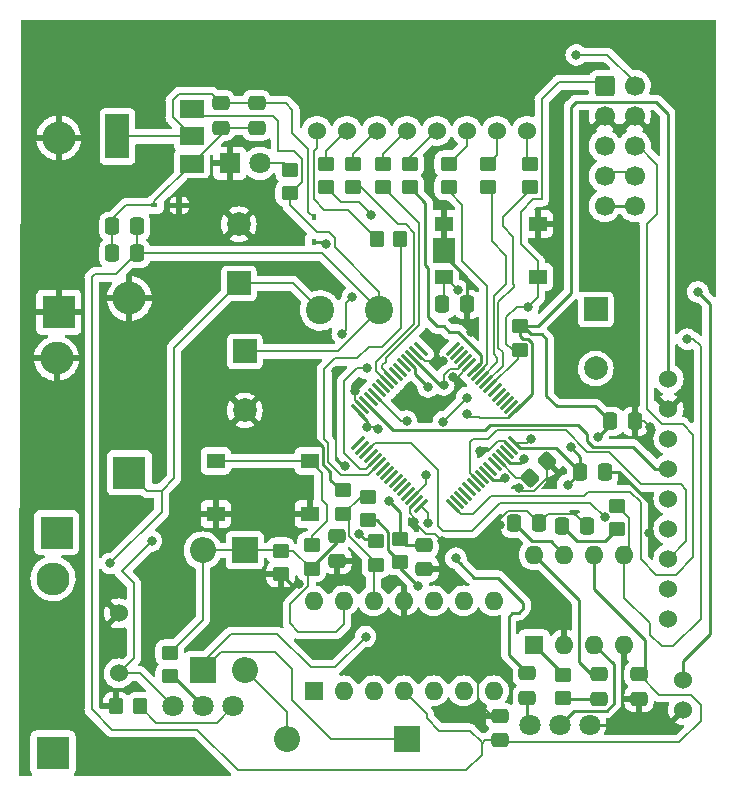
<source format=gtl>
%TF.GenerationSoftware,KiCad,Pcbnew,(6.0.4)*%
%TF.CreationDate,2022-04-19T13:44:17-07:00*%
%TF.ProjectId,stm32f091_project_condensed_v02_afterchange,73746d33-3266-4303-9931-5f70726f6a65,v01*%
%TF.SameCoordinates,Original*%
%TF.FileFunction,Copper,L1,Top*%
%TF.FilePolarity,Positive*%
%FSLAX46Y46*%
G04 Gerber Fmt 4.6, Leading zero omitted, Abs format (unit mm)*
G04 Created by KiCad (PCBNEW (6.0.4)) date 2022-04-19 13:44:17*
%MOMM*%
%LPD*%
G01*
G04 APERTURE LIST*
G04 Aperture macros list*
%AMRoundRect*
0 Rectangle with rounded corners*
0 $1 Rounding radius*
0 $2 $3 $4 $5 $6 $7 $8 $9 X,Y pos of 4 corners*
0 Add a 4 corners polygon primitive as box body*
4,1,4,$2,$3,$4,$5,$6,$7,$8,$9,$2,$3,0*
0 Add four circle primitives for the rounded corners*
1,1,$1+$1,$2,$3*
1,1,$1+$1,$4,$5*
1,1,$1+$1,$6,$7*
1,1,$1+$1,$8,$9*
0 Add four rect primitives between the rounded corners*
20,1,$1+$1,$2,$3,$4,$5,0*
20,1,$1+$1,$4,$5,$6,$7,0*
20,1,$1+$1,$6,$7,$8,$9,0*
20,1,$1+$1,$8,$9,$2,$3,0*%
G04 Aperture macros list end*
%TA.AperFunction,ComponentPad*%
%ADD10C,1.524000*%
%TD*%
%TA.AperFunction,SMDPad,CuDef*%
%ADD11RoundRect,0.250000X-0.337500X-0.475000X0.337500X-0.475000X0.337500X0.475000X-0.337500X0.475000X0*%
%TD*%
%TA.AperFunction,ComponentPad*%
%ADD12R,2.000000X2.000000*%
%TD*%
%TA.AperFunction,ComponentPad*%
%ADD13C,2.000000*%
%TD*%
%TA.AperFunction,SMDPad,CuDef*%
%ADD14RoundRect,0.250000X0.450000X-0.350000X0.450000X0.350000X-0.450000X0.350000X-0.450000X-0.350000X0*%
%TD*%
%TA.AperFunction,ComponentPad*%
%ADD15R,2.200000X2.200000*%
%TD*%
%TA.AperFunction,ComponentPad*%
%ADD16O,2.200000X2.200000*%
%TD*%
%TA.AperFunction,ComponentPad*%
%ADD17R,1.600000X1.600000*%
%TD*%
%TA.AperFunction,ComponentPad*%
%ADD18O,1.600000X1.600000*%
%TD*%
%TA.AperFunction,SMDPad,CuDef*%
%ADD19RoundRect,0.250000X0.475000X-0.337500X0.475000X0.337500X-0.475000X0.337500X-0.475000X-0.337500X0*%
%TD*%
%TA.AperFunction,SMDPad,CuDef*%
%ADD20RoundRect,0.250000X0.337500X0.475000X-0.337500X0.475000X-0.337500X-0.475000X0.337500X-0.475000X0*%
%TD*%
%TA.AperFunction,SMDPad,CuDef*%
%ADD21R,0.450000X0.600000*%
%TD*%
%TA.AperFunction,ComponentPad*%
%ADD22C,1.800000*%
%TD*%
%TA.AperFunction,SMDPad,CuDef*%
%ADD23RoundRect,0.250000X-0.475000X0.337500X-0.475000X-0.337500X0.475000X-0.337500X0.475000X0.337500X0*%
%TD*%
%TA.AperFunction,SMDPad,CuDef*%
%ADD24R,1.550000X1.300000*%
%TD*%
%TA.AperFunction,ComponentPad*%
%ADD25C,2.400000*%
%TD*%
%TA.AperFunction,SMDPad,CuDef*%
%ADD26RoundRect,0.250000X-0.450000X0.350000X-0.450000X-0.350000X0.450000X-0.350000X0.450000X0.350000X0*%
%TD*%
%TA.AperFunction,ComponentPad*%
%ADD27R,2.800000X2.800000*%
%TD*%
%TA.AperFunction,ComponentPad*%
%ADD28O,2.800000X2.800000*%
%TD*%
%TA.AperFunction,SMDPad,CuDef*%
%ADD29RoundRect,0.075000X0.441942X0.548008X-0.548008X-0.441942X-0.441942X-0.548008X0.548008X0.441942X0*%
%TD*%
%TA.AperFunction,SMDPad,CuDef*%
%ADD30RoundRect,0.075000X-0.441942X0.548008X-0.548008X0.441942X0.441942X-0.548008X0.548008X-0.441942X0*%
%TD*%
%TA.AperFunction,ComponentPad*%
%ADD31R,1.800000X1.800000*%
%TD*%
%TA.AperFunction,SMDPad,CuDef*%
%ADD32R,2.000000X1.500000*%
%TD*%
%TA.AperFunction,SMDPad,CuDef*%
%ADD33R,2.000000X3.800000*%
%TD*%
%TA.AperFunction,SMDPad,CuDef*%
%ADD34RoundRect,0.250000X0.350000X0.450000X-0.350000X0.450000X-0.350000X-0.450000X0.350000X-0.450000X0*%
%TD*%
%TA.AperFunction,SMDPad,CuDef*%
%ADD35R,0.600000X0.450000*%
%TD*%
%TA.AperFunction,ComponentPad*%
%ADD36RoundRect,0.250000X-0.600000X-0.600000X0.600000X-0.600000X0.600000X0.600000X-0.600000X0.600000X0*%
%TD*%
%TA.AperFunction,ComponentPad*%
%ADD37C,1.700000*%
%TD*%
%TA.AperFunction,SMDPad,CuDef*%
%ADD38RoundRect,0.250000X0.070711X-0.565685X0.565685X-0.070711X-0.070711X0.565685X-0.565685X0.070711X0*%
%TD*%
%TA.AperFunction,ViaPad*%
%ADD39C,0.800000*%
%TD*%
%TA.AperFunction,Conductor*%
%ADD40C,0.200000*%
%TD*%
%TA.AperFunction,Conductor*%
%ADD41C,0.250000*%
%TD*%
G04 APERTURE END LIST*
D10*
%TO.P,J3,1,Pin_1*%
%TO.N,Net-(J3-Pad1)*%
X109757620Y-91664760D03*
%TO.P,J3,2,Pin_2*%
%TO.N,Net-(J3-Pad2)*%
X112297620Y-91664760D03*
%TO.P,J3,3,Pin_3*%
%TO.N,Net-(J3-Pad3)*%
X114837620Y-91664760D03*
%TO.P,J3,4,Pin_4*%
%TO.N,Net-(J3-Pad4)*%
X117377620Y-91664760D03*
%TO.P,J3,5,Pin_5*%
%TO.N,Net-(J3-Pad5)*%
X119917620Y-91664760D03*
%TO.P,J3,6,Pin_6*%
%TO.N,Net-(J3-Pad6)*%
X122457620Y-91664760D03*
%TO.P,J3,7,Pin_7*%
%TO.N,Net-(J3-Pad7)*%
X124997620Y-91664760D03*
%TO.P,J3,8,Pin_8*%
%TO.N,Net-(J3-Pad8)*%
X127537620Y-91664760D03*
%TD*%
D11*
%TO.P,C20,1*%
%TO.N,3.3V*%
X134616120Y-116256760D03*
%TO.P,C20,2*%
%TO.N,GND*%
X136691120Y-116256760D03*
%TD*%
D12*
%TO.P,C18,1*%
%TO.N,Net-(C18-Pad1)*%
X133367620Y-106777083D03*
D13*
%TO.P,C18,2*%
%TO.N,Net-(C18-Pad2)*%
X133367620Y-111777083D03*
%TD*%
D14*
%TO.P,R18,1*%
%TO.N,/PC2*%
X120921620Y-96428760D03*
%TO.P,R18,2*%
%TO.N,Net-(J3-Pad6)*%
X120921620Y-94428760D03*
%TD*%
D15*
%TO.P,D3,1,K*%
%TO.N,3.3V*%
X117357620Y-143174760D03*
D16*
%TO.P,D3,2,A*%
%TO.N,Net-(D3-Pad2)*%
X107197620Y-143174760D03*
%TD*%
D17*
%TO.P,U2,1*%
%TO.N,N/C*%
X109477620Y-139064760D03*
D18*
%TO.P,U2,2*%
X112017620Y-139064760D03*
%TO.P,U2,3*%
X114557620Y-139064760D03*
%TO.P,U2,4*%
%TO.N,5.5V*%
X117097620Y-139064760D03*
%TO.P,U2,5*%
%TO.N,N/C*%
X119637620Y-139064760D03*
%TO.P,U2,6*%
X122177620Y-139064760D03*
%TO.P,U2,7*%
X124717620Y-139064760D03*
%TO.P,U2,8*%
X124717620Y-131444760D03*
%TO.P,U2,9*%
X122177620Y-131444760D03*
%TO.P,U2,10*%
X119637620Y-131444760D03*
%TO.P,U2,11*%
%TO.N,GND*%
X117097620Y-131444760D03*
%TO.P,U2,12*%
%TO.N,Net-(R5-Pad2)*%
X114557620Y-131444760D03*
%TO.P,U2,13*%
%TO.N,Net-(C7-Pad1)*%
X112017620Y-131444760D03*
%TO.P,U2,14*%
%TO.N,Net-(R7-Pad2)*%
X109477620Y-131444760D03*
%TD*%
D19*
%TO.P,C15,1*%
%TO.N,Net-(C15-Pad1)*%
X133657620Y-139752260D03*
%TO.P,C15,2*%
%TO.N,Net-(C15-Pad2)*%
X133657620Y-137677260D03*
%TD*%
D20*
%TO.P,C4,1*%
%TO.N,5.5V*%
X94527120Y-99746760D03*
%TO.P,C4,2*%
%TO.N,Net-(C10-Pad2)*%
X92452120Y-99746760D03*
%TD*%
D21*
%TO.P,D5,1,K*%
%TO.N,3.3V*%
X109491620Y-101050760D03*
%TO.P,D5,2,A*%
%TO.N,Net-(C10-Pad1)*%
X109491620Y-98950760D03*
%TD*%
D11*
%TO.P,C16,1*%
%TO.N,Net-(C16-Pad1)*%
X126488120Y-124892760D03*
%TO.P,C16,2*%
%TO.N,GND*%
X128563120Y-124892760D03*
%TD*%
D22*
%TO.P,RV1,1,1*%
%TO.N,VCC*%
X97553620Y-140386760D03*
%TO.P,RV1,2,2*%
%TO.N,Net-(R2-Pad1)*%
X100093620Y-140386760D03*
%TO.P,RV1,3,3*%
%TO.N,Net-(R1-Pad1)*%
X102633620Y-140386760D03*
%TD*%
D10*
%TO.P,J4,1,Pin_1*%
%TO.N,VCC*%
X92981620Y-137592760D03*
%TO.P,J4,2,Pin_2*%
%TO.N,GND*%
X92981620Y-132512760D03*
%TD*%
D23*
%TO.P,C12,1*%
%TO.N,/PB2*%
X118837620Y-126687260D03*
%TO.P,C12,2*%
%TO.N,GND*%
X118837620Y-128762260D03*
%TD*%
D24*
%TO.P,SW1,1,1*%
%TO.N,GND*%
X101193620Y-124094760D03*
X109153620Y-124094760D03*
%TO.P,SW1,2,2*%
%TO.N,Net-(R3-Pad2)*%
X109153620Y-119594760D03*
X101193620Y-119594760D03*
%TD*%
D14*
%TO.P,R3,1*%
%TO.N,Net-(C7-Pad1)*%
X109307620Y-128724760D03*
%TO.P,R3,2*%
%TO.N,Net-(R3-Pad2)*%
X109307620Y-126724760D03*
%TD*%
D25*
%TO.P,100mH1,2,2*%
%TO.N,5.5V*%
X115039620Y-106858760D03*
%TO.P,100mH1,1,1*%
%TO.N,Net-(100mH1-Pad1)*%
X110039620Y-106858760D03*
%TD*%
D26*
%TO.P,R4,1*%
%TO.N,Net-(C7-Pad1)*%
X106697620Y-127194760D03*
%TO.P,R4,2*%
%TO.N,GND*%
X106697620Y-129194760D03*
%TD*%
D27*
%TO.P,D7,1*%
%TO.N,VCC*%
X87717620Y-125674760D03*
D28*
%TO.P,D7,2*%
%TO.N,GND*%
X87717620Y-110914760D03*
%TD*%
D14*
%TO.P,R8,1*%
%TO.N,Net-(R7-Pad2)*%
X116827620Y-128184760D03*
%TO.P,R8,2*%
%TO.N,/PB2*%
X116827620Y-126184760D03*
%TD*%
D10*
%TO.P,LS1,1,1*%
%TO.N,Net-(C18-Pad2)*%
X140757620Y-138134760D03*
%TO.P,LS1,2,2*%
%TO.N,GND*%
X140757620Y-140674760D03*
%TD*%
D24*
%TO.P,SW2,2,2*%
%TO.N,/NRST*%
X128457620Y-104028760D03*
X120497620Y-104028760D03*
%TO.P,SW2,1,1*%
%TO.N,GND*%
X128457620Y-99528760D03*
X120497620Y-99528760D03*
%TD*%
D26*
%TO.P,R9,1*%
%TO.N,Net-(R9-Pad1)*%
X130587620Y-137704760D03*
%TO.P,R9,2*%
%TO.N,Net-(C15-Pad1)*%
X130587620Y-139704760D03*
%TD*%
%TO.P,R5,1*%
%TO.N,3.3V*%
X114757620Y-126424760D03*
%TO.P,R5,2*%
%TO.N,Net-(R5-Pad2)*%
X114757620Y-128424760D03*
%TD*%
D27*
%TO.P,D8,1*%
%TO.N,Net-(100mH1-Pad1)*%
X93887620Y-120604760D03*
D28*
%TO.P,D8,2*%
%TO.N,GND*%
X93887620Y-105844760D03*
%TD*%
D26*
%TO.P,R11,2*%
%TO.N,5.5V*%
X107459620Y-96936760D03*
%TO.P,R11,1*%
%TO.N,Net-(LD1-Pad2)*%
X107459620Y-94936760D03*
%TD*%
D11*
%TO.P,C19,1*%
%TO.N,3.3V*%
X132076120Y-120574760D03*
%TO.P,C19,2*%
%TO.N,GND*%
X134151120Y-120574760D03*
%TD*%
D19*
%TO.P,C11,1*%
%TO.N,5.5V*%
X125277620Y-143272260D03*
%TO.P,C11,2*%
%TO.N,GND*%
X125277620Y-141197260D03*
%TD*%
D29*
%TO.P,U3,1,VBAT*%
%TO.N,3.3V*%
X126570101Y-115403579D03*
%TO.P,U3,2,PC13*%
%TO.N,/PC13*%
X126216548Y-115050026D03*
%TO.P,U3,3,PC14*%
%TO.N,/PC14*%
X125862995Y-114696473D03*
%TO.P,U3,4,PC15*%
%TO.N,/PC15*%
X125509441Y-114342919D03*
%TO.P,U3,5,PF0*%
%TO.N,/PF0*%
X125155888Y-113989366D03*
%TO.P,U3,6,PF1*%
%TO.N,/PF1*%
X124802334Y-113635812D03*
%TO.P,U3,7,NRST*%
%TO.N,/NRST*%
X124448781Y-113282259D03*
%TO.P,U3,8,PC0*%
%TO.N,/PC0*%
X124095228Y-112928706D03*
%TO.P,U3,9,PC1*%
%TO.N,/PC1*%
X123741674Y-112575152D03*
%TO.P,U3,10,PC2*%
%TO.N,/PC2*%
X123388121Y-112221599D03*
%TO.P,U3,11,PC3*%
%TO.N,/PC3*%
X123034568Y-111868046D03*
%TO.P,U3,12,VSSA*%
%TO.N,GND*%
X122681014Y-111514492D03*
%TO.P,U3,13,VDDA*%
%TO.N,3.3V*%
X122327461Y-111160939D03*
%TO.P,U3,14,PA0*%
%TO.N,/PA0*%
X121973907Y-110807385D03*
%TO.P,U3,15,PA1*%
%TO.N,/PA1*%
X121620354Y-110453832D03*
%TO.P,U3,16,PA2*%
%TO.N,/PA2*%
X121266801Y-110100279D03*
D30*
%TO.P,U3,17,PA3*%
%TO.N,/PA3*%
X118544439Y-110100279D03*
%TO.P,U3,18,VSS*%
%TO.N,GND*%
X118190886Y-110453832D03*
%TO.P,U3,19,VDD*%
%TO.N,3.3V*%
X117837333Y-110807385D03*
%TO.P,U3,20,PA4*%
%TO.N,/PA4*%
X117483779Y-111160939D03*
%TO.P,U3,21,PA5*%
%TO.N,/PA5*%
X117130226Y-111514492D03*
%TO.P,U3,22,PA6*%
%TO.N,/PA6*%
X116776672Y-111868046D03*
%TO.P,U3,23,PA7*%
%TO.N,/PA7*%
X116423119Y-112221599D03*
%TO.P,U3,24,PC4*%
%TO.N,/PC4*%
X116069566Y-112575152D03*
%TO.P,U3,25,PC5*%
%TO.N,/PC5*%
X115716012Y-112928706D03*
%TO.P,U3,26,PB0*%
%TO.N,/PB0*%
X115362459Y-113282259D03*
%TO.P,U3,27,PB1*%
%TO.N,/PB1*%
X115008906Y-113635812D03*
%TO.P,U3,28,PB2*%
%TO.N,/PB2*%
X114655352Y-113989366D03*
%TO.P,U3,29,PB10*%
%TO.N,/PB10*%
X114301799Y-114342919D03*
%TO.P,U3,30,PB11*%
%TO.N,PB11*%
X113948245Y-114696473D03*
%TO.P,U3,31,VSS*%
%TO.N,GND*%
X113594692Y-115050026D03*
%TO.P,U3,32,VDD*%
%TO.N,3.3V*%
X113241139Y-115403579D03*
D29*
%TO.P,U3,33,PB12*%
%TO.N,/PB12*%
X113241139Y-118125941D03*
%TO.P,U3,34,PB13*%
%TO.N,/PB13*%
X113594692Y-118479494D03*
%TO.P,U3,35,PB14*%
%TO.N,PB14*%
X113948245Y-118833047D03*
%TO.P,U3,36,PB15*%
%TO.N,/PB15*%
X114301799Y-119186601D03*
%TO.P,U3,37,PC6*%
%TO.N,/PC6*%
X114655352Y-119540154D03*
%TO.P,U3,38,PC7*%
%TO.N,/PC7*%
X115008906Y-119893708D03*
%TO.P,U3,39,PC8*%
%TO.N,/PC8*%
X115362459Y-120247261D03*
%TO.P,U3,40,PC9*%
%TO.N,/PC9*%
X115716012Y-120600814D03*
%TO.P,U3,41,PA8*%
%TO.N,/PA8*%
X116069566Y-120954368D03*
%TO.P,U3,42,PA9*%
%TO.N,/PA9*%
X116423119Y-121307921D03*
%TO.P,U3,43,PA10*%
%TO.N,/PA10*%
X116776672Y-121661474D03*
%TO.P,U3,44,PA11*%
%TO.N,/PA11*%
X117130226Y-122015028D03*
%TO.P,U3,45,PA12*%
%TO.N,/PA12*%
X117483779Y-122368581D03*
%TO.P,U3,46,PA13*%
%TO.N,/PA13*%
X117837333Y-122722135D03*
%TO.P,U3,47,VSS*%
%TO.N,GND*%
X118190886Y-123075688D03*
%TO.P,U3,48,VDDIO2*%
%TO.N,3.3V*%
X118544439Y-123429241D03*
D30*
%TO.P,U3,49,PA14*%
%TO.N,/PA14*%
X121266801Y-123429241D03*
%TO.P,U3,50,PA15*%
%TO.N,/PA15*%
X121620354Y-123075688D03*
%TO.P,U3,51,PC10*%
%TO.N,/PC10*%
X121973907Y-122722135D03*
%TO.P,U3,52,PC11*%
%TO.N,/PC11*%
X122327461Y-122368581D03*
%TO.P,U3,53,PC12*%
%TO.N,/PC12*%
X122681014Y-122015028D03*
%TO.P,U3,54,PD2*%
%TO.N,/PD2*%
X123034568Y-121661474D03*
%TO.P,U3,55,PB3*%
%TO.N,PB3*%
X123388121Y-121307921D03*
%TO.P,U3,56,PB4*%
%TO.N,/PB4*%
X123741674Y-120954368D03*
%TO.P,U3,57,PB5*%
%TO.N,PB5*%
X124095228Y-120600814D03*
%TO.P,U3,58,PB6*%
%TO.N,/PB6*%
X124448781Y-120247261D03*
%TO.P,U3,59,PB7*%
%TO.N,/PB7*%
X124802334Y-119893708D03*
%TO.P,U3,60,PF11*%
%TO.N,/BOOT0*%
X125155888Y-119540154D03*
%TO.P,U3,61,PB8*%
%TO.N,PB8*%
X125509441Y-119186601D03*
%TO.P,U3,62,PB9*%
%TO.N,/PB9*%
X125862995Y-118833047D03*
%TO.P,U3,63,VSS*%
%TO.N,GND*%
X126216548Y-118479494D03*
%TO.P,U3,64,VDD*%
%TO.N,3.3V*%
X126570101Y-118125941D03*
%TD*%
D15*
%TO.P,D1,1,K*%
%TO.N,3.3V*%
X100093620Y-137338760D03*
D16*
%TO.P,D1,2,A*%
%TO.N,Net-(C7-Pad1)*%
X100093620Y-127178760D03*
%TD*%
D14*
%TO.P,R6,1*%
%TO.N,Net-(R5-Pad2)*%
X111997620Y-124104760D03*
%TO.P,R6,2*%
%TO.N,GND*%
X111997620Y-122104760D03*
%TD*%
D22*
%TO.P,RV2,1,1*%
%TO.N,Net-(C13-Pad2)*%
X127779620Y-141974260D03*
%TO.P,RV2,2,2*%
%TO.N,Net-(RV2-Pad2)*%
X130319620Y-141974260D03*
%TO.P,RV2,3,3*%
%TO.N,GND*%
X132859620Y-141974260D03*
%TD*%
D31*
%TO.P,LD1,1,K*%
%TO.N,GND*%
X102374620Y-94412760D03*
D22*
%TO.P,LD1,2,A*%
%TO.N,Net-(LD1-Pad2)*%
X104914620Y-94412760D03*
%TD*%
D14*
%TO.P,R19,1*%
%TO.N,/PC1*%
X124223620Y-96428760D03*
%TO.P,R19,2*%
%TO.N,Net-(J3-Pad7)*%
X124223620Y-94428760D03*
%TD*%
D11*
%TO.P,C23,1*%
%TO.N,/NRST*%
X120392120Y-106350760D03*
%TO.P,C23,2*%
%TO.N,GND*%
X122467120Y-106350760D03*
%TD*%
D20*
%TO.P,C2,1*%
%TO.N,5.5V*%
X94527120Y-102032760D03*
%TO.P,C2,2*%
%TO.N,Net-(C10-Pad2)*%
X92452120Y-102032760D03*
%TD*%
D14*
%TO.P,R20,1*%
%TO.N,/PC0*%
X127779620Y-96428760D03*
%TO.P,R20,2*%
%TO.N,Net-(J3-Pad8)*%
X127779620Y-94428760D03*
%TD*%
D12*
%TO.P,C22,1*%
%TO.N,5.5V*%
X103649620Y-110333083D03*
D13*
%TO.P,C22,2*%
%TO.N,GND*%
X103649620Y-115333083D03*
%TD*%
D32*
%TO.P,U1,1,GND*%
%TO.N,Net-(C10-Pad2)*%
X99179620Y-94426760D03*
D33*
%TO.P,U1,2,VO*%
%TO.N,Net-(C10-Pad1)*%
X92879620Y-92126760D03*
D32*
X99179620Y-92126760D03*
%TO.P,U1,3,VI*%
%TO.N,5.5V*%
X99179620Y-89826760D03*
%TD*%
D12*
%TO.P,C21,1*%
%TO.N,Net-(100mH1-Pad1)*%
X103141620Y-104572760D03*
D13*
%TO.P,C21,2*%
%TO.N,GND*%
X103141620Y-99572760D03*
%TD*%
D19*
%TO.P,C14,1*%
%TO.N,GND*%
X137037620Y-139742260D03*
%TO.P,C14,2*%
%TO.N,5.5V*%
X137037620Y-137667260D03*
%TD*%
D34*
%TO.P,R1,1*%
%TO.N,Net-(R1-Pad1)*%
X94743620Y-140386760D03*
%TO.P,R1,2*%
%TO.N,GND*%
X92743620Y-140386760D03*
%TD*%
D23*
%TO.P,C13,1*%
%TO.N,/PA4*%
X127567620Y-137567260D03*
%TO.P,C13,2*%
%TO.N,Net-(C13-Pad2)*%
X127567620Y-139642260D03*
%TD*%
D26*
%TO.P,R21,1*%
%TO.N,3.3V*%
X126987620Y-108174760D03*
%TO.P,R21,2*%
%TO.N,/NRST*%
X126987620Y-110174760D03*
%TD*%
D23*
%TO.P,C8,1*%
%TO.N,Net-(C10-Pad1)*%
X101617620Y-89311260D03*
%TO.P,C8,2*%
%TO.N,Net-(C10-Pad2)*%
X101617620Y-91386260D03*
%TD*%
D27*
%TO.P,D9,1*%
%TO.N,Net-(100mH1-Pad1)*%
X87417620Y-144334760D03*
D28*
%TO.P,D9,2*%
%TO.N,VCC*%
X87417620Y-129574760D03*
%TD*%
D15*
%TO.P,D4,1,K*%
%TO.N,Net-(C7-Pad1)*%
X103649620Y-127178760D03*
D16*
%TO.P,D4,2,A*%
%TO.N,Net-(D3-Pad2)*%
X103649620Y-137338760D03*
%TD*%
D35*
%TO.P,D2,1,K*%
%TO.N,GND*%
X98095620Y-97968760D03*
%TO.P,D2,2,A*%
%TO.N,Net-(C10-Pad2)*%
X95995620Y-97968760D03*
%TD*%
D14*
%TO.P,R15,1*%
%TO.N,/PC5*%
X112793620Y-96428760D03*
%TO.P,R15,2*%
%TO.N,Net-(J3-Pad3)*%
X112793620Y-94428760D03*
%TD*%
%TO.P,R16,1*%
%TO.N,/PC4*%
X115333620Y-96428760D03*
%TO.P,R16,2*%
%TO.N,Net-(J3-Pad4)*%
X115333620Y-94428760D03*
%TD*%
D26*
%TO.P,R7,1*%
%TO.N,Net-(R5-Pad2)*%
X114063620Y-122622760D03*
%TO.P,R7,2*%
%TO.N,Net-(R7-Pad2)*%
X114063620Y-124622760D03*
%TD*%
D11*
%TO.P,C17,1*%
%TO.N,Net-(C17-Pad1)*%
X130552120Y-125146760D03*
%TO.P,C17,2*%
%TO.N,GND*%
X132627120Y-125146760D03*
%TD*%
D17*
%TO.P,U4,1,GAIN*%
%TO.N,Net-(R9-Pad1)*%
X128160620Y-135179760D03*
D18*
%TO.P,U4,2,-*%
%TO.N,GND*%
X130700620Y-135179760D03*
%TO.P,U4,3,+*%
%TO.N,Net-(RV2-Pad2)*%
X133240620Y-135179760D03*
%TO.P,U4,4,GND*%
%TO.N,GND*%
X135780620Y-135179760D03*
%TO.P,U4,5*%
%TO.N,Net-(C18-Pad1)*%
X135780620Y-127559760D03*
%TO.P,U4,6,V+*%
%TO.N,5.5V*%
X133240620Y-127559760D03*
%TO.P,U4,7,BYPASS*%
%TO.N,Net-(C16-Pad1)*%
X130700620Y-127559760D03*
%TO.P,U4,8,GAIN*%
%TO.N,Net-(C15-Pad2)*%
X128160620Y-127559760D03*
%TD*%
D26*
%TO.P,R10,1*%
%TO.N,Net-(C18-Pad1)*%
X135145620Y-123384760D03*
%TO.P,R10,2*%
%TO.N,Net-(C17-Pad1)*%
X135145620Y-125384760D03*
%TD*%
D14*
%TO.P,R17,1*%
%TO.N,/PC3*%
X117619620Y-96428760D03*
%TO.P,R17,2*%
%TO.N,Net-(J3-Pad5)*%
X117619620Y-94428760D03*
%TD*%
D34*
%TO.P,R13,1*%
%TO.N,/PC7*%
X116837620Y-100804760D03*
%TO.P,R13,2*%
%TO.N,Net-(J3-Pad1)*%
X114837620Y-100804760D03*
%TD*%
D14*
%TO.P,R14,1*%
%TO.N,/PC6*%
X110507620Y-96428760D03*
%TO.P,R14,2*%
%TO.N,Net-(J3-Pad2)*%
X110507620Y-94428760D03*
%TD*%
D27*
%TO.P,D6,1*%
%TO.N,GND*%
X87907620Y-107014760D03*
D28*
%TO.P,D6,2*%
X87907620Y-92254760D03*
%TD*%
D10*
%TO.P,J2,1,Pin_1*%
%TO.N,3.3V*%
X139528245Y-112656011D03*
%TO.P,J2,2,Pin_2*%
%TO.N,GND*%
X139528245Y-115196011D03*
%TO.P,J2,3,Pin_3*%
%TO.N,PB8*%
X139528245Y-117736011D03*
%TO.P,J2,4,Pin_4*%
%TO.N,PB11*%
X139528245Y-120276011D03*
%TO.P,J2,5,Pin_5*%
%TO.N,PB14*%
X139528245Y-122816011D03*
%TO.P,J2,6,Pin_6*%
%TO.N,PB5*%
X139528245Y-125356011D03*
%TO.P,J2,7,Pin_7*%
%TO.N,PB3*%
X139528245Y-127896011D03*
%TO.P,J2,8,Pin_8*%
%TO.N,3.3V*%
X139528245Y-130436011D03*
%TO.P,J2,9,Pin_9*%
%TO.N,/ignore*%
X139528245Y-132976011D03*
%TD*%
D36*
%TO.P,J1,1,Pin_1*%
%TO.N,/NRST*%
X134125120Y-87854760D03*
D37*
%TO.P,J1,2,Pin_2*%
%TO.N,/PA13*%
X136665120Y-87854760D03*
%TO.P,J1,3,Pin_3*%
%TO.N,GND*%
X134125120Y-90394760D03*
%TO.P,J1,4,Pin_4*%
X136665120Y-90394760D03*
%TO.P,J1,5,Pin_5*%
%TO.N,unconnected-(J1-Pad5)*%
X134125120Y-92934760D03*
%TO.P,J1,6,Pin_6*%
%TO.N,/PA14*%
X136665120Y-92934760D03*
%TO.P,J1,7,Pin_7*%
%TO.N,/V3.3_IN*%
X134125120Y-95474760D03*
%TO.P,J1,8,Pin_8*%
X136665120Y-95474760D03*
%TO.P,J1,9,Pin_9*%
%TO.N,/U5V*%
X134125120Y-98014760D03*
%TO.P,J1,10,Pin_10*%
X136665120Y-98014760D03*
%TD*%
D23*
%TO.P,C7,1*%
%TO.N,Net-(C7-Pad1)*%
X111467620Y-125977260D03*
%TO.P,C7,2*%
%TO.N,GND*%
X111467620Y-128052260D03*
%TD*%
D14*
%TO.P,R2,1*%
%TO.N,Net-(R2-Pad1)*%
X97299620Y-137830760D03*
%TO.P,R2,2*%
%TO.N,Net-(C7-Pad1)*%
X97299620Y-135830760D03*
%TD*%
D23*
%TO.P,C10,1*%
%TO.N,Net-(C10-Pad1)*%
X104665620Y-89311260D03*
%TO.P,C10,2*%
%TO.N,Net-(C10-Pad2)*%
X104665620Y-91386260D03*
%TD*%
D38*
%TO.P,R12,1*%
%TO.N,/BOOT0*%
X127834513Y-121027867D03*
%TO.P,R12,2*%
%TO.N,GND*%
X129248727Y-119613653D03*
%TD*%
D39*
%TO.N,VCC*%
X95767620Y-126374760D03*
%TO.N,GND*%
X127927620Y-133024760D03*
X121327620Y-112479412D03*
X126907659Y-121907260D03*
X112968112Y-113704760D03*
X126382620Y-127050513D03*
X111397620Y-111984760D03*
X118000620Y-124765760D03*
X120317620Y-126344760D03*
X123597620Y-118794760D03*
X130065620Y-89967760D03*
X112158620Y-120074316D03*
X108727620Y-111964760D03*
X120410627Y-111180606D03*
X124807620Y-135414760D03*
X110797620Y-130454760D03*
X122807620Y-108664760D03*
X137877120Y-125724760D03*
X125257620Y-125034760D03*
X108221620Y-130035260D03*
X137967620Y-116764760D03*
%TO.N,Net-(C18-Pad1)*%
X141117620Y-109284760D03*
%TO.N,PB8*%
X127277620Y-119472469D03*
%TO.N,PB14*%
X134148673Y-124384760D03*
%TO.N,PB5*%
X125684435Y-121057945D03*
%TO.N,/PC6*%
X111907620Y-108834760D03*
X113977620Y-111764760D03*
X114317620Y-98754760D03*
X112767620Y-105694760D03*
%TO.N,/NRST*%
X121703772Y-105140705D03*
X127657620Y-106544760D03*
%TO.N,/PB2*%
X115857620Y-122984760D03*
X117357620Y-116234760D03*
%TO.N,/PA4*%
X121527620Y-127834760D03*
X119177620Y-113334760D03*
%TO.N,/PA13*%
X119027620Y-120824760D03*
X131717620Y-85224760D03*
X122447620Y-114244760D03*
X120467620Y-116270260D03*
%TO.N,Net-(C18-Pad2)*%
X142017620Y-105284760D03*
%TO.N,3.3V*%
X120502620Y-113159760D03*
X122497620Y-115634760D03*
X127906620Y-117780760D03*
X133552620Y-117609760D03*
X110570120Y-101196179D03*
X119140853Y-124841412D03*
X113352344Y-125781083D03*
X131235998Y-118416382D03*
X114967620Y-116924760D03*
X131007620Y-121624760D03*
X113887620Y-134484760D03*
X114017620Y-116714760D03*
%TO.N,Net-(100mH1-Pad1)*%
X92287620Y-128274760D03*
%TO.N,Net-(R7-Pad2)*%
X118347620Y-130174760D03*
%TD*%
D40*
%TO.N,Net-(C7-Pad1)*%
X109037620Y-130208519D02*
X109037620Y-128994760D01*
X109037620Y-128994760D02*
X109307620Y-128724760D01*
X112017620Y-133444760D02*
X112017620Y-131444760D01*
X107487620Y-133344760D02*
X108197620Y-134054760D01*
X111407620Y-134054760D02*
X112017620Y-133444760D01*
X107487620Y-131758519D02*
X107487620Y-133344760D01*
X109037620Y-130208519D02*
X107487620Y-131758519D01*
X108197620Y-134054760D02*
X111407620Y-134054760D01*
%TO.N,Net-(J3-Pad1)*%
X110405620Y-98374760D02*
X112407620Y-98374760D01*
X109491620Y-97460760D02*
X110405620Y-98374760D01*
X109745620Y-91618760D02*
X109745620Y-93142760D01*
X109745620Y-93142760D02*
X109491620Y-93396760D01*
X109491620Y-93396760D02*
X109491620Y-97460760D01*
X112407620Y-98374760D02*
X114837620Y-100804760D01*
%TO.N,/PC7*%
X116857620Y-100824760D02*
X116837620Y-100804760D01*
X116857620Y-108334760D02*
X116857620Y-100824760D01*
%TO.N,/PC5*%
X114737620Y-111950314D02*
X115716012Y-112928706D01*
X114737620Y-111194760D02*
X114737620Y-111950314D01*
X114750614Y-111194760D02*
X114737620Y-111194760D01*
X117267620Y-99564760D02*
X117977620Y-100274760D01*
X116647620Y-99564760D02*
X117267620Y-99564760D01*
X117977620Y-107967754D02*
X114750614Y-111194760D01*
X112793620Y-96428760D02*
X113511620Y-96428760D01*
X113511620Y-96428760D02*
X116647620Y-99564760D01*
X117977620Y-100274760D02*
X117977620Y-107967754D01*
D41*
%TO.N,GND*%
X111767620Y-122104760D02*
X110877620Y-121214760D01*
D40*
%TO.N,Net-(R5-Pad2)*%
X111997620Y-124104760D02*
X113479620Y-122622760D01*
X113479620Y-122622760D02*
X114063620Y-122622760D01*
X112492140Y-125959280D02*
X112492140Y-124599280D01*
X112492140Y-124599280D02*
X111997620Y-124104760D01*
X114557620Y-128624760D02*
X114557620Y-131444760D01*
X114757620Y-128424760D02*
X114557620Y-128624760D01*
X114757620Y-128224760D02*
X114757620Y-128424760D01*
X112492140Y-125959280D02*
X114757620Y-128224760D01*
D41*
%TO.N,3.3V*%
X114567620Y-126234760D02*
X114757620Y-126424760D01*
X113806021Y-126234760D02*
X114567620Y-126234760D01*
D40*
%TO.N,/PC7*%
X116857620Y-101154760D02*
X116627620Y-100924760D01*
X115237620Y-109954760D02*
X116857620Y-108334760D01*
X114147620Y-109954760D02*
X115237620Y-109954760D01*
X113179620Y-110922760D02*
X114147620Y-109954760D01*
X110397620Y-111794760D02*
X111269620Y-110922760D01*
X111269620Y-110922760D02*
X113179620Y-110922760D01*
X110397620Y-117774760D02*
X110397620Y-111794760D01*
X110687620Y-118064760D02*
X110397620Y-117774760D01*
X111787620Y-120824760D02*
X110687620Y-119724760D01*
X110687620Y-119724760D02*
X110687620Y-118064760D01*
X115008906Y-119893708D02*
X114077854Y-120824760D01*
X114077854Y-120824760D02*
X111787620Y-120824760D01*
D41*
%TO.N,PB5*%
X124689202Y-121194788D02*
X124095228Y-120600814D01*
X125547592Y-121194788D02*
X124689202Y-121194788D01*
X125684435Y-121057945D02*
X125547592Y-121194788D01*
D40*
%TO.N,Net-(R3-Pad2)*%
X109307620Y-125994760D02*
X109307620Y-126724760D01*
X110607620Y-124694760D02*
X109307620Y-125994760D01*
X110607620Y-123354760D02*
X110607620Y-124694760D01*
X110167620Y-122914760D02*
X110607620Y-123354760D01*
X110167620Y-120608760D02*
X110167620Y-122914760D01*
X109153620Y-119594760D02*
X110167620Y-120608760D01*
%TO.N,Net-(C7-Pad1)*%
X107777620Y-127194760D02*
X109307620Y-128724760D01*
X106697620Y-127194760D02*
X107777620Y-127194760D01*
D41*
X111467620Y-126427267D02*
X111467620Y-125977260D01*
X109307620Y-128587267D02*
X111467620Y-126427267D01*
X109307620Y-128724760D02*
X109307620Y-128587267D01*
D40*
%TO.N,Net-(R5-Pad2)*%
X114767620Y-128234760D02*
X114557620Y-128444760D01*
D41*
%TO.N,Net-(R7-Pad2)*%
X116827620Y-128184760D02*
X116827620Y-128654760D01*
X116827620Y-128654760D02*
X118347620Y-130174760D01*
%TO.N,/PB2*%
X117330120Y-126687260D02*
X116827620Y-126184760D01*
X118837620Y-126687260D02*
X117330120Y-126687260D01*
X116827620Y-126184760D02*
X116827620Y-123954760D01*
X116827620Y-123954760D02*
X115857620Y-122984760D01*
%TO.N,Net-(R7-Pad2)*%
X115803100Y-127160240D02*
X116827620Y-128184760D01*
X115803100Y-125596787D02*
X115803100Y-127160240D01*
X114063620Y-124622760D02*
X114829073Y-124622760D01*
X114829073Y-124622760D02*
X115803100Y-125596787D01*
%TO.N,3.3V*%
X113806021Y-126234760D02*
X113352344Y-125781083D01*
%TO.N,GND*%
X110877620Y-120515122D02*
X110877620Y-121214760D01*
D40*
X119035100Y-125800240D02*
X118000620Y-124765760D01*
X120317620Y-126344760D02*
X119773100Y-125800240D01*
X119773100Y-125800240D02*
X119035100Y-125800240D01*
X126581867Y-129510513D02*
X126581867Y-127249760D01*
X128077620Y-131006266D02*
X126581867Y-129510513D01*
X127927620Y-132674760D02*
X128077620Y-132524760D01*
X128077620Y-132524760D02*
X128077620Y-131006266D01*
X127927620Y-133024760D02*
X127927620Y-132674760D01*
X126581867Y-127249760D02*
X126382620Y-127050513D01*
D41*
X135347620Y-120574760D02*
X134151120Y-120574760D01*
X137939620Y-123166760D02*
X135347620Y-120574760D01*
X137939620Y-125662260D02*
X137939620Y-123166760D01*
X137877120Y-125724760D02*
X137939620Y-125662260D01*
D40*
X129248727Y-121027187D02*
X129248727Y-119613653D01*
X128132843Y-122143071D02*
X129248727Y-121027187D01*
X127143470Y-122143071D02*
X128132843Y-122143071D01*
X126907659Y-121907260D02*
X127143470Y-122143071D01*
D41*
%TO.N,3.3V*%
X131026120Y-121624760D02*
X132076120Y-120574760D01*
X131007620Y-121624760D02*
X131026120Y-121624760D01*
X132076120Y-119256504D02*
X131235998Y-118416382D01*
X132076120Y-120574760D02*
X132076120Y-119256504D01*
%TO.N,/PA4*%
X121527620Y-127964760D02*
X121527620Y-127834760D01*
X121837620Y-128274760D02*
X121527620Y-127964760D01*
X121847620Y-128274760D02*
X121837620Y-128274760D01*
X123077620Y-129504760D02*
X121847620Y-128274760D01*
X127217620Y-131604760D02*
X125117620Y-129504760D01*
X127217620Y-132094760D02*
X127217620Y-131604760D01*
X125117620Y-129504760D02*
X123077620Y-129504760D01*
X126007620Y-136007260D02*
X126007620Y-132784760D01*
X126007620Y-132784760D02*
X126312131Y-132480249D01*
X126832131Y-132480249D02*
X127217620Y-132094760D01*
X127567620Y-137567260D02*
X126007620Y-136007260D01*
X126312131Y-132480249D02*
X126832131Y-132480249D01*
D40*
%TO.N,5.5V*%
X138755120Y-139384760D02*
X137037620Y-137667260D01*
X141407620Y-139384760D02*
X138755120Y-139384760D01*
D41*
X137558620Y-134798760D02*
X137558620Y-137146260D01*
X137558620Y-137146260D02*
X137037620Y-137667260D01*
X133240620Y-130480760D02*
X137558620Y-134798760D01*
X133240620Y-127559760D02*
X133240620Y-130480760D01*
%TO.N,Net-(RV2-Pad2)*%
X134897620Y-140137253D02*
X134300113Y-140734760D01*
X134897620Y-136836760D02*
X134897620Y-140137253D01*
X131559120Y-140734760D02*
X130319620Y-141974260D01*
X133240620Y-135179760D02*
X134897620Y-136836760D01*
X134300113Y-140734760D02*
X131559120Y-140734760D01*
%TO.N,GND*%
X139458120Y-141974260D02*
X140757620Y-140674760D01*
X132859620Y-141974260D02*
X139458120Y-141974260D01*
%TO.N,Net-(C15-Pad1)*%
X133657620Y-139752260D02*
X130635120Y-139752260D01*
%TO.N,Net-(R9-Pad1)*%
X130587620Y-137606760D02*
X128160620Y-135179760D01*
X130587620Y-137704760D02*
X130587620Y-137606760D01*
D40*
%TO.N,GND*%
X123947620Y-140544760D02*
X124600120Y-141197260D01*
X124600120Y-141197260D02*
X125277620Y-141197260D01*
X123937620Y-140544760D02*
X123947620Y-140544760D01*
X123407620Y-137994760D02*
X123407620Y-140014760D01*
X124487620Y-136914760D02*
X123407620Y-137994760D01*
X124807620Y-136914760D02*
X124487620Y-136914760D01*
X123407620Y-140014760D02*
X123937620Y-140544760D01*
X124807620Y-135414760D02*
X124807620Y-136914760D01*
D41*
%TO.N,Net-(C13-Pad2)*%
X127567620Y-141762260D02*
X127779620Y-141974260D01*
X127567620Y-139642260D02*
X127567620Y-141762260D01*
D40*
%TO.N,5.5V*%
X125440120Y-143434760D02*
X125277620Y-143272260D01*
X140437620Y-143434760D02*
X125440120Y-143434760D01*
X142257620Y-141614760D02*
X140437620Y-143434760D01*
X142257620Y-140234760D02*
X142257620Y-141614760D01*
X141407620Y-139384760D02*
X142257620Y-140234760D01*
D41*
%TO.N,Net-(C18-Pad2)*%
X140757620Y-136552760D02*
X140757620Y-138134760D01*
X143019620Y-134290760D02*
X140757620Y-136552760D01*
D40*
%TO.N,/PC6*%
X111793620Y-97714760D02*
X110507620Y-96428760D01*
X113301620Y-97714760D02*
X111793620Y-97714760D01*
X114317620Y-98730760D02*
X113301620Y-97714760D01*
X114317620Y-98754760D02*
X114317620Y-98730760D01*
%TO.N,VCC*%
X92981620Y-137592760D02*
X94251620Y-136322760D01*
X93235620Y-128956760D02*
X95767620Y-126424760D01*
X94251620Y-136322760D02*
X94251620Y-129972760D01*
X94759620Y-137592760D02*
X97553620Y-140386760D01*
X95767620Y-126424760D02*
X95767620Y-126374760D01*
X92981620Y-137592760D02*
X94759620Y-137592760D01*
X94251620Y-129972760D02*
X93235620Y-128956760D01*
%TO.N,GND*%
X121716094Y-112479412D02*
X122681014Y-111514492D01*
D41*
X120967620Y-102604760D02*
X122467120Y-104104260D01*
D40*
X111397620Y-119313316D02*
X111397620Y-111984760D01*
X120410627Y-111180606D02*
X118917660Y-111180606D01*
D41*
X110253131Y-119890633D02*
X110253131Y-118450271D01*
X120497620Y-101394760D02*
X120967620Y-101864760D01*
D40*
X117621911Y-123644663D02*
X118190886Y-123075688D01*
D41*
X108727620Y-116924760D02*
X108727620Y-111964760D01*
D40*
X101193620Y-124094760D02*
X109153620Y-124094760D01*
D41*
X120967620Y-101864760D02*
X120967620Y-102604760D01*
D40*
X118000620Y-124405024D02*
X117621911Y-124026315D01*
X117621911Y-124026315D02*
X117621911Y-123644663D01*
D41*
X110253131Y-118450271D02*
X108727620Y-116924760D01*
X107538120Y-130035260D02*
X106697620Y-129194760D01*
D40*
X124225620Y-118794760D02*
X123597620Y-118794760D01*
X125647573Y-117910519D02*
X125109861Y-117910519D01*
X128563120Y-124892760D02*
X129333640Y-124122240D01*
X122467120Y-106350760D02*
X122467120Y-108324260D01*
X118917660Y-111180606D02*
X118190886Y-110453832D01*
X121327620Y-112479412D02*
X121716094Y-112479412D01*
X131602600Y-124122240D02*
X132627120Y-125146760D01*
D41*
X130192620Y-90094760D02*
X130065620Y-89967760D01*
D40*
X127538600Y-123868240D02*
X125904140Y-123868240D01*
X118000620Y-124765760D02*
X118000620Y-124405024D01*
X112968112Y-113704760D02*
X112968112Y-114423446D01*
X136691120Y-116256760D02*
X137459620Y-116256760D01*
D41*
X110877620Y-120515122D02*
X110253131Y-119890633D01*
D40*
X125109861Y-117910519D02*
X124225620Y-118794760D01*
X125904140Y-123868240D02*
X125257620Y-124514760D01*
X112158620Y-120074316D02*
X111397620Y-119313316D01*
X122467120Y-108324260D02*
X122807620Y-108664760D01*
D41*
X122467120Y-104104260D02*
X122467120Y-106350760D01*
D40*
X112968112Y-114423446D02*
X113594692Y-115050026D01*
X125239620Y-141170260D02*
X125239620Y-141402760D01*
X125257620Y-124514760D02*
X125257620Y-125034760D01*
D41*
X120497620Y-99528760D02*
X120497620Y-101394760D01*
D40*
X137459620Y-116256760D02*
X137967620Y-116764760D01*
X126216548Y-118479494D02*
X125647573Y-117910519D01*
X129333640Y-124122240D02*
X131602600Y-124122240D01*
X128563120Y-124892760D02*
X127538600Y-123868240D01*
D41*
X108221620Y-130035260D02*
X107538120Y-130035260D01*
D40*
%TO.N,Net-(C18-Pad1)*%
X139935620Y-135306760D02*
X142257620Y-132984760D01*
X135780620Y-131187760D02*
X135780620Y-127559760D01*
X142257620Y-132984760D02*
X142257620Y-109906760D01*
X137957620Y-133364760D02*
X137957620Y-134308760D01*
X135145620Y-123384760D02*
X136161619Y-124400759D01*
X136161619Y-124400759D02*
X136161619Y-126924761D01*
X137957620Y-133364760D02*
X135780620Y-131187760D01*
X141635620Y-109284760D02*
X141117620Y-109284760D01*
X137957620Y-134308760D02*
X138955620Y-135306760D01*
X138955620Y-135306760D02*
X139935620Y-135306760D01*
X142257620Y-109906760D02*
X141635620Y-109284760D01*
D41*
%TO.N,Net-(C16-Pad1)*%
X129557620Y-126416760D02*
X128012120Y-126416760D01*
X128012120Y-126416760D02*
X126488120Y-124892760D01*
X130700620Y-127559760D02*
X129557620Y-126416760D01*
%TO.N,Net-(C15-Pad2)*%
X128160620Y-127559760D02*
X131987620Y-131386760D01*
X131987620Y-136667260D02*
X132997620Y-137677260D01*
X131987620Y-131386760D02*
X131987620Y-136667260D01*
D40*
%TO.N,5.5V*%
X106007620Y-90364760D02*
X99717620Y-90364760D01*
X92749120Y-103810760D02*
X90949620Y-103810760D01*
X119077620Y-141044760D02*
X117097620Y-139064760D01*
X122707620Y-142434760D02*
X120137620Y-142434760D01*
X108507620Y-96004760D02*
X108507620Y-94074760D01*
X103057620Y-145784760D02*
X122407620Y-145784760D01*
X106443620Y-90800760D02*
X106007620Y-90364760D01*
X119077620Y-141374760D02*
X119077620Y-141044760D01*
X92399620Y-142344760D02*
X99617620Y-142344760D01*
X90949620Y-103810760D02*
X90695620Y-104064760D01*
X107459620Y-97968760D02*
X109745620Y-100254760D01*
X110213620Y-102032760D02*
X94527120Y-102032760D01*
X107459620Y-96936760D02*
X107459620Y-97968760D01*
X109745620Y-100254760D02*
X110761620Y-100254760D01*
X103649620Y-110333083D02*
X111565297Y-110333083D01*
X94527120Y-102032760D02*
X92749120Y-103810760D01*
X107575620Y-96936760D02*
X108507620Y-96004760D01*
X111565297Y-110333083D02*
X115039620Y-106858760D01*
X124020120Y-143272260D02*
X123707620Y-143584760D01*
X99717620Y-90364760D02*
X99179620Y-89826760D01*
X99617620Y-142344760D02*
X103057620Y-145784760D01*
X110761620Y-100254760D02*
X111269620Y-100762760D01*
X123707620Y-143434760D02*
X122707620Y-142434760D01*
X120137620Y-142434760D02*
X119077620Y-141374760D01*
X115039620Y-105294760D02*
X115039620Y-106858760D01*
X107827620Y-93394760D02*
X106517620Y-93394760D01*
X123707620Y-143584760D02*
X123707620Y-143434760D01*
X106443620Y-93320760D02*
X106443620Y-90800760D01*
X111269620Y-101524760D02*
X115039620Y-105294760D01*
X125277620Y-143272260D02*
X124020120Y-143272260D01*
X107459620Y-96936760D02*
X107575620Y-96936760D01*
X90695620Y-104064760D02*
X90695620Y-140640760D01*
X106517620Y-93394760D02*
X106443620Y-93320760D01*
X122407620Y-145784760D02*
X123707620Y-144484760D01*
X111269620Y-100762760D02*
X111269620Y-101524760D01*
X90695620Y-140640760D02*
X92399620Y-142344760D01*
X123707620Y-144484760D02*
X123707620Y-143584760D01*
X115039620Y-106858760D02*
X110213620Y-102032760D01*
X108507620Y-94074760D02*
X107827620Y-93394760D01*
X94527120Y-102032760D02*
X94527120Y-99746760D01*
%TO.N,Net-(C7-Pad1)*%
X100093620Y-127178760D02*
X103649620Y-127178760D01*
X106681620Y-127178760D02*
X106697620Y-127194760D01*
X100093620Y-133036760D02*
X100093620Y-127178760D01*
X97299620Y-135830760D02*
X100093620Y-133036760D01*
X103649620Y-127178760D02*
X106681620Y-127178760D01*
D41*
%TO.N,PB8*%
X126103414Y-119780574D02*
X126969515Y-119780574D01*
X125509441Y-119186601D02*
X126103414Y-119780574D01*
X126969515Y-119780574D02*
X127277620Y-119472469D01*
%TO.N,PB11*%
X131837620Y-116534760D02*
X132667620Y-117364760D01*
X138428871Y-120276011D02*
X139528245Y-120276011D01*
X136547620Y-118394760D02*
X138428871Y-120276011D01*
X124447620Y-116534760D02*
X131837620Y-116534760D01*
X116246532Y-116994760D02*
X123987620Y-116994760D01*
X123987620Y-116994760D02*
X124447620Y-116534760D01*
X113948245Y-114696473D02*
X116246532Y-116994760D01*
X132667620Y-117894760D02*
X133167620Y-118394760D01*
X132667620Y-117364760D02*
X132667620Y-117894760D01*
X133167620Y-118394760D02*
X136547620Y-118394760D01*
D40*
%TO.N,PB14*%
X125307620Y-123134760D02*
X122887620Y-125554760D01*
X122887620Y-125554760D02*
X120477620Y-125554760D01*
X120047620Y-120394760D02*
X117747620Y-118094760D01*
X132898673Y-123134760D02*
X125307620Y-123134760D01*
X134148673Y-124384760D02*
X132898673Y-123134760D01*
X117747620Y-118094760D02*
X114686532Y-118094760D01*
X114686532Y-118094760D02*
X113948245Y-118833047D01*
X120477620Y-125554760D02*
X120047620Y-125124760D01*
X120047620Y-125124760D02*
X120047620Y-120394760D01*
%TO.N,PB3*%
X122953620Y-117780760D02*
X124223620Y-117780760D01*
X130827620Y-117018760D02*
X132651140Y-118842280D01*
X141034796Y-122061936D02*
X141034796Y-126401460D01*
X134498928Y-118842280D02*
X137241408Y-121584760D01*
X137241408Y-121584760D02*
X140557620Y-121584760D01*
X140557620Y-121584760D02*
X141034796Y-122061936D01*
X122699620Y-120619420D02*
X122699620Y-118034760D01*
X122699620Y-118034760D02*
X122953620Y-117780760D01*
X141034796Y-126401460D02*
X139474245Y-127962011D01*
X132651140Y-118842280D02*
X134498928Y-118842280D01*
X123388121Y-121307921D02*
X122699620Y-120619420D01*
X124223620Y-117780760D02*
X124985620Y-117018760D01*
X124985620Y-117018760D02*
X130827620Y-117018760D01*
%TO.N,/PC0*%
X125493620Y-110414760D02*
X125137620Y-110058760D01*
X126427620Y-104644760D02*
X126427620Y-104864760D01*
X125493620Y-99750760D02*
X126397620Y-100654760D01*
X125493620Y-98984760D02*
X125493620Y-99750760D01*
X124095228Y-112928706D02*
X125493620Y-111530314D01*
X126397620Y-100654760D02*
X126397620Y-104614760D01*
X125137620Y-106154760D02*
X125137620Y-110058760D01*
X127779620Y-96698760D02*
X125493620Y-98984760D01*
X125493620Y-111530314D02*
X125493620Y-110414760D01*
X126397620Y-104614760D02*
X126427620Y-104644760D01*
X126427620Y-104864760D02*
X125137620Y-106154760D01*
X127779620Y-96428760D02*
X127779620Y-96698760D01*
%TO.N,/PC1*%
X124717620Y-105674760D02*
X125747620Y-104644760D01*
X123741674Y-112575152D02*
X125050117Y-111266709D01*
X124557620Y-96762760D02*
X124223620Y-96428760D01*
X125747620Y-104644760D02*
X125747620Y-102214760D01*
X124557620Y-101024760D02*
X124557620Y-96762760D01*
X125050117Y-110862263D02*
X124737620Y-110549766D01*
X125747620Y-102214760D02*
X124557620Y-101024760D01*
X125050117Y-111266709D02*
X125050117Y-110862263D01*
X124737620Y-110549766D02*
X124737620Y-105694760D01*
X124737620Y-105694760D02*
X124717620Y-105674760D01*
%TO.N,/PC2*%
X124127620Y-111410712D02*
X124127620Y-104754760D01*
X122077620Y-102704760D02*
X122077620Y-97904760D01*
X122077620Y-97904760D02*
X120921620Y-96748760D01*
X123316733Y-112221599D02*
X124127620Y-111410712D01*
X124127620Y-104754760D02*
X122077620Y-102704760D01*
D41*
%TO.N,/PC3*%
X121707620Y-108674760D02*
X120957620Y-108674760D01*
X119167620Y-107454760D02*
X119167620Y-103284738D01*
X119167620Y-103284738D02*
X118937620Y-103054738D01*
X120487620Y-108204760D02*
X119917620Y-108204760D01*
X119917620Y-108204760D02*
X119167620Y-107454760D01*
X120957620Y-108674760D02*
X120487620Y-108204760D01*
X123034568Y-111868046D02*
X123628541Y-111274073D01*
X123628541Y-110595681D02*
X121707620Y-108674760D01*
X123628541Y-111274073D02*
X123628541Y-110595681D01*
X118937620Y-103054738D02*
X118937620Y-97746760D01*
X118937620Y-97746760D02*
X117619620Y-96428760D01*
D40*
%TO.N,/PC4*%
X118381620Y-108128760D02*
X115587620Y-110922760D01*
X115587620Y-111194760D02*
X115267620Y-111514760D01*
X115267620Y-111514760D02*
X115267620Y-111773206D01*
X115587620Y-110922760D02*
X115587620Y-111194760D01*
X118381620Y-99476760D02*
X118381620Y-108128760D01*
X115333620Y-96428760D02*
X118381620Y-99476760D01*
X115267620Y-111773206D02*
X116069566Y-112575152D01*
%TO.N,/PC6*%
X112067620Y-112854760D02*
X112067620Y-118959760D01*
X113372620Y-120264760D02*
X113930746Y-120264760D01*
X112207620Y-108534760D02*
X112207620Y-106514760D01*
X113977620Y-111764760D02*
X113157620Y-111764760D01*
X112067620Y-118959760D02*
X113372620Y-120264760D01*
X113157620Y-111764760D02*
X112067620Y-112854760D01*
X113930746Y-120264760D02*
X114655352Y-119540154D01*
X112207620Y-106254760D02*
X112767620Y-105694760D01*
X111907620Y-108834760D02*
X112207620Y-108534760D01*
X112207620Y-106514760D02*
X112207620Y-106254760D01*
%TO.N,/NRST*%
X127017620Y-101270760D02*
X127017620Y-98514760D01*
X128457620Y-105744760D02*
X128457620Y-104028760D01*
X128457620Y-104028760D02*
X128457620Y-102710760D01*
X124448781Y-113282259D02*
X126763620Y-110967420D01*
X120591827Y-104028760D02*
X121703772Y-105140705D01*
X128071620Y-97460760D02*
X128795620Y-97460760D01*
X125793140Y-109698280D02*
X125793140Y-107448240D01*
X130229837Y-87554760D02*
X134139120Y-87554760D01*
X120493717Y-106350760D02*
X120392120Y-106350760D01*
X126696620Y-106544760D02*
X127657620Y-106544760D01*
X120497620Y-106245260D02*
X120497620Y-104028760D01*
X126763620Y-110967420D02*
X126763620Y-110144760D01*
X120392120Y-106350760D02*
X120497620Y-106245260D01*
X127657620Y-106544760D02*
X128457620Y-105744760D01*
X128457620Y-102710760D02*
X127017620Y-101270760D01*
X126239620Y-110144760D02*
X125793140Y-109698280D01*
X126763620Y-110144760D02*
X126239620Y-110144760D01*
X125793140Y-107448240D02*
X126696620Y-106544760D01*
X128795620Y-88988977D02*
X130229837Y-87554760D01*
X127017620Y-98514760D02*
X128071620Y-97460760D01*
X128795620Y-97460760D02*
X128795620Y-88988977D01*
X120497620Y-104028760D02*
X120591827Y-104028760D01*
%TO.N,/BOOT0*%
X125155888Y-119540154D02*
X126643601Y-121027867D01*
X126643601Y-121027867D02*
X127834513Y-121027867D01*
D41*
%TO.N,Net-(C17-Pad1)*%
X134113620Y-126416760D02*
X135145620Y-125384760D01*
X130552120Y-125146760D02*
X131822120Y-126416760D01*
X131822120Y-126416760D02*
X134113620Y-126416760D01*
D40*
%TO.N,/PB2*%
X117357620Y-116234760D02*
X116900746Y-116234760D01*
X116900746Y-116234760D02*
X114655352Y-113989366D01*
%TO.N,Net-(LD1-Pad2)*%
X104914620Y-94412760D02*
X106935620Y-94412760D01*
X106935620Y-94412760D02*
X107459620Y-94936760D01*
D41*
%TO.N,Net-(R2-Pad1)*%
X100093620Y-140386760D02*
X97537620Y-137830760D01*
X97537620Y-137830760D02*
X97299620Y-137830760D01*
D40*
%TO.N,Net-(R1-Pad1)*%
X96127620Y-141754760D02*
X101265620Y-141754760D01*
X94759620Y-140386760D02*
X94743620Y-140386760D01*
X101265620Y-141754760D02*
X102633620Y-140386760D01*
X96127620Y-141754760D02*
X94759620Y-140386760D01*
%TO.N,Net-(C10-Pad1)*%
X97553620Y-89078760D02*
X98061620Y-88570760D01*
X107687620Y-89884760D02*
X107114120Y-89311260D01*
X107114120Y-89311260D02*
X104665620Y-89311260D01*
X109029140Y-98488280D02*
X109029140Y-93196280D01*
X98061620Y-88570760D02*
X100877120Y-88570760D01*
X92879620Y-92126760D02*
X99179620Y-92126760D01*
X99179620Y-92126760D02*
X97553620Y-90500760D01*
X100877120Y-88570760D02*
X101617620Y-89311260D01*
X109491620Y-98950760D02*
X109029140Y-98488280D01*
X109029140Y-93196280D02*
X107687620Y-91854760D01*
X101617620Y-89311260D02*
X104919620Y-89311260D01*
X107687620Y-91854760D02*
X107687620Y-89884760D01*
X97553620Y-90500760D02*
X97553620Y-89078760D01*
D41*
%TO.N,/PA4*%
X118077753Y-112234893D02*
X118077753Y-111790947D01*
X119177620Y-113334760D02*
X118077753Y-112234893D01*
X118077753Y-111754913D02*
X117483779Y-111160939D01*
X118077753Y-111790947D02*
X118077753Y-111754913D01*
D40*
%TO.N,/PA13*%
X122447620Y-114290260D02*
X122447620Y-114244760D01*
X134349120Y-85224760D02*
X136679120Y-87554760D01*
X119027620Y-120824760D02*
X119027620Y-121531848D01*
X119027620Y-121531848D02*
X117837333Y-122722135D01*
X120467620Y-116270260D02*
X122447620Y-114290260D01*
X131717620Y-85224760D02*
X134349120Y-85224760D01*
%TO.N,/PA14*%
X138587620Y-94543260D02*
X136679120Y-92634760D01*
X132351620Y-122606760D02*
X132738360Y-122220020D01*
X136282880Y-122220020D02*
X137177620Y-123114760D01*
X140128923Y-129223042D02*
X141633835Y-127718130D01*
X137177620Y-127940760D02*
X138459902Y-129223042D01*
X132738360Y-122220020D02*
X136282880Y-122220020D01*
X141633836Y-117410976D02*
X140733620Y-116510760D01*
X121968320Y-124130760D02*
X122953620Y-124130760D01*
X138459902Y-129223042D02*
X140128923Y-129223042D01*
X140733620Y-116510760D02*
X138955620Y-116510760D01*
X137177620Y-123114760D02*
X137177620Y-127940760D01*
X138955620Y-116510760D02*
X137685620Y-115240760D01*
X124477620Y-122606760D02*
X132351620Y-122606760D01*
X121266801Y-123429241D02*
X121968320Y-124130760D01*
X137685620Y-99577174D02*
X138587620Y-98675174D01*
X138587620Y-98675174D02*
X138587620Y-94543260D01*
X122953620Y-124130760D02*
X124477620Y-122606760D01*
X141633835Y-127718130D02*
X141633836Y-117410976D01*
X137685620Y-115240760D02*
X137685620Y-99577174D01*
%TO.N,Net-(D3-Pad2)*%
X107197620Y-140886760D02*
X107197620Y-143174760D01*
X103649620Y-137338760D02*
X107197620Y-140886760D01*
D41*
%TO.N,/U5V*%
X134125120Y-98014760D02*
X136665120Y-98014760D01*
D40*
%TO.N,/V3.3_IN*%
X134139120Y-95174760D02*
X136679120Y-95174760D01*
%TO.N,Net-(J3-Pad2)*%
X110507620Y-94428760D02*
X110507620Y-93396760D01*
X110507620Y-93396760D02*
X112285620Y-91618760D01*
%TO.N,Net-(J3-Pad3)*%
X112793620Y-94428760D02*
X112793620Y-93650760D01*
X112793620Y-93650760D02*
X114825620Y-91618760D01*
%TO.N,Net-(J3-Pad4)*%
X115333620Y-94428760D02*
X115333620Y-93650760D01*
X115333620Y-93650760D02*
X117365620Y-91618760D01*
%TO.N,Net-(J3-Pad5)*%
X117619620Y-94428760D02*
X117619620Y-93904760D01*
X117619620Y-93904760D02*
X119905620Y-91618760D01*
%TO.N,Net-(J3-Pad6)*%
X122445620Y-92904760D02*
X122445620Y-91618760D01*
X120921620Y-94428760D02*
X122445620Y-92904760D01*
%TO.N,Net-(J3-Pad7)*%
X124985620Y-93666760D02*
X124985620Y-91618760D01*
X124223620Y-94428760D02*
X124985620Y-93666760D01*
%TO.N,Net-(J3-Pad8)*%
X127525620Y-94174760D02*
X127525620Y-91618760D01*
X127779620Y-94428760D02*
X127525620Y-94174760D01*
D41*
%TO.N,Net-(C18-Pad2)*%
X143019620Y-106286760D02*
X142017620Y-105284760D01*
X143019620Y-134290760D02*
X143019620Y-106286760D01*
%TO.N,3.3V*%
X120189708Y-113159760D02*
X120502620Y-113159760D01*
X131712131Y-89220249D02*
X131301760Y-89630620D01*
D40*
X121708499Y-111779901D02*
X122327461Y-111160939D01*
X117357620Y-143174760D02*
X110957620Y-143174760D01*
D41*
X133346120Y-114986760D02*
X134616120Y-116256760D01*
D40*
X114757620Y-116714760D02*
X114967620Y-116924760D01*
X123609826Y-115972554D02*
X126001126Y-115972554D01*
X107627620Y-139844760D02*
X107627620Y-137134760D01*
D41*
X126917609Y-118473449D02*
X126570101Y-118125941D01*
D40*
X122717620Y-115854760D02*
X123492032Y-115854760D01*
D41*
X127250100Y-109250240D02*
X126987620Y-108987760D01*
D40*
X101617620Y-135814760D02*
X100093620Y-137338760D01*
D41*
X126987620Y-108174760D02*
X128495620Y-108174760D01*
D40*
X106417620Y-134264760D02*
X102487620Y-134264760D01*
D41*
X131301760Y-89630620D02*
X131301760Y-105368620D01*
X126987620Y-108174760D02*
X127190620Y-108174760D01*
X128495620Y-108174760D02*
X131301760Y-105368620D01*
D40*
X109237620Y-137084760D02*
X106417620Y-134264760D01*
X102487620Y-134264760D02*
X100093620Y-136658760D01*
D41*
X109491620Y-101050760D02*
X110424701Y-101050760D01*
X138483109Y-89220249D02*
X131712131Y-89220249D01*
X132076120Y-120574760D02*
X129974809Y-118473449D01*
D40*
X107627620Y-137134760D02*
X107557620Y-137134760D01*
X127561439Y-118125941D02*
X127906620Y-117780760D01*
X120502620Y-113159760D02*
X120502620Y-112315153D01*
D41*
X128012140Y-109586787D02*
X127675593Y-109250240D01*
D40*
X123492032Y-115854760D02*
X123609826Y-115972554D01*
D41*
X113241139Y-115434279D02*
X114017620Y-116210760D01*
X134616120Y-116256760D02*
X134616120Y-116546260D01*
X129176620Y-109271760D02*
X129176620Y-114097760D01*
D40*
X121037872Y-111779901D02*
X121708499Y-111779901D01*
X122497620Y-115634760D02*
X122717620Y-115854760D01*
D41*
X113241139Y-115403579D02*
X113241139Y-115434279D01*
D40*
X106237620Y-135814760D02*
X101617620Y-135814760D01*
D41*
X128012140Y-113961540D02*
X128012140Y-109586787D01*
D40*
X113887620Y-134484760D02*
X111287620Y-137084760D01*
D41*
X129176620Y-114097760D02*
X130065620Y-114986760D01*
X127906620Y-108890760D02*
X128795620Y-108890760D01*
X127190620Y-108174760D02*
X127906620Y-108890760D01*
D40*
X114017620Y-116714760D02*
X114757620Y-116714760D01*
X100093620Y-136658760D02*
X100093620Y-137338760D01*
D41*
X126987620Y-108987760D02*
X126987620Y-108174760D01*
D40*
X107557620Y-137134760D02*
X106237620Y-135814760D01*
D41*
X139474245Y-112722011D02*
X139474245Y-90211385D01*
X114017620Y-116210760D02*
X114017620Y-116714760D01*
D40*
X126570101Y-118125941D02*
X127561439Y-118125941D01*
D41*
X129974809Y-118473449D02*
X126917609Y-118473449D01*
X110424701Y-101050760D02*
X110570120Y-101196179D01*
X127675593Y-109250240D02*
X127250100Y-109250240D01*
X139474245Y-90211385D02*
X138483109Y-89220249D01*
D40*
X118544439Y-123429241D02*
X119140853Y-124025655D01*
D41*
X134616120Y-116546260D02*
X133552620Y-117609760D01*
D40*
X119140853Y-124025655D02*
X119140853Y-124841412D01*
X120502620Y-112315153D02*
X121037872Y-111779901D01*
D41*
X126570101Y-115403579D02*
X128012140Y-113961540D01*
X117837333Y-110807385D02*
X120189708Y-113159760D01*
D40*
X111287620Y-137084760D02*
X109237620Y-137084760D01*
X110957620Y-143174760D02*
X107627620Y-139844760D01*
D41*
X130065620Y-114986760D02*
X133346120Y-114986760D01*
D40*
X126001126Y-115972554D02*
X126570101Y-115403579D01*
D41*
X128795620Y-108890760D02*
X129176620Y-109271760D01*
D40*
%TO.N,Net-(R3-Pad2)*%
X101193620Y-119594760D02*
X109153620Y-119594760D01*
%TO.N,Net-(C10-Pad2)*%
X92452120Y-99746760D02*
X92452120Y-102032760D01*
X101617620Y-91386260D02*
X101617620Y-91988760D01*
X95995620Y-97968760D02*
X93612600Y-97968760D01*
X101617620Y-91988760D02*
X99179620Y-94426760D01*
X99179620Y-94426760D02*
X95995620Y-97610760D01*
X93612600Y-97968760D02*
X92452120Y-99129240D01*
X95995620Y-97610760D02*
X95995620Y-97968760D01*
X104919620Y-91386260D02*
X101617620Y-91386260D01*
%TO.N,Net-(100mH1-Pad1)*%
X97677620Y-121064760D02*
X96617620Y-122124760D01*
X98799620Y-108914760D02*
X98787620Y-108914760D01*
X96617620Y-123944760D02*
X92287620Y-128274760D01*
X96617620Y-122124760D02*
X95407620Y-122124760D01*
X98787620Y-108914760D02*
X97677620Y-110024760D01*
X97677620Y-110024760D02*
X97677620Y-121064760D01*
X107753620Y-104572760D02*
X110039620Y-106858760D01*
X95407620Y-122124760D02*
X93887620Y-120604760D01*
X103141620Y-104572760D02*
X107753620Y-104572760D01*
X96617620Y-122124760D02*
X96617620Y-123944760D01*
X103141620Y-104572760D02*
X98799620Y-108914760D01*
%TD*%
%TA.AperFunction,Conductor*%
%TO.N,GND*%
G36*
X143481241Y-82254262D02*
G01*
X143527734Y-82307918D01*
X143539120Y-82360260D01*
X143539120Y-105606166D01*
X143519118Y-105674287D01*
X143465462Y-105720780D01*
X143395188Y-105730884D01*
X143330608Y-105701390D01*
X143324025Y-105695261D01*
X142964742Y-105335978D01*
X142930716Y-105273666D01*
X142928527Y-105260053D01*
X142927984Y-105254880D01*
X142918907Y-105168521D01*
X142911852Y-105101395D01*
X142911852Y-105101393D01*
X142911162Y-105094832D01*
X142852147Y-104913204D01*
X142847206Y-104904645D01*
X142783694Y-104794640D01*
X142756660Y-104747816D01*
X142740881Y-104730291D01*
X142633295Y-104610805D01*
X142633294Y-104610804D01*
X142628873Y-104605894D01*
X142474372Y-104493642D01*
X142468344Y-104490958D01*
X142468342Y-104490957D01*
X142305939Y-104418651D01*
X142305938Y-104418651D01*
X142299908Y-104415966D01*
X142206508Y-104396113D01*
X142119564Y-104377632D01*
X142119559Y-104377632D01*
X142113107Y-104376260D01*
X141922133Y-104376260D01*
X141915681Y-104377632D01*
X141915676Y-104377632D01*
X141828732Y-104396113D01*
X141735332Y-104415966D01*
X141729302Y-104418651D01*
X141729301Y-104418651D01*
X141566898Y-104490957D01*
X141566896Y-104490958D01*
X141560868Y-104493642D01*
X141406367Y-104605894D01*
X141401946Y-104610804D01*
X141401945Y-104610805D01*
X141294360Y-104730291D01*
X141278580Y-104747816D01*
X141251546Y-104794640D01*
X141188035Y-104904645D01*
X141183093Y-104913204D01*
X141124078Y-105094832D01*
X141123388Y-105101393D01*
X141123388Y-105101395D01*
X141107490Y-105252657D01*
X141104116Y-105284760D01*
X141124078Y-105474688D01*
X141183093Y-105656316D01*
X141186396Y-105662038D01*
X141186397Y-105662039D01*
X141211131Y-105704880D01*
X141278580Y-105821704D01*
X141282998Y-105826611D01*
X141282999Y-105826612D01*
X141384039Y-105938828D01*
X141406367Y-105963626D01*
X141560868Y-106075878D01*
X141566896Y-106078562D01*
X141566898Y-106078563D01*
X141729301Y-106150869D01*
X141735332Y-106153554D01*
X141823040Y-106172197D01*
X141915676Y-106191888D01*
X141915681Y-106191888D01*
X141922133Y-106193260D01*
X141978025Y-106193260D01*
X142046146Y-106213262D01*
X142067121Y-106230165D01*
X142349216Y-106512261D01*
X142383241Y-106574573D01*
X142386120Y-106601356D01*
X142386120Y-108870521D01*
X142366118Y-108938642D01*
X142312462Y-108985135D01*
X142242188Y-108995239D01*
X142177608Y-108965745D01*
X142171025Y-108959616D01*
X142099935Y-108888526D01*
X142089068Y-108876135D01*
X142074633Y-108857323D01*
X142069607Y-108850773D01*
X142037695Y-108826286D01*
X142037692Y-108826283D01*
X142011874Y-108806472D01*
X141949049Y-108758264D01*
X141949047Y-108758263D01*
X141942496Y-108753236D01*
X141839728Y-108710668D01*
X141794310Y-108678570D01*
X141776166Y-108658418D01*
X141728873Y-108605894D01*
X141716642Y-108597007D01*
X141579714Y-108497523D01*
X141579713Y-108497522D01*
X141574372Y-108493642D01*
X141568344Y-108490958D01*
X141568342Y-108490957D01*
X141405939Y-108418651D01*
X141405938Y-108418651D01*
X141399908Y-108415966D01*
X141306507Y-108396113D01*
X141219564Y-108377632D01*
X141219559Y-108377632D01*
X141213107Y-108376260D01*
X141022133Y-108376260D01*
X141015681Y-108377632D01*
X141015676Y-108377632D01*
X140928733Y-108396113D01*
X140835332Y-108415966D01*
X140829302Y-108418651D01*
X140829301Y-108418651D01*
X140666898Y-108490957D01*
X140666896Y-108490958D01*
X140660868Y-108493642D01*
X140655527Y-108497522D01*
X140655526Y-108497523D01*
X140634656Y-108512686D01*
X140506367Y-108605894D01*
X140501948Y-108610802D01*
X140501945Y-108610805D01*
X140383854Y-108741959D01*
X140378580Y-108747816D01*
X140345011Y-108805959D01*
X140342864Y-108809678D01*
X140291482Y-108858671D01*
X140221768Y-108872107D01*
X140155857Y-108845721D01*
X140114675Y-108787889D01*
X140107745Y-108746678D01*
X140107745Y-90290152D01*
X140108272Y-90278969D01*
X140109947Y-90271476D01*
X140107807Y-90203385D01*
X140107745Y-90199428D01*
X140107745Y-90171529D01*
X140107241Y-90167538D01*
X140106308Y-90155696D01*
X140105715Y-90136809D01*
X140104919Y-90111496D01*
X140102707Y-90103882D01*
X140102706Y-90103877D01*
X140099268Y-90092044D01*
X140095257Y-90072680D01*
X140093712Y-90060449D01*
X140092719Y-90052588D01*
X140089802Y-90045221D01*
X140089801Y-90045216D01*
X140076443Y-90011477D01*
X140072599Y-90000250D01*
X140066642Y-89979749D01*
X140060263Y-89957792D01*
X140049952Y-89940357D01*
X140041257Y-89922609D01*
X140033797Y-89903768D01*
X140007809Y-89867998D01*
X140001293Y-89858078D01*
X139982825Y-89826850D01*
X139982823Y-89826847D01*
X139978787Y-89820023D01*
X139964466Y-89805702D01*
X139951625Y-89790668D01*
X139939717Y-89774278D01*
X139933613Y-89769228D01*
X139933608Y-89769223D01*
X139905647Y-89746092D01*
X139896866Y-89738102D01*
X138986756Y-88827991D01*
X138979222Y-88819712D01*
X138975109Y-88813231D01*
X138925457Y-88766605D01*
X138922616Y-88763851D01*
X138902879Y-88744114D01*
X138899682Y-88741634D01*
X138890660Y-88733929D01*
X138872999Y-88717344D01*
X138858430Y-88703663D01*
X138851484Y-88699844D01*
X138851481Y-88699842D01*
X138840675Y-88693901D01*
X138824156Y-88683050D01*
X138815964Y-88676696D01*
X138808150Y-88670635D01*
X138800881Y-88667490D01*
X138800877Y-88667487D01*
X138767572Y-88653075D01*
X138756922Y-88647858D01*
X138718169Y-88626554D01*
X138698546Y-88621516D01*
X138679843Y-88615112D01*
X138668529Y-88610216D01*
X138668528Y-88610216D01*
X138661254Y-88607068D01*
X138653431Y-88605829D01*
X138653421Y-88605826D01*
X138617585Y-88600150D01*
X138605965Y-88597744D01*
X138570820Y-88588721D01*
X138570819Y-88588721D01*
X138563139Y-88586749D01*
X138542885Y-88586749D01*
X138523174Y-88585198D01*
X138510995Y-88583269D01*
X138503166Y-88582029D01*
X138473895Y-88584796D01*
X138459148Y-88586190D01*
X138447290Y-88586749D01*
X138021611Y-88586749D01*
X137953490Y-88566747D01*
X137906997Y-88513091D01*
X137896893Y-88442817D01*
X137908653Y-88404923D01*
X137920741Y-88380464D01*
X137932550Y-88356571D01*
X137981561Y-88195258D01*
X137995985Y-88147783D01*
X137995985Y-88147781D01*
X137997490Y-88142829D01*
X138026649Y-87921350D01*
X138028276Y-87854760D01*
X138009972Y-87632121D01*
X137955551Y-87415462D01*
X137866474Y-87210600D01*
X137792519Y-87096283D01*
X137747942Y-87027377D01*
X137747940Y-87027374D01*
X137745134Y-87023037D01*
X137594790Y-86857811D01*
X137590739Y-86854612D01*
X137590735Y-86854608D01*
X137423534Y-86722560D01*
X137423530Y-86722558D01*
X137419479Y-86719358D01*
X137223909Y-86611398D01*
X137219040Y-86609674D01*
X137219036Y-86609672D01*
X137018207Y-86538555D01*
X137018203Y-86538554D01*
X137013332Y-86536829D01*
X137008239Y-86535922D01*
X137008236Y-86535921D01*
X136798493Y-86498560D01*
X136798487Y-86498559D01*
X136793404Y-86497654D01*
X136722890Y-86496793D01*
X136575202Y-86494988D01*
X136575200Y-86494988D01*
X136570031Y-86494925D01*
X136554851Y-86497248D01*
X136484489Y-86487778D01*
X136446701Y-86461792D01*
X134813435Y-84828526D01*
X134802568Y-84816135D01*
X134788133Y-84797323D01*
X134783107Y-84790773D01*
X134751195Y-84766286D01*
X134751192Y-84766283D01*
X134655996Y-84693236D01*
X134507971Y-84631922D01*
X134499784Y-84630844D01*
X134499783Y-84630844D01*
X134488578Y-84629369D01*
X134457382Y-84625262D01*
X134389005Y-84616260D01*
X134389002Y-84616260D01*
X134388994Y-84616259D01*
X134357309Y-84612088D01*
X134349120Y-84611010D01*
X134317427Y-84615182D01*
X134300984Y-84616260D01*
X132448330Y-84616260D01*
X132380209Y-84596258D01*
X132354694Y-84574571D01*
X132333288Y-84550797D01*
X132333286Y-84550796D01*
X132328873Y-84545894D01*
X132174372Y-84433642D01*
X132168344Y-84430958D01*
X132168342Y-84430957D01*
X132005939Y-84358651D01*
X132005938Y-84358651D01*
X131999908Y-84355966D01*
X131906507Y-84336113D01*
X131819564Y-84317632D01*
X131819559Y-84317632D01*
X131813107Y-84316260D01*
X131622133Y-84316260D01*
X131615681Y-84317632D01*
X131615676Y-84317632D01*
X131528733Y-84336113D01*
X131435332Y-84355966D01*
X131429302Y-84358651D01*
X131429301Y-84358651D01*
X131266898Y-84430957D01*
X131266896Y-84430958D01*
X131260868Y-84433642D01*
X131106367Y-84545894D01*
X130978580Y-84687816D01*
X130883093Y-84853204D01*
X130824078Y-85034832D01*
X130804116Y-85224760D01*
X130824078Y-85414688D01*
X130883093Y-85596316D01*
X130978580Y-85761704D01*
X130982998Y-85766611D01*
X130982999Y-85766612D01*
X131080546Y-85874949D01*
X131106367Y-85903626D01*
X131260868Y-86015878D01*
X131266896Y-86018562D01*
X131266898Y-86018563D01*
X131429301Y-86090869D01*
X131435332Y-86093554D01*
X131528732Y-86113407D01*
X131615676Y-86131888D01*
X131615681Y-86131888D01*
X131622133Y-86133260D01*
X131813107Y-86133260D01*
X131819559Y-86131888D01*
X131819564Y-86131888D01*
X131906508Y-86113407D01*
X131999908Y-86093554D01*
X132005939Y-86090869D01*
X132168342Y-86018563D01*
X132168344Y-86018562D01*
X132174372Y-86015878D01*
X132328873Y-85903626D01*
X132354694Y-85874949D01*
X132415140Y-85837710D01*
X132448330Y-85833260D01*
X134044881Y-85833260D01*
X134113002Y-85853262D01*
X134133976Y-85870165D01*
X134544976Y-86281165D01*
X134579002Y-86343477D01*
X134573937Y-86414292D01*
X134531390Y-86471128D01*
X134464870Y-86495939D01*
X134455881Y-86496260D01*
X133474720Y-86496260D01*
X133471474Y-86496597D01*
X133471470Y-86496597D01*
X133375812Y-86506522D01*
X133375808Y-86506523D01*
X133368954Y-86507234D01*
X133362418Y-86509415D01*
X133362416Y-86509415D01*
X133282969Y-86535921D01*
X133201174Y-86563210D01*
X133050772Y-86656282D01*
X133045599Y-86661464D01*
X132987806Y-86719358D01*
X132925815Y-86781457D01*
X132876396Y-86861630D01*
X132861142Y-86886376D01*
X132808370Y-86933869D01*
X132753882Y-86946260D01*
X130277973Y-86946260D01*
X130261530Y-86945182D01*
X130229837Y-86941010D01*
X130221648Y-86942088D01*
X130189963Y-86946259D01*
X130189954Y-86946260D01*
X130189952Y-86946260D01*
X130189946Y-86946261D01*
X130189944Y-86946261D01*
X130090380Y-86959369D01*
X130079173Y-86960844D01*
X130079171Y-86960845D01*
X130070986Y-86961922D01*
X129922961Y-87023236D01*
X129827765Y-87096283D01*
X129827762Y-87096286D01*
X129795850Y-87120773D01*
X129790820Y-87127328D01*
X129776385Y-87146139D01*
X129765518Y-87158530D01*
X128399386Y-88524662D01*
X128386995Y-88535529D01*
X128361633Y-88554990D01*
X128337146Y-88586902D01*
X128337143Y-88586905D01*
X128333397Y-88591787D01*
X128282761Y-88657777D01*
X128264096Y-88682101D01*
X128202782Y-88830126D01*
X128202782Y-88830127D01*
X128187120Y-88949092D01*
X128187120Y-88949097D01*
X128181870Y-88988977D01*
X128182948Y-88997165D01*
X128186042Y-89020667D01*
X128187120Y-89037113D01*
X128187120Y-90368005D01*
X128167118Y-90436126D01*
X128113462Y-90482619D01*
X128043188Y-90492723D01*
X128007869Y-90482199D01*
X127978803Y-90468645D01*
X127978798Y-90468643D01*
X127973816Y-90466320D01*
X127968508Y-90464898D01*
X127968506Y-90464897D01*
X127902671Y-90447257D01*
X127759083Y-90408782D01*
X127537620Y-90389407D01*
X127316157Y-90408782D01*
X127172569Y-90447257D01*
X127106734Y-90464897D01*
X127106732Y-90464898D01*
X127101424Y-90466320D01*
X127096443Y-90468642D01*
X127096442Y-90468643D01*
X126904931Y-90557946D01*
X126904926Y-90557949D01*
X126899944Y-90560272D01*
X126895437Y-90563428D01*
X126895435Y-90563429D01*
X126722350Y-90684624D01*
X126722347Y-90684626D01*
X126717839Y-90687783D01*
X126560643Y-90844979D01*
X126557486Y-90849487D01*
X126557484Y-90849490D01*
X126476548Y-90965079D01*
X126433132Y-91027084D01*
X126430809Y-91032066D01*
X126430806Y-91032071D01*
X126381815Y-91137133D01*
X126334897Y-91190418D01*
X126266620Y-91209879D01*
X126198660Y-91189337D01*
X126153425Y-91137133D01*
X126104434Y-91032071D01*
X126104431Y-91032066D01*
X126102108Y-91027084D01*
X126058692Y-90965079D01*
X125977756Y-90849490D01*
X125977754Y-90849487D01*
X125974597Y-90844979D01*
X125817401Y-90687783D01*
X125812893Y-90684626D01*
X125812890Y-90684624D01*
X125676977Y-90589457D01*
X125635297Y-90560272D01*
X125630315Y-90557949D01*
X125630310Y-90557946D01*
X125438798Y-90468643D01*
X125438797Y-90468642D01*
X125433816Y-90466320D01*
X125428508Y-90464898D01*
X125428506Y-90464897D01*
X125362671Y-90447257D01*
X125219083Y-90408782D01*
X124997620Y-90389407D01*
X124776157Y-90408782D01*
X124632569Y-90447257D01*
X124566734Y-90464897D01*
X124566732Y-90464898D01*
X124561424Y-90466320D01*
X124556443Y-90468642D01*
X124556442Y-90468643D01*
X124364931Y-90557946D01*
X124364926Y-90557949D01*
X124359944Y-90560272D01*
X124355437Y-90563428D01*
X124355435Y-90563429D01*
X124182350Y-90684624D01*
X124182347Y-90684626D01*
X124177839Y-90687783D01*
X124020643Y-90844979D01*
X124017486Y-90849487D01*
X124017484Y-90849490D01*
X123936548Y-90965079D01*
X123893132Y-91027084D01*
X123890809Y-91032066D01*
X123890806Y-91032071D01*
X123841815Y-91137133D01*
X123794897Y-91190418D01*
X123726620Y-91209879D01*
X123658660Y-91189337D01*
X123613425Y-91137133D01*
X123564434Y-91032071D01*
X123564431Y-91032066D01*
X123562108Y-91027084D01*
X123518692Y-90965079D01*
X123437756Y-90849490D01*
X123437754Y-90849487D01*
X123434597Y-90844979D01*
X123277401Y-90687783D01*
X123272893Y-90684626D01*
X123272890Y-90684624D01*
X123136977Y-90589457D01*
X123095297Y-90560272D01*
X123090315Y-90557949D01*
X123090310Y-90557946D01*
X122898798Y-90468643D01*
X122898797Y-90468642D01*
X122893816Y-90466320D01*
X122888508Y-90464898D01*
X122888506Y-90464897D01*
X122822671Y-90447257D01*
X122679083Y-90408782D01*
X122457620Y-90389407D01*
X122236157Y-90408782D01*
X122092569Y-90447257D01*
X122026734Y-90464897D01*
X122026732Y-90464898D01*
X122021424Y-90466320D01*
X122016443Y-90468642D01*
X122016442Y-90468643D01*
X121824931Y-90557946D01*
X121824926Y-90557949D01*
X121819944Y-90560272D01*
X121815437Y-90563428D01*
X121815435Y-90563429D01*
X121642350Y-90684624D01*
X121642347Y-90684626D01*
X121637839Y-90687783D01*
X121480643Y-90844979D01*
X121477486Y-90849487D01*
X121477484Y-90849490D01*
X121396548Y-90965079D01*
X121353132Y-91027084D01*
X121350809Y-91032066D01*
X121350806Y-91032071D01*
X121301815Y-91137133D01*
X121254897Y-91190418D01*
X121186620Y-91209879D01*
X121118660Y-91189337D01*
X121073425Y-91137133D01*
X121024434Y-91032071D01*
X121024431Y-91032066D01*
X121022108Y-91027084D01*
X120978692Y-90965079D01*
X120897756Y-90849490D01*
X120897754Y-90849487D01*
X120894597Y-90844979D01*
X120737401Y-90687783D01*
X120732893Y-90684626D01*
X120732890Y-90684624D01*
X120596977Y-90589457D01*
X120555297Y-90560272D01*
X120550315Y-90557949D01*
X120550310Y-90557946D01*
X120358798Y-90468643D01*
X120358797Y-90468642D01*
X120353816Y-90466320D01*
X120348508Y-90464898D01*
X120348506Y-90464897D01*
X120282671Y-90447257D01*
X120139083Y-90408782D01*
X119917620Y-90389407D01*
X119696157Y-90408782D01*
X119552569Y-90447257D01*
X119486734Y-90464897D01*
X119486732Y-90464898D01*
X119481424Y-90466320D01*
X119476443Y-90468642D01*
X119476442Y-90468643D01*
X119284931Y-90557946D01*
X119284926Y-90557949D01*
X119279944Y-90560272D01*
X119275437Y-90563428D01*
X119275435Y-90563429D01*
X119102350Y-90684624D01*
X119102347Y-90684626D01*
X119097839Y-90687783D01*
X118940643Y-90844979D01*
X118937486Y-90849487D01*
X118937484Y-90849490D01*
X118856548Y-90965079D01*
X118813132Y-91027084D01*
X118810809Y-91032066D01*
X118810806Y-91032071D01*
X118761815Y-91137133D01*
X118714897Y-91190418D01*
X118646620Y-91209879D01*
X118578660Y-91189337D01*
X118533425Y-91137133D01*
X118484434Y-91032071D01*
X118484431Y-91032066D01*
X118482108Y-91027084D01*
X118438692Y-90965079D01*
X118357756Y-90849490D01*
X118357754Y-90849487D01*
X118354597Y-90844979D01*
X118197401Y-90687783D01*
X118192893Y-90684626D01*
X118192890Y-90684624D01*
X118056977Y-90589457D01*
X118015297Y-90560272D01*
X118010315Y-90557949D01*
X118010310Y-90557946D01*
X117818798Y-90468643D01*
X117818797Y-90468642D01*
X117813816Y-90466320D01*
X117808508Y-90464898D01*
X117808506Y-90464897D01*
X117742671Y-90447257D01*
X117599083Y-90408782D01*
X117377620Y-90389407D01*
X117156157Y-90408782D01*
X117012569Y-90447257D01*
X116946734Y-90464897D01*
X116946732Y-90464898D01*
X116941424Y-90466320D01*
X116936443Y-90468642D01*
X116936442Y-90468643D01*
X116744931Y-90557946D01*
X116744926Y-90557949D01*
X116739944Y-90560272D01*
X116735437Y-90563428D01*
X116735435Y-90563429D01*
X116562350Y-90684624D01*
X116562347Y-90684626D01*
X116557839Y-90687783D01*
X116400643Y-90844979D01*
X116397486Y-90849487D01*
X116397484Y-90849490D01*
X116316548Y-90965079D01*
X116273132Y-91027084D01*
X116270809Y-91032066D01*
X116270806Y-91032071D01*
X116221815Y-91137133D01*
X116174897Y-91190418D01*
X116106620Y-91209879D01*
X116038660Y-91189337D01*
X115993425Y-91137133D01*
X115944434Y-91032071D01*
X115944431Y-91032066D01*
X115942108Y-91027084D01*
X115898692Y-90965079D01*
X115817756Y-90849490D01*
X115817754Y-90849487D01*
X115814597Y-90844979D01*
X115657401Y-90687783D01*
X115652893Y-90684626D01*
X115652890Y-90684624D01*
X115516977Y-90589457D01*
X115475297Y-90560272D01*
X115470315Y-90557949D01*
X115470310Y-90557946D01*
X115278798Y-90468643D01*
X115278797Y-90468642D01*
X115273816Y-90466320D01*
X115268508Y-90464898D01*
X115268506Y-90464897D01*
X115202671Y-90447257D01*
X115059083Y-90408782D01*
X114837620Y-90389407D01*
X114616157Y-90408782D01*
X114472569Y-90447257D01*
X114406734Y-90464897D01*
X114406732Y-90464898D01*
X114401424Y-90466320D01*
X114396443Y-90468642D01*
X114396442Y-90468643D01*
X114204931Y-90557946D01*
X114204926Y-90557949D01*
X114199944Y-90560272D01*
X114195437Y-90563428D01*
X114195435Y-90563429D01*
X114022350Y-90684624D01*
X114022347Y-90684626D01*
X114017839Y-90687783D01*
X113860643Y-90844979D01*
X113857486Y-90849487D01*
X113857484Y-90849490D01*
X113776548Y-90965079D01*
X113733132Y-91027084D01*
X113730809Y-91032066D01*
X113730806Y-91032071D01*
X113681815Y-91137133D01*
X113634897Y-91190418D01*
X113566620Y-91209879D01*
X113498660Y-91189337D01*
X113453425Y-91137133D01*
X113404434Y-91032071D01*
X113404431Y-91032066D01*
X113402108Y-91027084D01*
X113358692Y-90965079D01*
X113277756Y-90849490D01*
X113277754Y-90849487D01*
X113274597Y-90844979D01*
X113117401Y-90687783D01*
X113112893Y-90684626D01*
X113112890Y-90684624D01*
X112976977Y-90589457D01*
X112935297Y-90560272D01*
X112930315Y-90557949D01*
X112930310Y-90557946D01*
X112738798Y-90468643D01*
X112738797Y-90468642D01*
X112733816Y-90466320D01*
X112728508Y-90464898D01*
X112728506Y-90464897D01*
X112662671Y-90447257D01*
X112519083Y-90408782D01*
X112297620Y-90389407D01*
X112076157Y-90408782D01*
X111932569Y-90447257D01*
X111866734Y-90464897D01*
X111866732Y-90464898D01*
X111861424Y-90466320D01*
X111856443Y-90468642D01*
X111856442Y-90468643D01*
X111664931Y-90557946D01*
X111664926Y-90557949D01*
X111659944Y-90560272D01*
X111655437Y-90563428D01*
X111655435Y-90563429D01*
X111482350Y-90684624D01*
X111482347Y-90684626D01*
X111477839Y-90687783D01*
X111320643Y-90844979D01*
X111317486Y-90849487D01*
X111317484Y-90849490D01*
X111236548Y-90965079D01*
X111193132Y-91027084D01*
X111190809Y-91032066D01*
X111190806Y-91032071D01*
X111141815Y-91137133D01*
X111094897Y-91190418D01*
X111026620Y-91209879D01*
X110958660Y-91189337D01*
X110913425Y-91137133D01*
X110864434Y-91032071D01*
X110864431Y-91032066D01*
X110862108Y-91027084D01*
X110818692Y-90965079D01*
X110737756Y-90849490D01*
X110737754Y-90849487D01*
X110734597Y-90844979D01*
X110577401Y-90687783D01*
X110572893Y-90684626D01*
X110572890Y-90684624D01*
X110436977Y-90589457D01*
X110395297Y-90560272D01*
X110390315Y-90557949D01*
X110390310Y-90557946D01*
X110198798Y-90468643D01*
X110198797Y-90468642D01*
X110193816Y-90466320D01*
X110188508Y-90464898D01*
X110188506Y-90464897D01*
X110122671Y-90447257D01*
X109979083Y-90408782D01*
X109757620Y-90389407D01*
X109536157Y-90408782D01*
X109392569Y-90447257D01*
X109326734Y-90464897D01*
X109326732Y-90464898D01*
X109321424Y-90466320D01*
X109316443Y-90468642D01*
X109316442Y-90468643D01*
X109124931Y-90557946D01*
X109124926Y-90557949D01*
X109119944Y-90560272D01*
X109115437Y-90563428D01*
X109115435Y-90563429D01*
X108942350Y-90684624D01*
X108942347Y-90684626D01*
X108937839Y-90687783D01*
X108780643Y-90844979D01*
X108777486Y-90849487D01*
X108777484Y-90849490D01*
X108696548Y-90965079D01*
X108653132Y-91027084D01*
X108650809Y-91032066D01*
X108650806Y-91032071D01*
X108583659Y-91176069D01*
X108559180Y-91228564D01*
X108557758Y-91233872D01*
X108557757Y-91233874D01*
X108543827Y-91285862D01*
X108506875Y-91346485D01*
X108443014Y-91377506D01*
X108372520Y-91369078D01*
X108317773Y-91323875D01*
X108296120Y-91253251D01*
X108296120Y-89932896D01*
X108297198Y-89916450D01*
X108300292Y-89892948D01*
X108301370Y-89884760D01*
X108296120Y-89844882D01*
X108296120Y-89844875D01*
X108280458Y-89725910D01*
X108219144Y-89577885D01*
X108187954Y-89537237D01*
X108146097Y-89482688D01*
X108146094Y-89482685D01*
X108146091Y-89482681D01*
X108126636Y-89457326D01*
X108126633Y-89457323D01*
X108121607Y-89450773D01*
X108114344Y-89445200D01*
X108096241Y-89431308D01*
X108083850Y-89420441D01*
X107578435Y-88915026D01*
X107567568Y-88902635D01*
X107553133Y-88883823D01*
X107548107Y-88877273D01*
X107516195Y-88852786D01*
X107516192Y-88852783D01*
X107464647Y-88813231D01*
X107427549Y-88784764D01*
X107427547Y-88784763D01*
X107420996Y-88779736D01*
X107272971Y-88718422D01*
X107264786Y-88717344D01*
X107264784Y-88717344D01*
X107252347Y-88715707D01*
X107154013Y-88702761D01*
X107154011Y-88702761D01*
X107154005Y-88702760D01*
X107154003Y-88702760D01*
X107153994Y-88702759D01*
X107122309Y-88698588D01*
X107114120Y-88697510D01*
X107082427Y-88701682D01*
X107065984Y-88702760D01*
X105935136Y-88702760D01*
X105867015Y-88682758D01*
X105827992Y-88643063D01*
X105827877Y-88642876D01*
X105739098Y-88499412D01*
X105613923Y-88374455D01*
X105607692Y-88370614D01*
X105469588Y-88285485D01*
X105469586Y-88285484D01*
X105463358Y-88281645D01*
X105383615Y-88255196D01*
X105302009Y-88228128D01*
X105302007Y-88228128D01*
X105295481Y-88225963D01*
X105288645Y-88225263D01*
X105288642Y-88225262D01*
X105245589Y-88220851D01*
X105191020Y-88215260D01*
X104140220Y-88215260D01*
X104136974Y-88215597D01*
X104136970Y-88215597D01*
X104041312Y-88225522D01*
X104041308Y-88225523D01*
X104034454Y-88226234D01*
X104027918Y-88228415D01*
X104027916Y-88228415D01*
X104002430Y-88236918D01*
X103866674Y-88282210D01*
X103716272Y-88375282D01*
X103591315Y-88500457D01*
X103587475Y-88506687D01*
X103587474Y-88506688D01*
X103503526Y-88642876D01*
X103450753Y-88690370D01*
X103396266Y-88702760D01*
X102887136Y-88702760D01*
X102819015Y-88682758D01*
X102779992Y-88643063D01*
X102779877Y-88642876D01*
X102691098Y-88499412D01*
X102565923Y-88374455D01*
X102559692Y-88370614D01*
X102421588Y-88285485D01*
X102421586Y-88285484D01*
X102415358Y-88281645D01*
X102335615Y-88255196D01*
X102254009Y-88228128D01*
X102254007Y-88228128D01*
X102247481Y-88225963D01*
X102240645Y-88225263D01*
X102240642Y-88225262D01*
X102197589Y-88220851D01*
X102143020Y-88215260D01*
X101434359Y-88215260D01*
X101366238Y-88195258D01*
X101345264Y-88178355D01*
X101341435Y-88174526D01*
X101330568Y-88162135D01*
X101316133Y-88143323D01*
X101311107Y-88136773D01*
X101279195Y-88112286D01*
X101279192Y-88112283D01*
X101190549Y-88044264D01*
X101190547Y-88044263D01*
X101183996Y-88039236D01*
X101035971Y-87977922D01*
X101027784Y-87976844D01*
X101027783Y-87976844D01*
X101016578Y-87975369D01*
X100985382Y-87971262D01*
X100917005Y-87962260D01*
X100917002Y-87962260D01*
X100916994Y-87962259D01*
X100885309Y-87958088D01*
X100877120Y-87957010D01*
X100845427Y-87961182D01*
X100828984Y-87962260D01*
X98109756Y-87962260D01*
X98093310Y-87961182D01*
X98069808Y-87958088D01*
X98061620Y-87957010D01*
X98053432Y-87958088D01*
X98021749Y-87962259D01*
X98021740Y-87962260D01*
X98021735Y-87962260D01*
X97902770Y-87977922D01*
X97754745Y-88039236D01*
X97748194Y-88044263D01*
X97748190Y-88044265D01*
X97728938Y-88059038D01*
X97659548Y-88112283D01*
X97659545Y-88112286D01*
X97627633Y-88136773D01*
X97622603Y-88143328D01*
X97608168Y-88162139D01*
X97597301Y-88174530D01*
X97157386Y-88614445D01*
X97144995Y-88625312D01*
X97119633Y-88644773D01*
X97095146Y-88676685D01*
X97095143Y-88676688D01*
X97090485Y-88682758D01*
X97035223Y-88754777D01*
X97022096Y-88771884D01*
X96965223Y-88909188D01*
X96960782Y-88919910D01*
X96945120Y-89038875D01*
X96945120Y-89038880D01*
X96939870Y-89078760D01*
X96940948Y-89086948D01*
X96944042Y-89110450D01*
X96945120Y-89126896D01*
X96945120Y-90452624D01*
X96944042Y-90469067D01*
X96939870Y-90500760D01*
X96945120Y-90540640D01*
X96945120Y-90540645D01*
X96956212Y-90624894D01*
X96960782Y-90659611D01*
X97022096Y-90807636D01*
X97027123Y-90814187D01*
X97027124Y-90814189D01*
X97095140Y-90902829D01*
X97095146Y-90902835D01*
X97119633Y-90934747D01*
X97126188Y-90939777D01*
X97144999Y-90954212D01*
X97157390Y-90965079D01*
X97495476Y-91303165D01*
X97529502Y-91365477D01*
X97524437Y-91436292D01*
X97481890Y-91493128D01*
X97415370Y-91517939D01*
X97406381Y-91518260D01*
X94514120Y-91518260D01*
X94445999Y-91498258D01*
X94399506Y-91444602D01*
X94388120Y-91392260D01*
X94388120Y-90178626D01*
X94381365Y-90116444D01*
X94330235Y-89980055D01*
X94242881Y-89863499D01*
X94126325Y-89776145D01*
X93989936Y-89725015D01*
X93927754Y-89718260D01*
X91831486Y-89718260D01*
X91769304Y-89725015D01*
X91632915Y-89776145D01*
X91516359Y-89863499D01*
X91429005Y-89980055D01*
X91377875Y-90116444D01*
X91371120Y-90178626D01*
X91371120Y-94074894D01*
X91377875Y-94137076D01*
X91429005Y-94273465D01*
X91516359Y-94390021D01*
X91632915Y-94477375D01*
X91769304Y-94528505D01*
X91831486Y-94535260D01*
X93927754Y-94535260D01*
X93989936Y-94528505D01*
X94126325Y-94477375D01*
X94242881Y-94390021D01*
X94330235Y-94273465D01*
X94381365Y-94137076D01*
X94388120Y-94074894D01*
X94388120Y-92861260D01*
X94408122Y-92793139D01*
X94461778Y-92746646D01*
X94514120Y-92735260D01*
X97545120Y-92735260D01*
X97613241Y-92755262D01*
X97659734Y-92808918D01*
X97671120Y-92861260D01*
X97671120Y-92924894D01*
X97671489Y-92928291D01*
X97671805Y-92931200D01*
X97677875Y-92987076D01*
X97729005Y-93123465D01*
X97734390Y-93130650D01*
X97734391Y-93130652D01*
X97787260Y-93201195D01*
X97812108Y-93267702D01*
X97797055Y-93337084D01*
X97787260Y-93352325D01*
X97734712Y-93422440D01*
X97729005Y-93430055D01*
X97677875Y-93566444D01*
X97671120Y-93628626D01*
X97671120Y-95022521D01*
X97651118Y-95090642D01*
X97634215Y-95111616D01*
X95599386Y-97146445D01*
X95586995Y-97157312D01*
X95561633Y-97176773D01*
X95537146Y-97208685D01*
X95537143Y-97208688D01*
X95507837Y-97246880D01*
X95503548Y-97252470D01*
X95464093Y-97286287D01*
X95457325Y-97289992D01*
X95448915Y-97293145D01*
X95441730Y-97298530D01*
X95441728Y-97298531D01*
X95392953Y-97335086D01*
X95326446Y-97359934D01*
X95317388Y-97360260D01*
X93660744Y-97360260D01*
X93644298Y-97359182D01*
X93632543Y-97357635D01*
X93612600Y-97355009D01*
X93557827Y-97362220D01*
X93482621Y-97372121D01*
X93453749Y-97375922D01*
X93305724Y-97437236D01*
X93266682Y-97467194D01*
X93210537Y-97510275D01*
X93210521Y-97510289D01*
X93185166Y-97529744D01*
X93185163Y-97529747D01*
X93178613Y-97534773D01*
X93173583Y-97541328D01*
X93159148Y-97560139D01*
X93148281Y-97572530D01*
X92244456Y-98476355D01*
X92182144Y-98510381D01*
X92155361Y-98513260D01*
X92064220Y-98513260D01*
X92060974Y-98513597D01*
X92060970Y-98513597D01*
X91965312Y-98523522D01*
X91965308Y-98523523D01*
X91958454Y-98524234D01*
X91951918Y-98526415D01*
X91951916Y-98526415D01*
X91845121Y-98562045D01*
X91790674Y-98580210D01*
X91640272Y-98673282D01*
X91635099Y-98678464D01*
X91591883Y-98721755D01*
X91515315Y-98798457D01*
X91422505Y-98949022D01*
X91398908Y-99020165D01*
X91369635Y-99108422D01*
X91366823Y-99116899D01*
X91366123Y-99123735D01*
X91366122Y-99123738D01*
X91362562Y-99158490D01*
X91356120Y-99221360D01*
X91356120Y-100272160D01*
X91356457Y-100275406D01*
X91356457Y-100275410D01*
X91365305Y-100360681D01*
X91367094Y-100377926D01*
X91369275Y-100384462D01*
X91369275Y-100384464D01*
X91380068Y-100416814D01*
X91423070Y-100545706D01*
X91516142Y-100696108D01*
X91521324Y-100701281D01*
X91620729Y-100800513D01*
X91654808Y-100862796D01*
X91649805Y-100933616D01*
X91620884Y-100978704D01*
X91515315Y-101084457D01*
X91511475Y-101090687D01*
X91511474Y-101090688D01*
X91431444Y-101220521D01*
X91422505Y-101235022D01*
X91366823Y-101402899D01*
X91366123Y-101409735D01*
X91366122Y-101409738D01*
X91361772Y-101452194D01*
X91356120Y-101507360D01*
X91356120Y-102558160D01*
X91356457Y-102561406D01*
X91356457Y-102561410D01*
X91364819Y-102641996D01*
X91367094Y-102663926D01*
X91369275Y-102670462D01*
X91369275Y-102670464D01*
X91394022Y-102744640D01*
X91423070Y-102831706D01*
X91516142Y-102982108D01*
X91521324Y-102987281D01*
X91525871Y-102993018D01*
X91524827Y-102993845D01*
X91555208Y-103049366D01*
X91550207Y-103120186D01*
X91507712Y-103177060D01*
X91441214Y-103201931D01*
X91432112Y-103202260D01*
X90997756Y-103202260D01*
X90981310Y-103201182D01*
X90957808Y-103198088D01*
X90949620Y-103197010D01*
X90941432Y-103198088D01*
X90909749Y-103202259D01*
X90909740Y-103202260D01*
X90909735Y-103202260D01*
X90817754Y-103214370D01*
X90800212Y-103216679D01*
X90790770Y-103217922D01*
X90731955Y-103242284D01*
X90642744Y-103279236D01*
X90636193Y-103284263D01*
X90636191Y-103284264D01*
X90581729Y-103326055D01*
X90547548Y-103352283D01*
X90547545Y-103352286D01*
X90515633Y-103376773D01*
X90510603Y-103383328D01*
X90496168Y-103402139D01*
X90485301Y-103414530D01*
X90299386Y-103600445D01*
X90286995Y-103611312D01*
X90261633Y-103630773D01*
X90237146Y-103662685D01*
X90237143Y-103662688D01*
X90164096Y-103757884D01*
X90114240Y-103878247D01*
X90102782Y-103905910D01*
X90087120Y-104024875D01*
X90087120Y-104024880D01*
X90081870Y-104064760D01*
X90082948Y-104072948D01*
X90086042Y-104096450D01*
X90087120Y-104112896D01*
X90087120Y-140592624D01*
X90086042Y-140609067D01*
X90081870Y-140640760D01*
X90087120Y-140680640D01*
X90087120Y-140680645D01*
X90096885Y-140754817D01*
X90102782Y-140799611D01*
X90164096Y-140947636D01*
X90169123Y-140954187D01*
X90169124Y-140954189D01*
X90237140Y-141042829D01*
X90237146Y-141042835D01*
X90261633Y-141074747D01*
X90268188Y-141079777D01*
X90286999Y-141094212D01*
X90299390Y-141105079D01*
X91935300Y-142740989D01*
X91946165Y-142753377D01*
X91965633Y-142778747D01*
X91972183Y-142783773D01*
X91972186Y-142783776D01*
X92011291Y-142813782D01*
X92082922Y-142868747D01*
X92092744Y-142876284D01*
X92240769Y-142937598D01*
X92248956Y-142938676D01*
X92248957Y-142938676D01*
X92260162Y-142940151D01*
X92291358Y-142944258D01*
X92359735Y-142953260D01*
X92359738Y-142953260D01*
X92359746Y-142953261D01*
X92391431Y-142957432D01*
X92399620Y-142958510D01*
X92431313Y-142954338D01*
X92447756Y-142953260D01*
X99313381Y-142953260D01*
X99381502Y-142973262D01*
X99402476Y-142990165D01*
X102463476Y-146051165D01*
X102497502Y-146113477D01*
X102492437Y-146184292D01*
X102449890Y-146241128D01*
X102383370Y-146265939D01*
X102374381Y-146266260D01*
X89306683Y-146266260D01*
X89238562Y-146246258D01*
X89192069Y-146192602D01*
X89181965Y-146122328D01*
X89205857Y-146064695D01*
X89215998Y-146051165D01*
X89268235Y-145981465D01*
X89319365Y-145845076D01*
X89326120Y-145782894D01*
X89326120Y-142886626D01*
X89319365Y-142824444D01*
X89268235Y-142688055D01*
X89180881Y-142571499D01*
X89064325Y-142484145D01*
X88927936Y-142433015D01*
X88865754Y-142426260D01*
X85969486Y-142426260D01*
X85907304Y-142433015D01*
X85770915Y-142484145D01*
X85654359Y-142571499D01*
X85567005Y-142688055D01*
X85515875Y-142824444D01*
X85509120Y-142886626D01*
X85509120Y-145782894D01*
X85515875Y-145845076D01*
X85567005Y-145981465D01*
X85619243Y-146051165D01*
X85629383Y-146064695D01*
X85654231Y-146131201D01*
X85639178Y-146200583D01*
X85589004Y-146250814D01*
X85528557Y-146266260D01*
X84639563Y-146266260D01*
X84571442Y-146246258D01*
X84524949Y-146192602D01*
X84513564Y-146139832D01*
X84513594Y-146131201D01*
X84569972Y-129514659D01*
X85505189Y-129514659D01*
X85506543Y-129549108D01*
X85515199Y-129769415D01*
X85515800Y-129784723D01*
X85522660Y-129822286D01*
X85557412Y-130012567D01*
X85564357Y-130050597D01*
X85595178Y-130142980D01*
X85645151Y-130292765D01*
X85649892Y-130306977D01*
X85678729Y-130364688D01*
X85756642Y-130520616D01*
X85770698Y-130548747D01*
X85773227Y-130552406D01*
X85916927Y-130760323D01*
X85924364Y-130771084D01*
X86026057Y-130881094D01*
X86104579Y-130966038D01*
X86107825Y-130969550D01*
X86317419Y-131140187D01*
X86321237Y-131142486D01*
X86321239Y-131142487D01*
X86462686Y-131227645D01*
X86548966Y-131279590D01*
X86553061Y-131281324D01*
X86553063Y-131281325D01*
X86793744Y-131383240D01*
X86793751Y-131383242D01*
X86797845Y-131384976D01*
X86888795Y-131409091D01*
X87054792Y-131453105D01*
X87054797Y-131453106D01*
X87059089Y-131454244D01*
X87063498Y-131454766D01*
X87063504Y-131454767D01*
X87212830Y-131472440D01*
X87327488Y-131486011D01*
X87597684Y-131479643D01*
X87602079Y-131478911D01*
X87602084Y-131478911D01*
X87859887Y-131436001D01*
X87859891Y-131436000D01*
X87864289Y-131435268D01*
X88106167Y-131358772D01*
X88117734Y-131355114D01*
X88117736Y-131355113D01*
X88121980Y-131353771D01*
X88125991Y-131351845D01*
X88125996Y-131351843D01*
X88361599Y-131238708D01*
X88361600Y-131238707D01*
X88365618Y-131236778D01*
X88510177Y-131140187D01*
X88586633Y-131089101D01*
X88586637Y-131089098D01*
X88590341Y-131086623D01*
X88593658Y-131083652D01*
X88593662Y-131083649D01*
X88788349Y-130909272D01*
X88791665Y-130906302D01*
X88965573Y-130699414D01*
X89007810Y-130631690D01*
X89106234Y-130473871D01*
X89106235Y-130473869D01*
X89108595Y-130470085D01*
X89217878Y-130222893D01*
X89291240Y-129962768D01*
X89292713Y-129951802D01*
X89326792Y-129698084D01*
X89326793Y-129698076D01*
X89327219Y-129694902D01*
X89327985Y-129670535D01*
X89330894Y-129577982D01*
X89330894Y-129577977D01*
X89330995Y-129574760D01*
X89330707Y-129570685D01*
X89312222Y-129309612D01*
X89311907Y-129305163D01*
X89255022Y-129040945D01*
X89252599Y-129034375D01*
X89163017Y-128791556D01*
X89161476Y-128787379D01*
X89130179Y-128729375D01*
X89035249Y-128553438D01*
X89035249Y-128553437D01*
X89033136Y-128549522D01*
X88872562Y-128332122D01*
X88867416Y-128326894D01*
X88738426Y-128195862D01*
X88682958Y-128139516D01*
X88606176Y-128080918D01*
X88471648Y-127978249D01*
X88471644Y-127978247D01*
X88468107Y-127975547D01*
X88232295Y-127843487D01*
X88228148Y-127841883D01*
X88228136Y-127841877D01*
X88189092Y-127826772D01*
X88132777Y-127783539D01*
X88108775Y-127716723D01*
X88124708Y-127647537D01*
X88175515Y-127597948D01*
X88234554Y-127583260D01*
X89165754Y-127583260D01*
X89227936Y-127576505D01*
X89364325Y-127525375D01*
X89480881Y-127438021D01*
X89568235Y-127321465D01*
X89619365Y-127185076D01*
X89626120Y-127122894D01*
X89626120Y-124226626D01*
X89619365Y-124164444D01*
X89568235Y-124028055D01*
X89480881Y-123911499D01*
X89364325Y-123824145D01*
X89227936Y-123773015D01*
X89165754Y-123766260D01*
X86269486Y-123766260D01*
X86207304Y-123773015D01*
X86070915Y-123824145D01*
X85954359Y-123911499D01*
X85867005Y-124028055D01*
X85815875Y-124164444D01*
X85809120Y-124226626D01*
X85809120Y-127122894D01*
X85815875Y-127185076D01*
X85867005Y-127321465D01*
X85954359Y-127438021D01*
X86070915Y-127525375D01*
X86207304Y-127576505D01*
X86269486Y-127583260D01*
X86595172Y-127583260D01*
X86663293Y-127603262D01*
X86709786Y-127656918D01*
X86719890Y-127727192D01*
X86690396Y-127791772D01*
X86653255Y-127821074D01*
X86417884Y-127943340D01*
X86414269Y-127945923D01*
X86414263Y-127945927D01*
X86201610Y-128097891D01*
X86201606Y-128097894D01*
X86197989Y-128100479D01*
X86190130Y-128107976D01*
X86015296Y-128274760D01*
X86002428Y-128287035D01*
X85907632Y-128407284D01*
X85847085Y-128484088D01*
X85835105Y-128499284D01*
X85832873Y-128503126D01*
X85832870Y-128503131D01*
X85701594Y-128729137D01*
X85701591Y-128729144D01*
X85699356Y-128732991D01*
X85697682Y-128737124D01*
X85607408Y-128960002D01*
X85597892Y-128983495D01*
X85596821Y-128987808D01*
X85596819Y-128987813D01*
X85536429Y-129230926D01*
X85532736Y-129245795D01*
X85532282Y-129250223D01*
X85532282Y-129250225D01*
X85519594Y-129374065D01*
X85505189Y-129514659D01*
X84569972Y-129514659D01*
X84609722Y-117799094D01*
X84632154Y-111187778D01*
X85827824Y-111187778D01*
X85864042Y-111386092D01*
X85866251Y-111394694D01*
X85948944Y-111642556D01*
X85952348Y-111650774D01*
X86069140Y-111884512D01*
X86073658Y-111892151D01*
X86222224Y-112107108D01*
X86227777Y-112114039D01*
X86405152Y-112305923D01*
X86411615Y-112311991D01*
X86614251Y-112476963D01*
X86621527Y-112482077D01*
X86845376Y-112616845D01*
X86853290Y-112620878D01*
X87093906Y-112722766D01*
X87102311Y-112725643D01*
X87354886Y-112792613D01*
X87363598Y-112794275D01*
X87445632Y-112803984D01*
X87460051Y-112801542D01*
X87463620Y-112788800D01*
X87463620Y-112788716D01*
X87971620Y-112788716D01*
X87975458Y-112801788D01*
X87990191Y-112803740D01*
X88159782Y-112775512D01*
X88168416Y-112773439D01*
X88417550Y-112694648D01*
X88425812Y-112691377D01*
X88661351Y-112578273D01*
X88669075Y-112573867D01*
X88886332Y-112428701D01*
X88893353Y-112423254D01*
X89087984Y-112248927D01*
X89094169Y-112242546D01*
X89262306Y-112042523D01*
X89267525Y-112035340D01*
X89405791Y-111813636D01*
X89409953Y-111805777D01*
X89515608Y-111566790D01*
X89518614Y-111558440D01*
X89589541Y-111306952D01*
X89591342Y-111298258D01*
X89606324Y-111186715D01*
X89604158Y-111172581D01*
X89590918Y-111168760D01*
X87989735Y-111168760D01*
X87974496Y-111173235D01*
X87973291Y-111174625D01*
X87971620Y-111182308D01*
X87971620Y-112788716D01*
X87463620Y-112788716D01*
X87463620Y-111186875D01*
X87459145Y-111171636D01*
X87457755Y-111170431D01*
X87450072Y-111168760D01*
X85842466Y-111168760D01*
X85829726Y-111172501D01*
X85827824Y-111187778D01*
X84632154Y-111187778D01*
X84634003Y-110642737D01*
X85827405Y-110642737D01*
X85830133Y-110657436D01*
X85842368Y-110660760D01*
X89594395Y-110660760D01*
X89609338Y-110656372D01*
X89611207Y-110646032D01*
X89610475Y-110640886D01*
X89555478Y-110385437D01*
X89552999Y-110376904D01*
X89462561Y-110131762D01*
X89458906Y-110123667D01*
X89334826Y-109893707D01*
X89330067Y-109886209D01*
X89174834Y-109676040D01*
X89169049Y-109669266D01*
X88985757Y-109483073D01*
X88979080Y-109477186D01*
X88771371Y-109318668D01*
X88763942Y-109313788D01*
X88535973Y-109186119D01*
X88527928Y-109182333D01*
X88486410Y-109166271D01*
X88430095Y-109123038D01*
X88406094Y-109056221D01*
X88422027Y-108987035D01*
X88472835Y-108937446D01*
X88531873Y-108922759D01*
X89352289Y-108922759D01*
X89359110Y-108922389D01*
X89409972Y-108916865D01*
X89425224Y-108913239D01*
X89545674Y-108868084D01*
X89561269Y-108859546D01*
X89663344Y-108783045D01*
X89675905Y-108770484D01*
X89752406Y-108668409D01*
X89760944Y-108652814D01*
X89806098Y-108532366D01*
X89809725Y-108517111D01*
X89815251Y-108466246D01*
X89815620Y-108459432D01*
X89815620Y-107286875D01*
X89811145Y-107271636D01*
X89809755Y-107270431D01*
X89802072Y-107268760D01*
X86017736Y-107268760D01*
X86002497Y-107273235D01*
X86001292Y-107274625D01*
X85999621Y-107282308D01*
X85999621Y-108459429D01*
X85999991Y-108466250D01*
X86005515Y-108517112D01*
X86009141Y-108532364D01*
X86054296Y-108652814D01*
X86062834Y-108668409D01*
X86139335Y-108770484D01*
X86151896Y-108783045D01*
X86253971Y-108859546D01*
X86269566Y-108868084D01*
X86390014Y-108913238D01*
X86405269Y-108916865D01*
X86456134Y-108922391D01*
X86462948Y-108922760D01*
X86897219Y-108922760D01*
X86965340Y-108942762D01*
X87011833Y-108996418D01*
X87021937Y-109066692D01*
X86992443Y-109131272D01*
X86955302Y-109160574D01*
X86722097Y-109281715D01*
X86714525Y-109286354D01*
X86501929Y-109438277D01*
X86495088Y-109443937D01*
X86306020Y-109624300D01*
X86300042Y-109630869D01*
X86138275Y-109836069D01*
X86133282Y-109843417D01*
X86002040Y-110069365D01*
X85998136Y-110077335D01*
X85900040Y-110319523D01*
X85897296Y-110327967D01*
X85834304Y-110581558D01*
X85832776Y-110590312D01*
X85827405Y-110642737D01*
X84634003Y-110642737D01*
X84647236Y-106742645D01*
X85999620Y-106742645D01*
X86004095Y-106757884D01*
X86005485Y-106759089D01*
X86013168Y-106760760D01*
X87635505Y-106760760D01*
X87650744Y-106756285D01*
X87651949Y-106754895D01*
X87653620Y-106747212D01*
X87653620Y-106742645D01*
X88161620Y-106742645D01*
X88166095Y-106757884D01*
X88167485Y-106759089D01*
X88175168Y-106760760D01*
X89797504Y-106760760D01*
X89812743Y-106756285D01*
X89813948Y-106754895D01*
X89815619Y-106747212D01*
X89815619Y-105570091D01*
X89815249Y-105563270D01*
X89809725Y-105512408D01*
X89806099Y-105497156D01*
X89760944Y-105376706D01*
X89752406Y-105361111D01*
X89675905Y-105259036D01*
X89663344Y-105246475D01*
X89561269Y-105169974D01*
X89545674Y-105161436D01*
X89425226Y-105116282D01*
X89409971Y-105112655D01*
X89359106Y-105107129D01*
X89352292Y-105106760D01*
X88179735Y-105106760D01*
X88164496Y-105111235D01*
X88163291Y-105112625D01*
X88161620Y-105120308D01*
X88161620Y-106742645D01*
X87653620Y-106742645D01*
X87653620Y-105124876D01*
X87649145Y-105109637D01*
X87647755Y-105108432D01*
X87640072Y-105106761D01*
X86462951Y-105106761D01*
X86456130Y-105107131D01*
X86405268Y-105112655D01*
X86390016Y-105116281D01*
X86269566Y-105161436D01*
X86253971Y-105169974D01*
X86151896Y-105246475D01*
X86139335Y-105259036D01*
X86062834Y-105361111D01*
X86054296Y-105376706D01*
X86009142Y-105497154D01*
X86005515Y-105512409D01*
X85999989Y-105563274D01*
X85999620Y-105570088D01*
X85999620Y-106742645D01*
X84647236Y-106742645D01*
X84695466Y-92527778D01*
X86017824Y-92527778D01*
X86054042Y-92726092D01*
X86056251Y-92734694D01*
X86138944Y-92982556D01*
X86142348Y-92990774D01*
X86259140Y-93224512D01*
X86263658Y-93232151D01*
X86412224Y-93447108D01*
X86417777Y-93454039D01*
X86595152Y-93645923D01*
X86601615Y-93651991D01*
X86804251Y-93816963D01*
X86811527Y-93822077D01*
X87035376Y-93956845D01*
X87043290Y-93960878D01*
X87283906Y-94062766D01*
X87292311Y-94065643D01*
X87544886Y-94132613D01*
X87553598Y-94134275D01*
X87635632Y-94143984D01*
X87650051Y-94141542D01*
X87653620Y-94128800D01*
X87653620Y-94128716D01*
X88161620Y-94128716D01*
X88165458Y-94141788D01*
X88180191Y-94143740D01*
X88349782Y-94115512D01*
X88358416Y-94113439D01*
X88607550Y-94034648D01*
X88615812Y-94031377D01*
X88851351Y-93918273D01*
X88859075Y-93913867D01*
X89076332Y-93768701D01*
X89083353Y-93763254D01*
X89277984Y-93588927D01*
X89284169Y-93582546D01*
X89452306Y-93382523D01*
X89457525Y-93375340D01*
X89595791Y-93153636D01*
X89599953Y-93145777D01*
X89705608Y-92906790D01*
X89708614Y-92898440D01*
X89779541Y-92646952D01*
X89781342Y-92638258D01*
X89796324Y-92526715D01*
X89794158Y-92512581D01*
X89780918Y-92508760D01*
X88179735Y-92508760D01*
X88164496Y-92513235D01*
X88163291Y-92514625D01*
X88161620Y-92522308D01*
X88161620Y-94128716D01*
X87653620Y-94128716D01*
X87653620Y-92526875D01*
X87649145Y-92511636D01*
X87647755Y-92510431D01*
X87640072Y-92508760D01*
X86032466Y-92508760D01*
X86019726Y-92512501D01*
X86017824Y-92527778D01*
X84695466Y-92527778D01*
X84697315Y-91982737D01*
X86017405Y-91982737D01*
X86020133Y-91997436D01*
X86032368Y-92000760D01*
X87635505Y-92000760D01*
X87650744Y-91996285D01*
X87651949Y-91994895D01*
X87653620Y-91987212D01*
X87653620Y-91982645D01*
X88161620Y-91982645D01*
X88166095Y-91997884D01*
X88167485Y-91999089D01*
X88175168Y-92000760D01*
X89784395Y-92000760D01*
X89799338Y-91996372D01*
X89801207Y-91986032D01*
X89800475Y-91980886D01*
X89745478Y-91725437D01*
X89742999Y-91716904D01*
X89652561Y-91471762D01*
X89648906Y-91463667D01*
X89524826Y-91233707D01*
X89520067Y-91226209D01*
X89364834Y-91016040D01*
X89359049Y-91009266D01*
X89175757Y-90823073D01*
X89169080Y-90817186D01*
X88961371Y-90658668D01*
X88953942Y-90653788D01*
X88725973Y-90526119D01*
X88717923Y-90522331D01*
X88474237Y-90428055D01*
X88465747Y-90425443D01*
X88211198Y-90366443D01*
X88202421Y-90365053D01*
X88179669Y-90363082D01*
X88164706Y-90366103D01*
X88161620Y-90377825D01*
X88161620Y-91982645D01*
X87653620Y-91982645D01*
X87653620Y-90377920D01*
X87649979Y-90365519D01*
X87634160Y-90363676D01*
X87407227Y-90408815D01*
X87398670Y-90411156D01*
X87152116Y-90497740D01*
X87143982Y-90501260D01*
X86912097Y-90621715D01*
X86904525Y-90626354D01*
X86691929Y-90778277D01*
X86685088Y-90783937D01*
X86496020Y-90964300D01*
X86490042Y-90970869D01*
X86328275Y-91176069D01*
X86323282Y-91183417D01*
X86192040Y-91409365D01*
X86188136Y-91417335D01*
X86090040Y-91659523D01*
X86087296Y-91667967D01*
X86024304Y-91921558D01*
X86022776Y-91930312D01*
X86017405Y-91982737D01*
X84697315Y-91982737D01*
X84729965Y-82359832D01*
X84750198Y-82291780D01*
X84804011Y-82245469D01*
X84855964Y-82234260D01*
X143413120Y-82234260D01*
X143481241Y-82254262D01*
G37*
%TD.AperFunction*%
%TA.AperFunction,Conductor*%
G36*
X135976741Y-134945762D02*
G01*
X136023234Y-134999418D01*
X136034620Y-135051760D01*
X136034620Y-136447727D01*
X136038593Y-136461258D01*
X136047142Y-136462487D01*
X136059074Y-136459290D01*
X136130050Y-136460980D01*
X136188846Y-136500775D01*
X136216793Y-136566039D01*
X136205019Y-136636053D01*
X136157987Y-136688141D01*
X136088272Y-136731282D01*
X135963315Y-136856457D01*
X135959475Y-136862687D01*
X135959474Y-136862688D01*
X135874882Y-136999922D01*
X135870505Y-137007022D01*
X135845787Y-137081544D01*
X135818117Y-137164969D01*
X135814823Y-137174899D01*
X135814123Y-137181735D01*
X135814122Y-137181738D01*
X135812993Y-137192759D01*
X135804120Y-137279360D01*
X135804120Y-138055160D01*
X135804457Y-138058406D01*
X135804457Y-138058410D01*
X135813654Y-138147045D01*
X135815094Y-138160926D01*
X135817275Y-138167462D01*
X135817275Y-138167464D01*
X135837304Y-138227498D01*
X135871070Y-138328706D01*
X135964142Y-138479108D01*
X135969324Y-138484281D01*
X135979341Y-138494281D01*
X136089317Y-138604065D01*
X136093855Y-138606862D01*
X136134444Y-138664113D01*
X136137674Y-138735036D01*
X136102048Y-138796447D01*
X136093552Y-138803822D01*
X136083413Y-138811858D01*
X135968881Y-138926589D01*
X135959869Y-138938000D01*
X135874804Y-139076003D01*
X135868657Y-139089184D01*
X135817482Y-139243470D01*
X135814615Y-139256846D01*
X135804948Y-139351198D01*
X135804620Y-139357615D01*
X135804620Y-139470145D01*
X135809095Y-139485384D01*
X135810485Y-139486589D01*
X135818168Y-139488260D01*
X137165620Y-139488260D01*
X137233741Y-139508262D01*
X137280234Y-139561918D01*
X137291620Y-139614260D01*
X137291620Y-140819644D01*
X137296095Y-140834883D01*
X137297485Y-140836088D01*
X137305168Y-140837759D01*
X137559715Y-140837759D01*
X137566234Y-140837422D01*
X137661826Y-140827503D01*
X137675220Y-140824611D01*
X137829404Y-140773172D01*
X137842582Y-140766999D01*
X137980427Y-140681697D01*
X137991828Y-140672661D01*
X138106359Y-140557931D01*
X138115371Y-140546520D01*
X138200436Y-140408517D01*
X138206583Y-140395336D01*
X138257758Y-140241050D01*
X138260625Y-140227674D01*
X138270292Y-140133322D01*
X138270620Y-140126906D01*
X138270620Y-140030726D01*
X138290622Y-139962605D01*
X138344278Y-139916112D01*
X138414552Y-139906008D01*
X138447741Y-139917497D01*
X138448244Y-139916284D01*
X138596269Y-139977598D01*
X138604456Y-139978676D01*
X138604457Y-139978676D01*
X138615662Y-139980151D01*
X138633315Y-139982475D01*
X138715235Y-139993260D01*
X138715238Y-139993260D01*
X138715246Y-139993261D01*
X138746931Y-139997432D01*
X138755120Y-139998510D01*
X138786813Y-139994338D01*
X138803256Y-139993260D01*
X139476338Y-139993260D01*
X139544459Y-140013262D01*
X139590952Y-140066918D01*
X139601056Y-140137192D01*
X139590533Y-140172510D01*
X139561975Y-140233753D01*
X139558229Y-140244045D01*
X139503561Y-140448069D01*
X139501658Y-140458864D01*
X139483248Y-140669285D01*
X139483248Y-140680235D01*
X139501658Y-140890656D01*
X139503561Y-140901451D01*
X139558229Y-141105475D01*
X139561975Y-141115767D01*
X139651243Y-141307201D01*
X139656723Y-141316692D01*
X139687414Y-141360525D01*
X139697891Y-141368900D01*
X139711338Y-141361832D01*
X140668525Y-140404645D01*
X140730837Y-140370619D01*
X140801652Y-140375684D01*
X140846715Y-140404645D01*
X141027735Y-140585665D01*
X141061761Y-140647977D01*
X141056696Y-140718792D01*
X141027735Y-140763855D01*
X140069827Y-141721763D01*
X140063397Y-141733537D01*
X140072694Y-141745553D01*
X140115689Y-141775658D01*
X140125175Y-141781136D01*
X140316613Y-141870405D01*
X140326905Y-141874151D01*
X140530929Y-141928819D01*
X140541724Y-141930722D01*
X140752145Y-141949132D01*
X140758509Y-141949132D01*
X140826630Y-141969134D01*
X140873123Y-142022790D01*
X140883227Y-142093064D01*
X140853733Y-142157644D01*
X140847604Y-142164227D01*
X140222476Y-142789355D01*
X140160164Y-142823381D01*
X140133381Y-142826260D01*
X134212016Y-142826260D01*
X134143895Y-142806258D01*
X134097402Y-142752602D01*
X134087298Y-142682328D01*
X134099059Y-142644433D01*
X134170938Y-142498997D01*
X134174737Y-142489402D01*
X134239035Y-142277777D01*
X134241214Y-142267696D01*
X134270322Y-142046598D01*
X134270841Y-142039923D01*
X134272364Y-141977624D01*
X134272170Y-141970906D01*
X134253899Y-141748660D01*
X134252217Y-141738501D01*
X134198578Y-141524956D01*
X134201382Y-141454014D01*
X134242095Y-141395851D01*
X134307790Y-141368932D01*
X134320782Y-141368260D01*
X134339969Y-141368260D01*
X134343904Y-141367763D01*
X134343969Y-141367755D01*
X134355806Y-141366822D01*
X134388064Y-141365808D01*
X134392083Y-141365682D01*
X134400002Y-141365433D01*
X134419456Y-141359781D01*
X134438813Y-141355773D01*
X134451043Y-141354228D01*
X134451044Y-141354228D01*
X134458910Y-141353234D01*
X134466281Y-141350315D01*
X134466283Y-141350315D01*
X134500025Y-141336956D01*
X134511255Y-141333111D01*
X134546096Y-141322989D01*
X134546097Y-141322989D01*
X134553706Y-141320778D01*
X134560525Y-141316745D01*
X134560530Y-141316743D01*
X134571141Y-141310467D01*
X134588889Y-141301772D01*
X134607730Y-141294312D01*
X134643500Y-141268324D01*
X134653420Y-141261808D01*
X134684648Y-141243340D01*
X134684651Y-141243338D01*
X134691475Y-141239302D01*
X134705796Y-141224981D01*
X134720830Y-141212140D01*
X134737220Y-141200232D01*
X134765411Y-141166155D01*
X134773401Y-141157376D01*
X135289867Y-140640910D01*
X135298157Y-140633366D01*
X135304638Y-140629253D01*
X135351279Y-140579585D01*
X135354033Y-140576744D01*
X135373755Y-140557022D01*
X135376232Y-140553829D01*
X135383937Y-140544808D01*
X135408779Y-140518353D01*
X135414206Y-140512574D01*
X135418027Y-140505624D01*
X135423966Y-140494821D01*
X135434822Y-140478294D01*
X135442377Y-140468555D01*
X135442378Y-140468553D01*
X135447234Y-140462293D01*
X135464794Y-140421713D01*
X135470011Y-140411065D01*
X135487495Y-140379262D01*
X135487496Y-140379260D01*
X135491315Y-140372313D01*
X135493519Y-140363731D01*
X135496353Y-140352691D01*
X135502757Y-140333987D01*
X135507653Y-140322673D01*
X135507653Y-140322672D01*
X135510801Y-140315398D01*
X135512040Y-140307575D01*
X135512043Y-140307565D01*
X135517719Y-140271729D01*
X135520125Y-140260109D01*
X135529148Y-140224964D01*
X135529148Y-140224963D01*
X135531120Y-140217283D01*
X135531120Y-140197029D01*
X135532671Y-140177318D01*
X135534600Y-140165139D01*
X135535840Y-140157310D01*
X135532961Y-140126855D01*
X135804621Y-140126855D01*
X135804958Y-140133374D01*
X135814877Y-140228966D01*
X135817769Y-140242360D01*
X135869208Y-140396544D01*
X135875381Y-140409722D01*
X135960683Y-140547567D01*
X135969719Y-140558968D01*
X136084449Y-140673499D01*
X136095860Y-140682511D01*
X136233863Y-140767576D01*
X136247044Y-140773723D01*
X136401330Y-140824898D01*
X136414706Y-140827765D01*
X136509058Y-140837432D01*
X136515474Y-140837760D01*
X136765505Y-140837760D01*
X136780744Y-140833285D01*
X136781949Y-140831895D01*
X136783620Y-140824212D01*
X136783620Y-140014375D01*
X136779145Y-139999136D01*
X136777755Y-139997931D01*
X136770072Y-139996260D01*
X135822736Y-139996260D01*
X135807497Y-140000735D01*
X135806292Y-140002125D01*
X135804621Y-140009808D01*
X135804621Y-140126855D01*
X135532961Y-140126855D01*
X135531679Y-140113291D01*
X135531120Y-140101434D01*
X135531120Y-136915527D01*
X135531647Y-136904344D01*
X135533322Y-136896851D01*
X135532053Y-136856457D01*
X135531182Y-136828761D01*
X135531120Y-136824803D01*
X135531120Y-136796904D01*
X135530616Y-136792913D01*
X135529683Y-136781071D01*
X135529652Y-136780065D01*
X135528294Y-136736871D01*
X135526082Y-136729257D01*
X135526081Y-136729252D01*
X135522643Y-136717419D01*
X135518632Y-136698055D01*
X135517087Y-136685824D01*
X135516094Y-136677963D01*
X135513177Y-136670596D01*
X135513176Y-136670591D01*
X135499818Y-136636852D01*
X135495977Y-136625635D01*
X135486311Y-136592367D01*
X135486514Y-136521371D01*
X135518409Y-136472050D01*
X135526620Y-136452876D01*
X135526620Y-135051760D01*
X135546622Y-134983639D01*
X135600278Y-134937146D01*
X135652620Y-134925760D01*
X135908620Y-134925760D01*
X135976741Y-134945762D01*
G37*
%TD.AperFunction*%
%TA.AperFunction,Conductor*%
G36*
X123516579Y-139630099D02*
G01*
X123561815Y-139682303D01*
X123577771Y-139716522D01*
X123577774Y-139716527D01*
X123580097Y-139721509D01*
X123638474Y-139804880D01*
X123693252Y-139883110D01*
X123711422Y-139909060D01*
X123873320Y-140070958D01*
X123877828Y-140074115D01*
X123877831Y-140074117D01*
X123905537Y-140093517D01*
X124060871Y-140202283D01*
X124065853Y-140204606D01*
X124065858Y-140204609D01*
X124131867Y-140235389D01*
X124185152Y-140282306D01*
X124204613Y-140350584D01*
X124185877Y-140415700D01*
X124114804Y-140531003D01*
X124108657Y-140544184D01*
X124057482Y-140698470D01*
X124054615Y-140711846D01*
X124044948Y-140806198D01*
X124044620Y-140812615D01*
X124044620Y-140925145D01*
X124049095Y-140940384D01*
X124050485Y-140941589D01*
X124058168Y-140943260D01*
X125405620Y-140943260D01*
X125473741Y-140963262D01*
X125520234Y-141016918D01*
X125531620Y-141069260D01*
X125531620Y-141325260D01*
X125511618Y-141393381D01*
X125457962Y-141439874D01*
X125405620Y-141451260D01*
X124062736Y-141451260D01*
X124047497Y-141455735D01*
X124046292Y-141457125D01*
X124044621Y-141464808D01*
X124044621Y-141581855D01*
X124044958Y-141588374D01*
X124054877Y-141683966D01*
X124057769Y-141697360D01*
X124109208Y-141851544D01*
X124115381Y-141864722D01*
X124200683Y-142002567D01*
X124209719Y-142013968D01*
X124324448Y-142128498D01*
X124333382Y-142135554D01*
X124374443Y-142193472D01*
X124377673Y-142264395D01*
X124342046Y-142325806D01*
X124334213Y-142332606D01*
X124328272Y-142336282D01*
X124203315Y-142461457D01*
X124199475Y-142467687D01*
X124199474Y-142467688D01*
X124118098Y-142599704D01*
X124065326Y-142647197D01*
X124019988Y-142657507D01*
X124020120Y-142658510D01*
X123980246Y-142663759D01*
X123980237Y-142663760D01*
X123980235Y-142663760D01*
X123885979Y-142676169D01*
X123880071Y-142676947D01*
X123809923Y-142666008D01*
X123774529Y-142641120D01*
X123171935Y-142038526D01*
X123161068Y-142026135D01*
X123146633Y-142007323D01*
X123141607Y-142000773D01*
X123109695Y-141976286D01*
X123109692Y-141976283D01*
X123084621Y-141957045D01*
X123021049Y-141908264D01*
X123021047Y-141908263D01*
X123014496Y-141903236D01*
X122866471Y-141841922D01*
X122858284Y-141840844D01*
X122858283Y-141840844D01*
X122847078Y-141839369D01*
X122815882Y-141835262D01*
X122747505Y-141826260D01*
X122747502Y-141826260D01*
X122747494Y-141826259D01*
X122715809Y-141822088D01*
X122707620Y-141821010D01*
X122675927Y-141825182D01*
X122659484Y-141826260D01*
X120441859Y-141826260D01*
X120373738Y-141806258D01*
X120352764Y-141789355D01*
X119725628Y-141162219D01*
X119691602Y-141099907D01*
X119689801Y-141056679D01*
X119690292Y-141052949D01*
X119691370Y-141044760D01*
X119686120Y-141004880D01*
X119686120Y-141004875D01*
X119680642Y-140963262D01*
X119672511Y-140901501D01*
X119672510Y-140901499D01*
X119670458Y-140885910D01*
X119670458Y-140885909D01*
X119609144Y-140737884D01*
X119536098Y-140642689D01*
X119536094Y-140642685D01*
X119525880Y-140629374D01*
X119516636Y-140617326D01*
X119516633Y-140617323D01*
X119511607Y-140610773D01*
X119496331Y-140599051D01*
X119454464Y-140541712D01*
X119450243Y-140470841D01*
X119485008Y-140408939D01*
X119547721Y-140375658D01*
X119584019Y-140373569D01*
X119632135Y-140377779D01*
X119632145Y-140377779D01*
X119637620Y-140378258D01*
X119865707Y-140358303D01*
X119871020Y-140356879D01*
X119871022Y-140356879D01*
X120081553Y-140300467D01*
X120081555Y-140300466D01*
X120086863Y-140299044D01*
X120122758Y-140282306D01*
X120289382Y-140204609D01*
X120289387Y-140204606D01*
X120294369Y-140202283D01*
X120449703Y-140093517D01*
X120477409Y-140074117D01*
X120477412Y-140074115D01*
X120481920Y-140070958D01*
X120643818Y-139909060D01*
X120661989Y-139883110D01*
X120716766Y-139804880D01*
X120775143Y-139721509D01*
X120777466Y-139716527D01*
X120777469Y-139716522D01*
X120793425Y-139682303D01*
X120840342Y-139629018D01*
X120908619Y-139609557D01*
X120976579Y-139630099D01*
X121021815Y-139682303D01*
X121037771Y-139716522D01*
X121037774Y-139716527D01*
X121040097Y-139721509D01*
X121098474Y-139804880D01*
X121153252Y-139883110D01*
X121171422Y-139909060D01*
X121333320Y-140070958D01*
X121337828Y-140074115D01*
X121337831Y-140074117D01*
X121365537Y-140093517D01*
X121520871Y-140202283D01*
X121525853Y-140204606D01*
X121525858Y-140204609D01*
X121692482Y-140282306D01*
X121728377Y-140299044D01*
X121733685Y-140300466D01*
X121733687Y-140300467D01*
X121944218Y-140356879D01*
X121944220Y-140356879D01*
X121949533Y-140358303D01*
X122177620Y-140378258D01*
X122405707Y-140358303D01*
X122411020Y-140356879D01*
X122411022Y-140356879D01*
X122621553Y-140300467D01*
X122621555Y-140300466D01*
X122626863Y-140299044D01*
X122662758Y-140282306D01*
X122829382Y-140204609D01*
X122829387Y-140204606D01*
X122834369Y-140202283D01*
X122989703Y-140093517D01*
X123017409Y-140074117D01*
X123017412Y-140074115D01*
X123021920Y-140070958D01*
X123183818Y-139909060D01*
X123201989Y-139883110D01*
X123256766Y-139804880D01*
X123315143Y-139721509D01*
X123317466Y-139716527D01*
X123317469Y-139716522D01*
X123333425Y-139682303D01*
X123380342Y-139629018D01*
X123448619Y-139609557D01*
X123516579Y-139630099D01*
G37*
%TD.AperFunction*%
%TA.AperFunction,Conductor*%
G36*
X91512632Y-128763301D02*
G01*
X91539239Y-128795525D01*
X91548580Y-128811704D01*
X91552998Y-128816611D01*
X91552999Y-128816612D01*
X91662193Y-128937884D01*
X91676367Y-128953626D01*
X91766533Y-129019136D01*
X91808706Y-129049776D01*
X91830868Y-129065878D01*
X91836896Y-129068562D01*
X91836898Y-129068563D01*
X91999301Y-129140869D01*
X92005332Y-129143554D01*
X92098733Y-129163407D01*
X92185676Y-129181888D01*
X92185681Y-129181888D01*
X92192133Y-129183260D01*
X92383107Y-129183260D01*
X92389559Y-129181888D01*
X92389564Y-129181888D01*
X92523953Y-129153322D01*
X92545020Y-129148844D01*
X92615811Y-129154246D01*
X92672443Y-129197063D01*
X92687626Y-129223874D01*
X92700935Y-129256006D01*
X92700937Y-129256009D01*
X92704096Y-129263636D01*
X92761550Y-129338510D01*
X92801633Y-129390747D01*
X92808188Y-129395777D01*
X92826999Y-129410212D01*
X92839390Y-129421079D01*
X93606215Y-130187904D01*
X93640241Y-130250216D01*
X93643120Y-130276999D01*
X93643120Y-131222152D01*
X93623118Y-131290273D01*
X93569462Y-131336766D01*
X93499188Y-131346870D01*
X93463870Y-131336347D01*
X93422627Y-131317115D01*
X93412335Y-131313369D01*
X93208311Y-131258701D01*
X93197516Y-131256798D01*
X92987095Y-131238388D01*
X92976145Y-131238388D01*
X92765724Y-131256798D01*
X92754929Y-131258701D01*
X92550905Y-131313369D01*
X92540613Y-131317115D01*
X92349179Y-131406383D01*
X92339688Y-131411863D01*
X92295855Y-131442554D01*
X92287480Y-131453031D01*
X92294548Y-131466478D01*
X93251735Y-132423665D01*
X93285761Y-132485977D01*
X93280696Y-132556792D01*
X93251735Y-132601855D01*
X92293827Y-133559763D01*
X92287397Y-133571537D01*
X92296694Y-133583553D01*
X92339689Y-133613658D01*
X92349175Y-133619136D01*
X92540613Y-133708405D01*
X92550905Y-133712151D01*
X92754929Y-133766819D01*
X92765724Y-133768722D01*
X92976145Y-133787132D01*
X92987095Y-133787132D01*
X93197516Y-133768722D01*
X93208311Y-133766819D01*
X93412335Y-133712151D01*
X93422627Y-133708405D01*
X93463870Y-133689173D01*
X93534062Y-133678512D01*
X93598875Y-133707492D01*
X93637731Y-133766912D01*
X93643120Y-133803368D01*
X93643120Y-136018521D01*
X93623118Y-136086642D01*
X93606215Y-136107616D01*
X93391725Y-136322106D01*
X93329413Y-136356132D01*
X93270020Y-136354718D01*
X93203083Y-136336782D01*
X92981620Y-136317407D01*
X92760157Y-136336782D01*
X92671391Y-136360567D01*
X92550734Y-136392897D01*
X92550732Y-136392898D01*
X92545424Y-136394320D01*
X92540443Y-136396642D01*
X92540442Y-136396643D01*
X92348931Y-136485946D01*
X92348926Y-136485949D01*
X92343944Y-136488272D01*
X92339437Y-136491428D01*
X92339435Y-136491429D01*
X92166350Y-136612624D01*
X92166347Y-136612626D01*
X92161839Y-136615783D01*
X92004643Y-136772979D01*
X92001486Y-136777487D01*
X92001484Y-136777490D01*
X91901715Y-136919976D01*
X91877132Y-136955084D01*
X91874809Y-136960066D01*
X91874806Y-136960071D01*
X91793570Y-137134283D01*
X91783180Y-137156564D01*
X91781758Y-137161872D01*
X91781757Y-137161874D01*
X91772472Y-137196526D01*
X91725642Y-137371297D01*
X91706267Y-137592760D01*
X91725642Y-137814223D01*
X91750865Y-137908355D01*
X91778334Y-138010869D01*
X91783180Y-138028956D01*
X91785502Y-138033937D01*
X91785503Y-138033938D01*
X91874806Y-138225449D01*
X91874809Y-138225454D01*
X91877132Y-138230436D01*
X91880288Y-138234943D01*
X91880289Y-138234945D01*
X91998315Y-138403503D01*
X92004643Y-138412541D01*
X92161839Y-138569737D01*
X92166347Y-138572894D01*
X92166350Y-138572896D01*
X92213906Y-138606195D01*
X92343943Y-138697248D01*
X92348925Y-138699571D01*
X92348930Y-138699574D01*
X92514856Y-138776946D01*
X92545424Y-138791200D01*
X92550732Y-138792622D01*
X92550734Y-138792623D01*
X92593089Y-138803972D01*
X92760157Y-138848738D01*
X92981620Y-138868113D01*
X93203083Y-138848738D01*
X93370151Y-138803972D01*
X93412506Y-138792623D01*
X93412508Y-138792622D01*
X93417816Y-138791200D01*
X93448384Y-138776946D01*
X93614310Y-138699574D01*
X93614315Y-138699571D01*
X93619297Y-138697248D01*
X93749334Y-138606195D01*
X93796890Y-138572896D01*
X93796893Y-138572894D01*
X93801401Y-138569737D01*
X93958597Y-138412541D01*
X93964926Y-138403503D01*
X94068916Y-138254989D01*
X94124373Y-138210661D01*
X94172129Y-138201260D01*
X94455381Y-138201260D01*
X94523502Y-138221262D01*
X94544476Y-138238165D01*
X95272892Y-138966581D01*
X95306918Y-139028893D01*
X95301853Y-139099708D01*
X95259306Y-139156544D01*
X95192786Y-139181355D01*
X95170958Y-139181020D01*
X95144020Y-139178260D01*
X94343220Y-139178260D01*
X94339974Y-139178597D01*
X94339970Y-139178597D01*
X94244312Y-139188522D01*
X94244308Y-139188523D01*
X94237454Y-139189234D01*
X94230918Y-139191415D01*
X94230916Y-139191415D01*
X94166905Y-139212771D01*
X94069674Y-139245210D01*
X93919272Y-139338282D01*
X93914099Y-139343464D01*
X93832482Y-139425223D01*
X93770199Y-139459302D01*
X93699379Y-139454299D01*
X93654291Y-139425378D01*
X93571791Y-139343021D01*
X93560380Y-139334009D01*
X93422377Y-139248944D01*
X93409196Y-139242797D01*
X93254910Y-139191622D01*
X93241534Y-139188755D01*
X93147182Y-139179088D01*
X93140765Y-139178760D01*
X93015735Y-139178760D01*
X93000496Y-139183235D01*
X92999291Y-139184625D01*
X92997620Y-139192308D01*
X92997620Y-140514760D01*
X92977618Y-140582881D01*
X92923962Y-140629374D01*
X92871620Y-140640760D01*
X91653738Y-140640760D01*
X91650046Y-140641844D01*
X91579049Y-140641844D01*
X91525452Y-140610043D01*
X91341025Y-140425616D01*
X91306999Y-140363304D01*
X91304120Y-140336521D01*
X91304120Y-140114645D01*
X91635620Y-140114645D01*
X91640095Y-140129884D01*
X91641485Y-140131089D01*
X91649168Y-140132760D01*
X92471505Y-140132760D01*
X92486744Y-140128285D01*
X92487949Y-140126895D01*
X92489620Y-140119212D01*
X92489620Y-139196876D01*
X92485145Y-139181637D01*
X92483755Y-139180432D01*
X92476072Y-139178761D01*
X92346525Y-139178761D01*
X92340006Y-139179098D01*
X92244414Y-139189017D01*
X92231020Y-139191909D01*
X92076836Y-139243348D01*
X92063658Y-139249521D01*
X91925813Y-139334823D01*
X91914412Y-139343859D01*
X91799881Y-139458589D01*
X91790869Y-139470000D01*
X91705804Y-139608003D01*
X91699657Y-139621184D01*
X91648482Y-139775470D01*
X91645615Y-139788846D01*
X91635948Y-139883198D01*
X91635620Y-139889615D01*
X91635620Y-140114645D01*
X91304120Y-140114645D01*
X91304120Y-132518235D01*
X91707248Y-132518235D01*
X91725658Y-132728656D01*
X91727561Y-132739451D01*
X91782229Y-132943475D01*
X91785975Y-132953767D01*
X91875243Y-133145201D01*
X91880723Y-133154692D01*
X91911414Y-133198525D01*
X91921891Y-133206900D01*
X91935338Y-133199832D01*
X92609598Y-132525572D01*
X92617212Y-132511628D01*
X92617081Y-132509795D01*
X92612830Y-132503180D01*
X91934617Y-131824967D01*
X91922843Y-131818537D01*
X91910827Y-131827834D01*
X91880723Y-131870828D01*
X91875243Y-131880319D01*
X91785975Y-132071753D01*
X91782229Y-132082045D01*
X91727561Y-132286069D01*
X91725658Y-132296864D01*
X91707248Y-132507285D01*
X91707248Y-132518235D01*
X91304120Y-132518235D01*
X91304120Y-128858525D01*
X91324122Y-128790404D01*
X91377778Y-128743911D01*
X91448052Y-128733807D01*
X91512632Y-128763301D01*
G37*
%TD.AperFunction*%
%TA.AperFunction,Conductor*%
G36*
X115991924Y-129188067D02*
G01*
X116048650Y-129223034D01*
X116048653Y-129223035D01*
X116054882Y-129226875D01*
X116134370Y-129253240D01*
X116216231Y-129280392D01*
X116216233Y-129280392D01*
X116222759Y-129282557D01*
X116229595Y-129283257D01*
X116229598Y-129283258D01*
X116272651Y-129287669D01*
X116327220Y-129293260D01*
X116518026Y-129293260D01*
X116586147Y-129313262D01*
X116607121Y-129330165D01*
X117320396Y-130043440D01*
X117354422Y-130105752D01*
X117350093Y-130151081D01*
X117352288Y-130151212D01*
X117351620Y-130162426D01*
X117351620Y-132712727D01*
X117355593Y-132726258D01*
X117364142Y-132727487D01*
X117541381Y-132679996D01*
X117551673Y-132676250D01*
X117749131Y-132584174D01*
X117758627Y-132578691D01*
X117937087Y-132453732D01*
X117945495Y-132446676D01*
X118099536Y-132292635D01*
X118106592Y-132284227D01*
X118231551Y-132105767D01*
X118237034Y-132096271D01*
X118253149Y-132061711D01*
X118300066Y-132008426D01*
X118368343Y-131988965D01*
X118436303Y-132009507D01*
X118481539Y-132061711D01*
X118497771Y-132096522D01*
X118497774Y-132096527D01*
X118500097Y-132101509D01*
X118631422Y-132289060D01*
X118793320Y-132450958D01*
X118797828Y-132454115D01*
X118797831Y-132454117D01*
X118872842Y-132506640D01*
X118980871Y-132582283D01*
X118985853Y-132584606D01*
X118985858Y-132584609D01*
X119137007Y-132655090D01*
X119188377Y-132679044D01*
X119193685Y-132680466D01*
X119193687Y-132680467D01*
X119404218Y-132736879D01*
X119404220Y-132736879D01*
X119409533Y-132738303D01*
X119637620Y-132758258D01*
X119865707Y-132738303D01*
X119871020Y-132736879D01*
X119871022Y-132736879D01*
X120081553Y-132680467D01*
X120081555Y-132680466D01*
X120086863Y-132679044D01*
X120138233Y-132655090D01*
X120289382Y-132584609D01*
X120289387Y-132584606D01*
X120294369Y-132582283D01*
X120402398Y-132506640D01*
X120477409Y-132454117D01*
X120477412Y-132454115D01*
X120481920Y-132450958D01*
X120643818Y-132289060D01*
X120775143Y-132101509D01*
X120777466Y-132096527D01*
X120777469Y-132096522D01*
X120793425Y-132062303D01*
X120840342Y-132009018D01*
X120908619Y-131989557D01*
X120976579Y-132010099D01*
X121021815Y-132062303D01*
X121037771Y-132096522D01*
X121037774Y-132096527D01*
X121040097Y-132101509D01*
X121171422Y-132289060D01*
X121333320Y-132450958D01*
X121337828Y-132454115D01*
X121337831Y-132454117D01*
X121412842Y-132506640D01*
X121520871Y-132582283D01*
X121525853Y-132584606D01*
X121525858Y-132584609D01*
X121677007Y-132655090D01*
X121728377Y-132679044D01*
X121733685Y-132680466D01*
X121733687Y-132680467D01*
X121944218Y-132736879D01*
X121944220Y-132736879D01*
X121949533Y-132738303D01*
X122177620Y-132758258D01*
X122405707Y-132738303D01*
X122411020Y-132736879D01*
X122411022Y-132736879D01*
X122621553Y-132680467D01*
X122621555Y-132680466D01*
X122626863Y-132679044D01*
X122678233Y-132655090D01*
X122829382Y-132584609D01*
X122829387Y-132584606D01*
X122834369Y-132582283D01*
X122942398Y-132506640D01*
X123017409Y-132454117D01*
X123017412Y-132454115D01*
X123021920Y-132450958D01*
X123183818Y-132289060D01*
X123315143Y-132101509D01*
X123317466Y-132096527D01*
X123317469Y-132096522D01*
X123333425Y-132062303D01*
X123380342Y-132009018D01*
X123448619Y-131989557D01*
X123516579Y-132010099D01*
X123561815Y-132062303D01*
X123577771Y-132096522D01*
X123577774Y-132096527D01*
X123580097Y-132101509D01*
X123711422Y-132289060D01*
X123873320Y-132450958D01*
X123877828Y-132454115D01*
X123877831Y-132454117D01*
X123952842Y-132506640D01*
X124060871Y-132582283D01*
X124065853Y-132584606D01*
X124065858Y-132584609D01*
X124217007Y-132655090D01*
X124268377Y-132679044D01*
X124273685Y-132680466D01*
X124273687Y-132680467D01*
X124484218Y-132736879D01*
X124484220Y-132736879D01*
X124489533Y-132738303D01*
X124717620Y-132758258D01*
X124945707Y-132738303D01*
X124951020Y-132736879D01*
X124951022Y-132736879D01*
X125161553Y-132680467D01*
X125161555Y-132680466D01*
X125166863Y-132679044D01*
X125171845Y-132676721D01*
X125171850Y-132676719D01*
X125191213Y-132667690D01*
X125261404Y-132657029D01*
X125326217Y-132686009D01*
X125365073Y-132745429D01*
X125369903Y-132770026D01*
X125373561Y-132808720D01*
X125374120Y-132820579D01*
X125374120Y-135928493D01*
X125373593Y-135939676D01*
X125371918Y-135947169D01*
X125372167Y-135955095D01*
X125372167Y-135955096D01*
X125374058Y-136015246D01*
X125374120Y-136019205D01*
X125374120Y-136047116D01*
X125374617Y-136051050D01*
X125374617Y-136051051D01*
X125374625Y-136051116D01*
X125375558Y-136062953D01*
X125376947Y-136107149D01*
X125382598Y-136126599D01*
X125386607Y-136145960D01*
X125389146Y-136166057D01*
X125392065Y-136173428D01*
X125392065Y-136173430D01*
X125405424Y-136207172D01*
X125409269Y-136218402D01*
X125413920Y-136234410D01*
X125421602Y-136260853D01*
X125425635Y-136267672D01*
X125425637Y-136267677D01*
X125431913Y-136278288D01*
X125440608Y-136296036D01*
X125448068Y-136314877D01*
X125452730Y-136321293D01*
X125452730Y-136321294D01*
X125474056Y-136350647D01*
X125480572Y-136360567D01*
X125493513Y-136382448D01*
X125503078Y-136398622D01*
X125517399Y-136412943D01*
X125530239Y-136427976D01*
X125542148Y-136444367D01*
X125562230Y-136460980D01*
X125576225Y-136472558D01*
X125585004Y-136480548D01*
X126297215Y-137192759D01*
X126331241Y-137255071D01*
X126334120Y-137281854D01*
X126334120Y-137955160D01*
X126334457Y-137958406D01*
X126334457Y-137958410D01*
X126344157Y-138051894D01*
X126345094Y-138060926D01*
X126347275Y-138067462D01*
X126347275Y-138067464D01*
X126360936Y-138108410D01*
X126401070Y-138228706D01*
X126494142Y-138379108D01*
X126619317Y-138504065D01*
X126623536Y-138506666D01*
X126664037Y-138563790D01*
X126667269Y-138634713D01*
X126631644Y-138696125D01*
X126624090Y-138702682D01*
X126618272Y-138706282D01*
X126493315Y-138831457D01*
X126489475Y-138837687D01*
X126489474Y-138837688D01*
X126418427Y-138952948D01*
X126400505Y-138982022D01*
X126379582Y-139045102D01*
X126361471Y-139099708D01*
X126344823Y-139149899D01*
X126344123Y-139156735D01*
X126344122Y-139156738D01*
X126340815Y-139189017D01*
X126334120Y-139254360D01*
X126334120Y-140030160D01*
X126339717Y-140084098D01*
X126340694Y-140093517D01*
X126327829Y-140163338D01*
X126279259Y-140215120D01*
X126210403Y-140232423D01*
X126149252Y-140213781D01*
X126081382Y-140171946D01*
X126068196Y-140165797D01*
X125913910Y-140114622D01*
X125900534Y-140111755D01*
X125816649Y-140103160D01*
X125750922Y-140076319D01*
X125710140Y-140018204D01*
X125707252Y-139947266D01*
X125726279Y-139905545D01*
X125855143Y-139721509D01*
X125857466Y-139716527D01*
X125857469Y-139716522D01*
X125949581Y-139518985D01*
X125949581Y-139518984D01*
X125951904Y-139514003D01*
X125955231Y-139501589D01*
X126009739Y-139298162D01*
X126009739Y-139298160D01*
X126011163Y-139292847D01*
X126031118Y-139064760D01*
X126011163Y-138836673D01*
X126009739Y-138831358D01*
X125953327Y-138620827D01*
X125953326Y-138620825D01*
X125951904Y-138615517D01*
X125942948Y-138596310D01*
X125857469Y-138412998D01*
X125857466Y-138412993D01*
X125855143Y-138408011D01*
X125770505Y-138287136D01*
X125726977Y-138224971D01*
X125726975Y-138224968D01*
X125723818Y-138220460D01*
X125561920Y-138058562D01*
X125557412Y-138055405D01*
X125557409Y-138055403D01*
X125461177Y-137988021D01*
X125374369Y-137927237D01*
X125369387Y-137924914D01*
X125369382Y-137924911D01*
X125171845Y-137832799D01*
X125171844Y-137832799D01*
X125166863Y-137830476D01*
X125161555Y-137829054D01*
X125161553Y-137829053D01*
X124951022Y-137772641D01*
X124951020Y-137772641D01*
X124945707Y-137771217D01*
X124717620Y-137751262D01*
X124489533Y-137771217D01*
X124484220Y-137772641D01*
X124484218Y-137772641D01*
X124273687Y-137829053D01*
X124273685Y-137829054D01*
X124268377Y-137830476D01*
X124263396Y-137832799D01*
X124263395Y-137832799D01*
X124065858Y-137924911D01*
X124065853Y-137924914D01*
X124060871Y-137927237D01*
X123974063Y-137988021D01*
X123877831Y-138055403D01*
X123877828Y-138055405D01*
X123873320Y-138058562D01*
X123711422Y-138220460D01*
X123708265Y-138224968D01*
X123708263Y-138224971D01*
X123664735Y-138287136D01*
X123580097Y-138408011D01*
X123577774Y-138412993D01*
X123577771Y-138412998D01*
X123561815Y-138447217D01*
X123514898Y-138500502D01*
X123446621Y-138519963D01*
X123378661Y-138499421D01*
X123333425Y-138447217D01*
X123317469Y-138412998D01*
X123317466Y-138412993D01*
X123315143Y-138408011D01*
X123230505Y-138287136D01*
X123186977Y-138224971D01*
X123186975Y-138224968D01*
X123183818Y-138220460D01*
X123021920Y-138058562D01*
X123017412Y-138055405D01*
X123017409Y-138055403D01*
X122921177Y-137988021D01*
X122834369Y-137927237D01*
X122829387Y-137924914D01*
X122829382Y-137924911D01*
X122631845Y-137832799D01*
X122631844Y-137832799D01*
X122626863Y-137830476D01*
X122621555Y-137829054D01*
X122621553Y-137829053D01*
X122411022Y-137772641D01*
X122411020Y-137772641D01*
X122405707Y-137771217D01*
X122177620Y-137751262D01*
X121949533Y-137771217D01*
X121944220Y-137772641D01*
X121944218Y-137772641D01*
X121733687Y-137829053D01*
X121733685Y-137829054D01*
X121728377Y-137830476D01*
X121723396Y-137832799D01*
X121723395Y-137832799D01*
X121525858Y-137924911D01*
X121525853Y-137924914D01*
X121520871Y-137927237D01*
X121434063Y-137988021D01*
X121337831Y-138055403D01*
X121337828Y-138055405D01*
X121333320Y-138058562D01*
X121171422Y-138220460D01*
X121168265Y-138224968D01*
X121168263Y-138224971D01*
X121124735Y-138287136D01*
X121040097Y-138408011D01*
X121037774Y-138412993D01*
X121037771Y-138412998D01*
X121021815Y-138447217D01*
X120974898Y-138500502D01*
X120906621Y-138519963D01*
X120838661Y-138499421D01*
X120793425Y-138447217D01*
X120777469Y-138412998D01*
X120777466Y-138412993D01*
X120775143Y-138408011D01*
X120690505Y-138287136D01*
X120646977Y-138224971D01*
X120646975Y-138224968D01*
X120643818Y-138220460D01*
X120481920Y-138058562D01*
X120477412Y-138055405D01*
X120477409Y-138055403D01*
X120381177Y-137988021D01*
X120294369Y-137927237D01*
X120289387Y-137924914D01*
X120289382Y-137924911D01*
X120091845Y-137832799D01*
X120091844Y-137832799D01*
X120086863Y-137830476D01*
X120081555Y-137829054D01*
X120081553Y-137829053D01*
X119871022Y-137772641D01*
X119871020Y-137772641D01*
X119865707Y-137771217D01*
X119637620Y-137751262D01*
X119409533Y-137771217D01*
X119404220Y-137772641D01*
X119404218Y-137772641D01*
X119193687Y-137829053D01*
X119193685Y-137829054D01*
X119188377Y-137830476D01*
X119183396Y-137832799D01*
X119183395Y-137832799D01*
X118985858Y-137924911D01*
X118985853Y-137924914D01*
X118980871Y-137927237D01*
X118894063Y-137988021D01*
X118797831Y-138055403D01*
X118797828Y-138055405D01*
X118793320Y-138058562D01*
X118631422Y-138220460D01*
X118628265Y-138224968D01*
X118628263Y-138224971D01*
X118584735Y-138287136D01*
X118500097Y-138408011D01*
X118497774Y-138412993D01*
X118497771Y-138412998D01*
X118481815Y-138447217D01*
X118434898Y-138500502D01*
X118366621Y-138519963D01*
X118298661Y-138499421D01*
X118253425Y-138447217D01*
X118237469Y-138412998D01*
X118237466Y-138412993D01*
X118235143Y-138408011D01*
X118150505Y-138287136D01*
X118106977Y-138224971D01*
X118106975Y-138224968D01*
X118103818Y-138220460D01*
X117941920Y-138058562D01*
X117937412Y-138055405D01*
X117937409Y-138055403D01*
X117841177Y-137988021D01*
X117754369Y-137927237D01*
X117749387Y-137924914D01*
X117749382Y-137924911D01*
X117551845Y-137832799D01*
X117551844Y-137832799D01*
X117546863Y-137830476D01*
X117541555Y-137829054D01*
X117541553Y-137829053D01*
X117331022Y-137772641D01*
X117331020Y-137772641D01*
X117325707Y-137771217D01*
X117097620Y-137751262D01*
X116869533Y-137771217D01*
X116864220Y-137772641D01*
X116864218Y-137772641D01*
X116653687Y-137829053D01*
X116653685Y-137829054D01*
X116648377Y-137830476D01*
X116643396Y-137832799D01*
X116643395Y-137832799D01*
X116445858Y-137924911D01*
X116445853Y-137924914D01*
X116440871Y-137927237D01*
X116354063Y-137988021D01*
X116257831Y-138055403D01*
X116257828Y-138055405D01*
X116253320Y-138058562D01*
X116091422Y-138220460D01*
X116088265Y-138224968D01*
X116088263Y-138224971D01*
X116044735Y-138287136D01*
X115960097Y-138408011D01*
X115957774Y-138412993D01*
X115957771Y-138412998D01*
X115941815Y-138447217D01*
X115894898Y-138500502D01*
X115826621Y-138519963D01*
X115758661Y-138499421D01*
X115713425Y-138447217D01*
X115697469Y-138412998D01*
X115697466Y-138412993D01*
X115695143Y-138408011D01*
X115610505Y-138287136D01*
X115566977Y-138224971D01*
X115566975Y-138224968D01*
X115563818Y-138220460D01*
X115401920Y-138058562D01*
X115397412Y-138055405D01*
X115397409Y-138055403D01*
X115301177Y-137988021D01*
X115214369Y-137927237D01*
X115209387Y-137924914D01*
X115209382Y-137924911D01*
X115011845Y-137832799D01*
X115011844Y-137832799D01*
X115006863Y-137830476D01*
X115001555Y-137829054D01*
X115001553Y-137829053D01*
X114791022Y-137772641D01*
X114791020Y-137772641D01*
X114785707Y-137771217D01*
X114557620Y-137751262D01*
X114329533Y-137771217D01*
X114324220Y-137772641D01*
X114324218Y-137772641D01*
X114113687Y-137829053D01*
X114113685Y-137829054D01*
X114108377Y-137830476D01*
X114103396Y-137832799D01*
X114103395Y-137832799D01*
X113905858Y-137924911D01*
X113905853Y-137924914D01*
X113900871Y-137927237D01*
X113814063Y-137988021D01*
X113717831Y-138055403D01*
X113717828Y-138055405D01*
X113713320Y-138058562D01*
X113551422Y-138220460D01*
X113548265Y-138224968D01*
X113548263Y-138224971D01*
X113504735Y-138287136D01*
X113420097Y-138408011D01*
X113417774Y-138412993D01*
X113417771Y-138412998D01*
X113401815Y-138447217D01*
X113354898Y-138500502D01*
X113286621Y-138519963D01*
X113218661Y-138499421D01*
X113173425Y-138447217D01*
X113157469Y-138412998D01*
X113157466Y-138412993D01*
X113155143Y-138408011D01*
X113070505Y-138287136D01*
X113026977Y-138224971D01*
X113026975Y-138224968D01*
X113023818Y-138220460D01*
X112861920Y-138058562D01*
X112857412Y-138055405D01*
X112857409Y-138055403D01*
X112761177Y-137988021D01*
X112674369Y-137927237D01*
X112669387Y-137924914D01*
X112669382Y-137924911D01*
X112471845Y-137832799D01*
X112471844Y-137832799D01*
X112466863Y-137830476D01*
X112461555Y-137829054D01*
X112461553Y-137829053D01*
X112251022Y-137772641D01*
X112251020Y-137772641D01*
X112245707Y-137771217D01*
X112017620Y-137751262D01*
X111789533Y-137771217D01*
X111784217Y-137772641D01*
X111780425Y-137773310D01*
X111709866Y-137765441D01*
X111654762Y-137720675D01*
X111632607Y-137653223D01*
X111650437Y-137584502D01*
X111677419Y-137554222D01*
X111677301Y-137554104D01*
X111677304Y-137554101D01*
X111678325Y-137553206D01*
X111681837Y-137549264D01*
X111689692Y-137543237D01*
X111689695Y-137543234D01*
X111721607Y-137518747D01*
X111729088Y-137508998D01*
X111741072Y-137493381D01*
X111751939Y-137480990D01*
X113802764Y-135430165D01*
X113865076Y-135396139D01*
X113891859Y-135393260D01*
X113983107Y-135393260D01*
X113989559Y-135391888D01*
X113989564Y-135391888D01*
X114076507Y-135373407D01*
X114169908Y-135353554D01*
X114216662Y-135332738D01*
X114338342Y-135278563D01*
X114338344Y-135278562D01*
X114344372Y-135275878D01*
X114498873Y-135163626D01*
X114598565Y-135052907D01*
X114622241Y-135026612D01*
X114622242Y-135026611D01*
X114626660Y-135021704D01*
X114704164Y-134887464D01*
X114718843Y-134862039D01*
X114718844Y-134862038D01*
X114722147Y-134856316D01*
X114781162Y-134674688D01*
X114782564Y-134661355D01*
X114800434Y-134491325D01*
X114801124Y-134484760D01*
X114785432Y-134335460D01*
X114781852Y-134301395D01*
X114781852Y-134301393D01*
X114781162Y-134294832D01*
X114722147Y-134113204D01*
X114626660Y-133947816D01*
X114598369Y-133916395D01*
X114503295Y-133810805D01*
X114503294Y-133810804D01*
X114498873Y-133805894D01*
X114376259Y-133716809D01*
X114349714Y-133697523D01*
X114349713Y-133697522D01*
X114344372Y-133693642D01*
X114338344Y-133690958D01*
X114338342Y-133690957D01*
X114175939Y-133618651D01*
X114175938Y-133618651D01*
X114169908Y-133615966D01*
X114073257Y-133595422D01*
X113989564Y-133577632D01*
X113989559Y-133577632D01*
X113983107Y-133576260D01*
X113792133Y-133576260D01*
X113785681Y-133577632D01*
X113785676Y-133577632D01*
X113701983Y-133595422D01*
X113605332Y-133615966D01*
X113599302Y-133618651D01*
X113599301Y-133618651D01*
X113436898Y-133690957D01*
X113436896Y-133690958D01*
X113430868Y-133693642D01*
X113425527Y-133697522D01*
X113425526Y-133697523D01*
X113398981Y-133716809D01*
X113276367Y-133805894D01*
X113271946Y-133810804D01*
X113271945Y-133810805D01*
X113176872Y-133916395D01*
X113148580Y-133947816D01*
X113053093Y-134113204D01*
X112994078Y-134294832D01*
X112993388Y-134301393D01*
X112993388Y-134301395D01*
X112989808Y-134335460D01*
X112974116Y-134484760D01*
X112974304Y-134486546D01*
X112954804Y-134552956D01*
X112937901Y-134573930D01*
X111072476Y-136439355D01*
X111010164Y-136473381D01*
X110983381Y-136476260D01*
X109541859Y-136476260D01*
X109473738Y-136456258D01*
X109452764Y-136439355D01*
X107841801Y-134828392D01*
X107807775Y-134766080D01*
X107812840Y-134695265D01*
X107855387Y-134638429D01*
X107921907Y-134613618D01*
X107979114Y-134622888D01*
X108038769Y-134647598D01*
X108197620Y-134668511D01*
X108229319Y-134664338D01*
X108245764Y-134663260D01*
X111359484Y-134663260D01*
X111375927Y-134664338D01*
X111407620Y-134668510D01*
X111415809Y-134667432D01*
X111447494Y-134663261D01*
X111447504Y-134663260D01*
X111447505Y-134663260D01*
X111466343Y-134660780D01*
X111547077Y-134650151D01*
X111558284Y-134648676D01*
X111558286Y-134648675D01*
X111566471Y-134647598D01*
X111714496Y-134586284D01*
X111809692Y-134513237D01*
X111809695Y-134513234D01*
X111841607Y-134488747D01*
X111849704Y-134478195D01*
X111861072Y-134463381D01*
X111871939Y-134450990D01*
X112413854Y-133909075D01*
X112426245Y-133898208D01*
X112445057Y-133883773D01*
X112451607Y-133878747D01*
X112476094Y-133846835D01*
X112476100Y-133846829D01*
X112536010Y-133768752D01*
X112544115Y-133758190D01*
X112544117Y-133758186D01*
X112549144Y-133751635D01*
X112610458Y-133603610D01*
X112614681Y-133571537D01*
X112626120Y-133484645D01*
X112626120Y-133484638D01*
X112630292Y-133452948D01*
X112631370Y-133444760D01*
X112627198Y-133413067D01*
X112626120Y-133396624D01*
X112626120Y-132681659D01*
X112646122Y-132613538D01*
X112679849Y-132578446D01*
X112857409Y-132454117D01*
X112857412Y-132454115D01*
X112861920Y-132450958D01*
X113023818Y-132289060D01*
X113155143Y-132101509D01*
X113157466Y-132096527D01*
X113157469Y-132096522D01*
X113173425Y-132062303D01*
X113220342Y-132009018D01*
X113288619Y-131989557D01*
X113356579Y-132010099D01*
X113401815Y-132062303D01*
X113417771Y-132096522D01*
X113417774Y-132096527D01*
X113420097Y-132101509D01*
X113551422Y-132289060D01*
X113713320Y-132450958D01*
X113717828Y-132454115D01*
X113717831Y-132454117D01*
X113792842Y-132506640D01*
X113900871Y-132582283D01*
X113905853Y-132584606D01*
X113905858Y-132584609D01*
X114057007Y-132655090D01*
X114108377Y-132679044D01*
X114113685Y-132680466D01*
X114113687Y-132680467D01*
X114324218Y-132736879D01*
X114324220Y-132736879D01*
X114329533Y-132738303D01*
X114557620Y-132758258D01*
X114785707Y-132738303D01*
X114791020Y-132736879D01*
X114791022Y-132736879D01*
X115001553Y-132680467D01*
X115001555Y-132680466D01*
X115006863Y-132679044D01*
X115058233Y-132655090D01*
X115209382Y-132584609D01*
X115209387Y-132584606D01*
X115214369Y-132582283D01*
X115322398Y-132506640D01*
X115397409Y-132454117D01*
X115397412Y-132454115D01*
X115401920Y-132450958D01*
X115563818Y-132289060D01*
X115695143Y-132101509D01*
X115697466Y-132096527D01*
X115697469Y-132096522D01*
X115713701Y-132061711D01*
X115760618Y-132008426D01*
X115828895Y-131988965D01*
X115896855Y-132009507D01*
X115942091Y-132061711D01*
X115958206Y-132096271D01*
X115963689Y-132105767D01*
X116088648Y-132284227D01*
X116095704Y-132292635D01*
X116249745Y-132446676D01*
X116258153Y-132453732D01*
X116436613Y-132578691D01*
X116446109Y-132584174D01*
X116643567Y-132676250D01*
X116653859Y-132679996D01*
X116826123Y-132726154D01*
X116840219Y-132725818D01*
X116843620Y-132717876D01*
X116843620Y-130176793D01*
X116839647Y-130163262D01*
X116831098Y-130162033D01*
X116653859Y-130209524D01*
X116643567Y-130213270D01*
X116446109Y-130305346D01*
X116436613Y-130310829D01*
X116258153Y-130435788D01*
X116249745Y-130442844D01*
X116095704Y-130596885D01*
X116088648Y-130605293D01*
X115963689Y-130783753D01*
X115958206Y-130793249D01*
X115942091Y-130827809D01*
X115895174Y-130881094D01*
X115826897Y-130900555D01*
X115758937Y-130880013D01*
X115713701Y-130827809D01*
X115697469Y-130792998D01*
X115697466Y-130792993D01*
X115695143Y-130788011D01*
X115563818Y-130600460D01*
X115401920Y-130438562D01*
X115397412Y-130435405D01*
X115397409Y-130435403D01*
X115219849Y-130311074D01*
X115175521Y-130255617D01*
X115166120Y-130207861D01*
X115166120Y-129656398D01*
X115186122Y-129588277D01*
X115239778Y-129541784D01*
X115279117Y-129531071D01*
X115356927Y-129522998D01*
X115356930Y-129522997D01*
X115363786Y-129522286D01*
X115370322Y-129520105D01*
X115370324Y-129520105D01*
X115524618Y-129468628D01*
X115531566Y-129466310D01*
X115681968Y-129373238D01*
X115806925Y-129248063D01*
X115810762Y-129241838D01*
X115810767Y-129241832D01*
X115818548Y-129229209D01*
X115871320Y-129181716D01*
X115941392Y-129170294D01*
X115991924Y-129188067D01*
G37*
%TD.AperFunction*%
%TA.AperFunction,Conductor*%
G36*
X107517502Y-105201262D02*
G01*
X107538476Y-105218165D01*
X108420219Y-106099908D01*
X108454245Y-106162220D01*
X108447321Y-106237728D01*
X108414866Y-106315125D01*
X108352358Y-106561250D01*
X108326916Y-106813911D01*
X108327140Y-106818577D01*
X108327140Y-106818582D01*
X108329906Y-106876160D01*
X108339100Y-107067558D01*
X108361253Y-107178927D01*
X108386324Y-107304967D01*
X108388641Y-107316617D01*
X108390220Y-107321015D01*
X108390222Y-107321022D01*
X108461529Y-107519628D01*
X108474451Y-107555618D01*
X108476668Y-107559744D01*
X108580817Y-107753575D01*
X108594645Y-107779311D01*
X108597440Y-107783054D01*
X108597442Y-107783057D01*
X108743791Y-107979042D01*
X108743796Y-107979048D01*
X108746583Y-107982780D01*
X108749892Y-107986060D01*
X108749897Y-107986066D01*
X108905528Y-108140344D01*
X108926927Y-108161557D01*
X108930689Y-108164315D01*
X108930692Y-108164318D01*
X109088028Y-108279681D01*
X109131714Y-108311713D01*
X109135849Y-108313889D01*
X109135853Y-108313891D01*
X109205160Y-108350355D01*
X109356447Y-108429951D01*
X109440868Y-108459432D01*
X109574617Y-108506139D01*
X109596188Y-108513672D01*
X109845670Y-108561038D01*
X109966152Y-108565771D01*
X110094745Y-108570824D01*
X110094750Y-108570824D01*
X110099413Y-108571007D01*
X110198394Y-108560167D01*
X110347189Y-108543872D01*
X110347195Y-108543871D01*
X110351842Y-108543362D01*
X110393608Y-108532366D01*
X110592893Y-108479898D01*
X110597413Y-108478708D01*
X110755321Y-108410866D01*
X110826427Y-108380317D01*
X110826430Y-108380315D01*
X110830730Y-108378468D01*
X110876162Y-108350354D01*
X110944610Y-108331517D01*
X111012380Y-108352678D01*
X111057951Y-108407118D01*
X111066856Y-108477554D01*
X111062295Y-108496435D01*
X111027587Y-108603255D01*
X111014078Y-108644832D01*
X111013388Y-108651393D01*
X111013388Y-108651395D01*
X111002684Y-108753236D01*
X110994116Y-108834760D01*
X110994806Y-108841325D01*
X111010121Y-108987035D01*
X111014078Y-109024688D01*
X111073093Y-109206316D01*
X111076396Y-109212038D01*
X111076397Y-109212039D01*
X111103992Y-109259835D01*
X111168580Y-109371704D01*
X111172998Y-109376611D01*
X111172999Y-109376612D01*
X111296367Y-109513626D01*
X111294265Y-109515518D01*
X111324990Y-109565356D01*
X111323660Y-109636341D01*
X111284164Y-109695337D01*
X111219041Y-109723615D01*
X111203450Y-109724583D01*
X105284120Y-109724583D01*
X105215999Y-109704581D01*
X105169506Y-109650925D01*
X105158120Y-109598583D01*
X105158120Y-109284949D01*
X105151365Y-109222767D01*
X105100235Y-109086378D01*
X105012881Y-108969822D01*
X104896325Y-108882468D01*
X104759936Y-108831338D01*
X104697754Y-108824583D01*
X102601486Y-108824583D01*
X102539304Y-108831338D01*
X102402915Y-108882468D01*
X102286359Y-108969822D01*
X102199005Y-109086378D01*
X102147875Y-109222767D01*
X102141120Y-109284949D01*
X102141120Y-111381217D01*
X102147875Y-111443399D01*
X102199005Y-111579788D01*
X102286359Y-111696344D01*
X102402915Y-111783698D01*
X102539304Y-111834828D01*
X102601486Y-111841583D01*
X104697754Y-111841583D01*
X104759936Y-111834828D01*
X104896325Y-111783698D01*
X105012881Y-111696344D01*
X105100235Y-111579788D01*
X105151365Y-111443399D01*
X105158120Y-111381217D01*
X105158120Y-111067583D01*
X105178122Y-110999462D01*
X105231778Y-110952969D01*
X105284120Y-110941583D01*
X110086058Y-110941583D01*
X110154179Y-110961585D01*
X110200672Y-111015241D01*
X110210776Y-111085515D01*
X110181282Y-111150095D01*
X110175153Y-111156678D01*
X110001386Y-111330445D01*
X109988995Y-111341312D01*
X109963633Y-111360773D01*
X109939146Y-111392685D01*
X109939143Y-111392688D01*
X109939137Y-111392696D01*
X109890328Y-111456305D01*
X109866096Y-111487884D01*
X109808334Y-111627334D01*
X109804782Y-111635910D01*
X109803705Y-111644094D01*
X109803704Y-111644096D01*
X109797771Y-111689164D01*
X109789120Y-111754875D01*
X109789120Y-111754880D01*
X109783870Y-111794760D01*
X109784948Y-111802948D01*
X109788042Y-111826450D01*
X109789120Y-111842896D01*
X109789120Y-117726624D01*
X109788042Y-117743067D01*
X109783870Y-117774760D01*
X109789120Y-117814640D01*
X109789120Y-117814645D01*
X109800311Y-117899649D01*
X109804782Y-117933611D01*
X109866096Y-118081636D01*
X109871123Y-118088187D01*
X109871124Y-118088189D01*
X109939140Y-118176829D01*
X109939146Y-118176835D01*
X109963633Y-118208747D01*
X109970185Y-118213775D01*
X109976025Y-118219615D01*
X109973963Y-118221676D01*
X110007523Y-118267644D01*
X110011740Y-118338515D01*
X109976971Y-118400416D01*
X109914256Y-118433692D01*
X109888949Y-118436260D01*
X108330486Y-118436260D01*
X108268304Y-118443015D01*
X108131915Y-118494145D01*
X108015359Y-118581499D01*
X107928005Y-118698055D01*
X107876875Y-118834444D01*
X107876022Y-118842300D01*
X107872592Y-118873868D01*
X107845350Y-118939430D01*
X107786986Y-118979856D01*
X107747329Y-118986260D01*
X102599911Y-118986260D01*
X102531790Y-118966258D01*
X102485297Y-118912602D01*
X102474648Y-118873868D01*
X102471218Y-118842300D01*
X102470365Y-118834444D01*
X102419235Y-118698055D01*
X102331881Y-118581499D01*
X102215325Y-118494145D01*
X102078936Y-118443015D01*
X102016754Y-118436260D01*
X100370486Y-118436260D01*
X100308304Y-118443015D01*
X100171915Y-118494145D01*
X100055359Y-118581499D01*
X99968005Y-118698055D01*
X99916875Y-118834444D01*
X99910120Y-118896626D01*
X99910120Y-120292894D01*
X99916875Y-120355076D01*
X99968005Y-120491465D01*
X100055359Y-120608021D01*
X100171915Y-120695375D01*
X100308304Y-120746505D01*
X100370486Y-120753260D01*
X102016754Y-120753260D01*
X102078936Y-120746505D01*
X102215325Y-120695375D01*
X102331881Y-120608021D01*
X102419235Y-120491465D01*
X102470365Y-120355076D01*
X102474648Y-120315652D01*
X102501890Y-120250090D01*
X102560254Y-120209664D01*
X102599911Y-120203260D01*
X107747329Y-120203260D01*
X107815450Y-120223262D01*
X107861943Y-120276918D01*
X107872592Y-120315652D01*
X107876875Y-120355076D01*
X107928005Y-120491465D01*
X108015359Y-120608021D01*
X108131915Y-120695375D01*
X108268304Y-120746505D01*
X108330486Y-120753260D01*
X109399381Y-120753260D01*
X109467502Y-120773262D01*
X109488476Y-120790165D01*
X109522215Y-120823904D01*
X109556241Y-120886216D01*
X109559120Y-120912999D01*
X109559120Y-122810760D01*
X109539118Y-122878881D01*
X109485462Y-122925374D01*
X109433120Y-122936760D01*
X109425735Y-122936760D01*
X109410496Y-122941235D01*
X109409291Y-122942625D01*
X109407620Y-122950308D01*
X109407620Y-124222760D01*
X109387618Y-124290881D01*
X109333962Y-124337374D01*
X109281620Y-124348760D01*
X107888736Y-124348760D01*
X107873497Y-124353235D01*
X107872292Y-124354625D01*
X107870621Y-124362308D01*
X107870621Y-124789429D01*
X107870991Y-124796250D01*
X107876515Y-124847112D01*
X107880141Y-124862364D01*
X107925296Y-124982814D01*
X107933834Y-124998409D01*
X108010335Y-125100484D01*
X108022896Y-125113045D01*
X108124971Y-125189546D01*
X108140566Y-125198084D01*
X108261014Y-125243238D01*
X108276269Y-125246865D01*
X108327134Y-125252391D01*
X108333948Y-125252760D01*
X108884882Y-125252759D01*
X108953003Y-125272761D01*
X108999496Y-125326417D01*
X109009600Y-125396690D01*
X108980107Y-125461271D01*
X108973977Y-125467854D01*
X108911386Y-125530445D01*
X108898995Y-125541312D01*
X108873633Y-125560773D01*
X108866132Y-125570549D01*
X108863350Y-125572580D01*
X108862766Y-125573164D01*
X108862675Y-125573073D01*
X108808794Y-125612415D01*
X108779174Y-125619170D01*
X108708313Y-125626522D01*
X108708310Y-125626523D01*
X108701454Y-125627234D01*
X108694918Y-125629415D01*
X108694916Y-125629415D01*
X108644759Y-125646149D01*
X108533674Y-125683210D01*
X108383272Y-125776282D01*
X108258315Y-125901457D01*
X108254475Y-125907687D01*
X108254474Y-125907688D01*
X108180788Y-126027229D01*
X108165505Y-126052022D01*
X108139056Y-126131765D01*
X108124453Y-126175792D01*
X108109823Y-126219899D01*
X108109123Y-126226735D01*
X108109122Y-126226738D01*
X108107120Y-126246282D01*
X108099120Y-126324360D01*
X108099120Y-126482413D01*
X108079118Y-126550534D01*
X108025462Y-126597027D01*
X107955188Y-126607131D01*
X107943019Y-126604634D01*
X107936471Y-126601922D01*
X107928287Y-126600845D01*
X107924806Y-126599912D01*
X107864182Y-126562962D01*
X107843314Y-126531658D01*
X107841486Y-126527756D01*
X107839170Y-126520814D01*
X107746098Y-126370412D01*
X107620923Y-126245455D01*
X107603310Y-126234598D01*
X107476588Y-126156485D01*
X107476586Y-126156484D01*
X107470358Y-126152645D01*
X107360654Y-126116258D01*
X107309009Y-126099128D01*
X107309007Y-126099128D01*
X107302481Y-126096963D01*
X107295645Y-126096263D01*
X107295642Y-126096262D01*
X107252589Y-126091851D01*
X107198020Y-126086260D01*
X106197220Y-126086260D01*
X106193974Y-126086597D01*
X106193970Y-126086597D01*
X106098312Y-126096522D01*
X106098308Y-126096523D01*
X106091454Y-126097234D01*
X106084918Y-126099415D01*
X106084916Y-126099415D01*
X105952814Y-126143488D01*
X105923674Y-126153210D01*
X105773272Y-126246282D01*
X105648315Y-126371457D01*
X105579921Y-126482413D01*
X105562684Y-126510376D01*
X105509912Y-126557869D01*
X105455424Y-126570260D01*
X105384120Y-126570260D01*
X105315999Y-126550258D01*
X105269506Y-126496602D01*
X105258120Y-126444260D01*
X105258120Y-126030626D01*
X105251365Y-125968444D01*
X105200235Y-125832055D01*
X105112881Y-125715499D01*
X104996325Y-125628145D01*
X104859936Y-125577015D01*
X104797754Y-125570260D01*
X102501486Y-125570260D01*
X102439304Y-125577015D01*
X102302915Y-125628145D01*
X102186359Y-125715499D01*
X102099005Y-125832055D01*
X102047875Y-125968444D01*
X102041120Y-126030626D01*
X102041120Y-126444260D01*
X102021118Y-126512381D01*
X101967462Y-126558874D01*
X101915120Y-126570260D01*
X101666790Y-126570260D01*
X101598669Y-126550258D01*
X101550381Y-126492478D01*
X101533131Y-126450832D01*
X101533129Y-126450828D01*
X101531236Y-126446258D01*
X101398948Y-126230384D01*
X101234518Y-126037862D01*
X101041996Y-125873432D01*
X100826122Y-125741144D01*
X100821552Y-125739251D01*
X100821548Y-125739249D01*
X100596784Y-125646149D01*
X100596782Y-125646148D01*
X100592211Y-125644255D01*
X100487724Y-125619170D01*
X100350836Y-125586306D01*
X100350830Y-125586305D01*
X100346023Y-125585151D01*
X100093620Y-125565286D01*
X99841217Y-125585151D01*
X99836410Y-125586305D01*
X99836404Y-125586306D01*
X99699516Y-125619170D01*
X99595029Y-125644255D01*
X99590458Y-125646148D01*
X99590456Y-125646149D01*
X99365692Y-125739249D01*
X99365688Y-125739251D01*
X99361118Y-125741144D01*
X99145244Y-125873432D01*
X98952722Y-126037862D01*
X98788292Y-126230384D01*
X98656004Y-126446258D01*
X98654111Y-126450828D01*
X98654109Y-126450832D01*
X98591526Y-126601922D01*
X98559115Y-126680169D01*
X98544744Y-126740031D01*
X98501225Y-126921302D01*
X98500011Y-126926357D01*
X98480146Y-127178760D01*
X98500011Y-127431163D01*
X98501165Y-127435970D01*
X98501166Y-127435976D01*
X98532275Y-127565554D01*
X98559115Y-127677351D01*
X98561008Y-127681922D01*
X98561009Y-127681924D01*
X98651133Y-127899502D01*
X98656004Y-127911262D01*
X98788292Y-128127136D01*
X98952722Y-128319658D01*
X99145244Y-128484088D01*
X99361118Y-128616376D01*
X99365688Y-128618269D01*
X99365692Y-128618271D01*
X99407338Y-128635521D01*
X99462619Y-128680069D01*
X99485120Y-128751930D01*
X99485120Y-132732521D01*
X99465118Y-132800642D01*
X99448215Y-132821616D01*
X97584476Y-134685355D01*
X97522164Y-134719381D01*
X97495381Y-134722260D01*
X96799220Y-134722260D01*
X96795974Y-134722597D01*
X96795970Y-134722597D01*
X96700312Y-134732522D01*
X96700308Y-134732523D01*
X96693454Y-134733234D01*
X96686918Y-134735415D01*
X96686916Y-134735415D01*
X96595003Y-134766080D01*
X96525674Y-134789210D01*
X96375272Y-134882282D01*
X96250315Y-135007457D01*
X96246475Y-135013687D01*
X96246474Y-135013688D01*
X96238508Y-135026612D01*
X96157505Y-135158022D01*
X96150295Y-135179760D01*
X96115974Y-135283236D01*
X96101823Y-135325899D01*
X96101123Y-135332735D01*
X96101122Y-135332738D01*
X96096711Y-135375791D01*
X96091120Y-135430360D01*
X96091120Y-136231160D01*
X96091457Y-136234406D01*
X96091457Y-136234410D01*
X96100896Y-136325376D01*
X96102094Y-136336926D01*
X96104275Y-136343462D01*
X96104275Y-136343464D01*
X96112241Y-136367340D01*
X96158070Y-136504706D01*
X96251142Y-136655108D01*
X96325416Y-136729252D01*
X96337729Y-136741544D01*
X96371808Y-136803826D01*
X96366805Y-136874646D01*
X96337884Y-136919735D01*
X96295936Y-136961756D01*
X96250315Y-137007457D01*
X96246475Y-137013687D01*
X96246474Y-137013688D01*
X96161475Y-137151582D01*
X96157505Y-137158022D01*
X96149639Y-137181738D01*
X96106738Y-137311082D01*
X96101823Y-137325899D01*
X96091120Y-137430360D01*
X96091120Y-137759521D01*
X96071118Y-137827642D01*
X96017462Y-137874135D01*
X95947188Y-137884239D01*
X95882608Y-137854745D01*
X95876025Y-137848616D01*
X95223935Y-137196526D01*
X95213068Y-137184135D01*
X95198633Y-137165323D01*
X95193607Y-137158773D01*
X95161695Y-137134286D01*
X95161692Y-137134283D01*
X95091539Y-137080452D01*
X95073049Y-137066264D01*
X95073047Y-137066263D01*
X95066496Y-137061236D01*
X94918471Y-136999922D01*
X94910284Y-136998844D01*
X94910283Y-136998844D01*
X94899078Y-136997369D01*
X94867882Y-136993262D01*
X94799505Y-136984260D01*
X94799502Y-136984260D01*
X94799494Y-136984259D01*
X94767809Y-136980088D01*
X94762597Y-136979402D01*
X94762594Y-136979401D01*
X94759620Y-136979010D01*
X94759681Y-136978546D01*
X94696811Y-136960086D01*
X94650318Y-136906430D01*
X94640214Y-136836156D01*
X94669708Y-136771576D01*
X94675837Y-136764993D01*
X94679057Y-136761773D01*
X94685607Y-136756747D01*
X94710094Y-136724835D01*
X94710100Y-136724829D01*
X94778116Y-136636189D01*
X94778117Y-136636187D01*
X94783144Y-136629636D01*
X94808541Y-136568322D01*
X94823295Y-136532703D01*
X94841298Y-136489240D01*
X94841299Y-136489237D01*
X94844458Y-136481610D01*
X94847397Y-136459290D01*
X94860120Y-136362645D01*
X94860120Y-136362638D01*
X94861699Y-136350647D01*
X94865370Y-136322760D01*
X94861198Y-136291067D01*
X94860120Y-136274624D01*
X94860120Y-130020896D01*
X94861198Y-130004450D01*
X94862221Y-129996684D01*
X94865370Y-129972760D01*
X94863659Y-129959759D01*
X94860120Y-129932880D01*
X94860120Y-129932875D01*
X94845536Y-129822096D01*
X94845536Y-129822094D01*
X94844912Y-129817358D01*
X94844458Y-129813909D01*
X94835869Y-129793172D01*
X94797972Y-129701682D01*
X94783144Y-129665884D01*
X94776350Y-129657029D01*
X94715655Y-129577931D01*
X94710097Y-129570688D01*
X94710094Y-129570685D01*
X94685607Y-129538773D01*
X94679052Y-129533743D01*
X94660241Y-129519308D01*
X94647850Y-129508441D01*
X94185264Y-129045855D01*
X94151238Y-128983543D01*
X94156303Y-128912728D01*
X94185264Y-128867665D01*
X95732764Y-127320165D01*
X95795076Y-127286139D01*
X95821859Y-127283260D01*
X95863107Y-127283260D01*
X95869559Y-127281888D01*
X95869564Y-127281888D01*
X95980369Y-127258335D01*
X96049908Y-127243554D01*
X96067881Y-127235552D01*
X96218342Y-127168563D01*
X96218344Y-127168562D01*
X96224372Y-127165878D01*
X96231355Y-127160805D01*
X96295822Y-127113966D01*
X96378873Y-127053626D01*
X96390280Y-127040957D01*
X96502241Y-126916612D01*
X96502242Y-126916611D01*
X96506660Y-126911704D01*
X96602147Y-126746316D01*
X96661162Y-126564688D01*
X96662332Y-126553562D01*
X96680434Y-126381325D01*
X96681124Y-126374760D01*
X96665950Y-126230384D01*
X96661852Y-126191395D01*
X96661852Y-126191393D01*
X96661162Y-126184832D01*
X96602147Y-126003204D01*
X96596653Y-125993687D01*
X96543403Y-125901457D01*
X96506660Y-125837816D01*
X96495003Y-125824869D01*
X96383295Y-125700805D01*
X96383294Y-125700804D01*
X96378873Y-125695894D01*
X96269267Y-125616260D01*
X96229714Y-125587523D01*
X96229713Y-125587522D01*
X96224372Y-125583642D01*
X96218344Y-125580958D01*
X96218342Y-125580957D01*
X96125400Y-125539577D01*
X96071304Y-125493597D01*
X96050655Y-125425670D01*
X96070007Y-125357362D01*
X96087554Y-125335375D01*
X96633500Y-124789429D01*
X99910621Y-124789429D01*
X99910991Y-124796250D01*
X99916515Y-124847112D01*
X99920141Y-124862364D01*
X99965296Y-124982814D01*
X99973834Y-124998409D01*
X100050335Y-125100484D01*
X100062896Y-125113045D01*
X100164971Y-125189546D01*
X100180566Y-125198084D01*
X100301014Y-125243238D01*
X100316269Y-125246865D01*
X100367134Y-125252391D01*
X100373948Y-125252760D01*
X100921505Y-125252760D01*
X100936744Y-125248285D01*
X100937949Y-125246895D01*
X100939620Y-125239212D01*
X100939620Y-125234644D01*
X101447620Y-125234644D01*
X101452095Y-125249883D01*
X101453485Y-125251088D01*
X101461168Y-125252759D01*
X102013289Y-125252759D01*
X102020110Y-125252389D01*
X102070972Y-125246865D01*
X102086224Y-125243239D01*
X102206674Y-125198084D01*
X102222269Y-125189546D01*
X102324344Y-125113045D01*
X102336905Y-125100484D01*
X102413406Y-124998409D01*
X102421944Y-124982814D01*
X102467098Y-124862366D01*
X102470725Y-124847111D01*
X102476251Y-124796246D01*
X102476620Y-124789432D01*
X102476620Y-124366875D01*
X102472145Y-124351636D01*
X102470755Y-124350431D01*
X102463072Y-124348760D01*
X101465735Y-124348760D01*
X101450496Y-124353235D01*
X101449291Y-124354625D01*
X101447620Y-124362308D01*
X101447620Y-125234644D01*
X100939620Y-125234644D01*
X100939620Y-124366875D01*
X100935145Y-124351636D01*
X100933755Y-124350431D01*
X100926072Y-124348760D01*
X99928736Y-124348760D01*
X99913497Y-124353235D01*
X99912292Y-124354625D01*
X99910621Y-124362308D01*
X99910621Y-124789429D01*
X96633500Y-124789429D01*
X97013854Y-124409075D01*
X97026245Y-124398208D01*
X97045057Y-124383773D01*
X97051607Y-124378747D01*
X97076094Y-124346835D01*
X97076098Y-124346831D01*
X97149144Y-124251636D01*
X97210458Y-124103611D01*
X97220721Y-124025655D01*
X97226120Y-123984645D01*
X97226120Y-123984640D01*
X97231370Y-123944760D01*
X97227198Y-123913067D01*
X97226120Y-123896622D01*
X97226120Y-123822645D01*
X99910620Y-123822645D01*
X99915095Y-123837884D01*
X99916485Y-123839089D01*
X99924168Y-123840760D01*
X100921505Y-123840760D01*
X100936744Y-123836285D01*
X100937949Y-123834895D01*
X100939620Y-123827212D01*
X100939620Y-123822645D01*
X101447620Y-123822645D01*
X101452095Y-123837884D01*
X101453485Y-123839089D01*
X101461168Y-123840760D01*
X102458504Y-123840760D01*
X102473743Y-123836285D01*
X102474948Y-123834895D01*
X102476619Y-123827212D01*
X102476619Y-123822645D01*
X107870620Y-123822645D01*
X107875095Y-123837884D01*
X107876485Y-123839089D01*
X107884168Y-123840760D01*
X108881505Y-123840760D01*
X108896744Y-123836285D01*
X108897949Y-123834895D01*
X108899620Y-123827212D01*
X108899620Y-122954876D01*
X108895145Y-122939637D01*
X108893755Y-122938432D01*
X108886072Y-122936761D01*
X108333951Y-122936761D01*
X108327130Y-122937131D01*
X108276268Y-122942655D01*
X108261016Y-122946281D01*
X108140566Y-122991436D01*
X108124971Y-122999974D01*
X108022896Y-123076475D01*
X108010335Y-123089036D01*
X107933834Y-123191111D01*
X107925296Y-123206706D01*
X107880142Y-123327154D01*
X107876515Y-123342409D01*
X107870989Y-123393274D01*
X107870620Y-123400088D01*
X107870620Y-123822645D01*
X102476619Y-123822645D01*
X102476619Y-123400091D01*
X102476249Y-123393270D01*
X102470725Y-123342408D01*
X102467099Y-123327156D01*
X102421944Y-123206706D01*
X102413406Y-123191111D01*
X102336905Y-123089036D01*
X102324344Y-123076475D01*
X102222269Y-122999974D01*
X102206674Y-122991436D01*
X102086226Y-122946282D01*
X102070971Y-122942655D01*
X102020106Y-122937129D01*
X102013292Y-122936760D01*
X101465735Y-122936760D01*
X101450496Y-122941235D01*
X101449291Y-122942625D01*
X101447620Y-122950308D01*
X101447620Y-123822645D01*
X100939620Y-123822645D01*
X100939620Y-122954876D01*
X100935145Y-122939637D01*
X100933755Y-122938432D01*
X100926072Y-122936761D01*
X100373951Y-122936761D01*
X100367130Y-122937131D01*
X100316268Y-122942655D01*
X100301016Y-122946281D01*
X100180566Y-122991436D01*
X100164971Y-122999974D01*
X100062896Y-123076475D01*
X100050335Y-123089036D01*
X99973834Y-123191111D01*
X99965296Y-123206706D01*
X99920142Y-123327154D01*
X99916515Y-123342409D01*
X99910989Y-123393274D01*
X99910620Y-123400088D01*
X99910620Y-123822645D01*
X97226120Y-123822645D01*
X97226120Y-122428999D01*
X97246122Y-122360878D01*
X97263025Y-122339904D01*
X98073854Y-121529075D01*
X98086245Y-121518208D01*
X98105057Y-121503773D01*
X98111607Y-121498747D01*
X98136094Y-121466835D01*
X98136097Y-121466832D01*
X98200434Y-121382986D01*
X98209144Y-121371635D01*
X98270458Y-121223610D01*
X98286120Y-121104645D01*
X98286120Y-121104638D01*
X98291370Y-121064760D01*
X98287198Y-121033067D01*
X98286120Y-121016624D01*
X98286120Y-116565753D01*
X102781780Y-116565753D01*
X102787507Y-116573403D01*
X102958662Y-116678288D01*
X102967457Y-116682770D01*
X103177608Y-116769817D01*
X103186993Y-116772866D01*
X103408174Y-116825968D01*
X103417921Y-116827511D01*
X103644690Y-116845358D01*
X103654550Y-116845358D01*
X103881319Y-116827511D01*
X103891066Y-116825968D01*
X104112247Y-116772866D01*
X104121632Y-116769817D01*
X104331783Y-116682770D01*
X104340578Y-116678288D01*
X104508065Y-116575651D01*
X104517527Y-116565193D01*
X104513744Y-116556417D01*
X103662432Y-115705105D01*
X103648488Y-115697491D01*
X103646655Y-115697622D01*
X103640040Y-115701873D01*
X102788540Y-116553373D01*
X102781780Y-116565753D01*
X98286120Y-116565753D01*
X98286120Y-115338013D01*
X102137345Y-115338013D01*
X102155192Y-115564782D01*
X102156735Y-115574529D01*
X102209837Y-115795710D01*
X102212886Y-115805095D01*
X102299933Y-116015246D01*
X102304415Y-116024041D01*
X102407052Y-116191528D01*
X102417510Y-116200990D01*
X102426286Y-116197207D01*
X103277598Y-115345895D01*
X103283976Y-115334215D01*
X104014028Y-115334215D01*
X104014159Y-115336048D01*
X104018410Y-115342663D01*
X104869910Y-116194163D01*
X104882290Y-116200923D01*
X104889940Y-116195196D01*
X104994825Y-116024041D01*
X104999307Y-116015246D01*
X105086354Y-115805095D01*
X105089403Y-115795710D01*
X105142505Y-115574529D01*
X105144048Y-115564782D01*
X105161895Y-115338013D01*
X105161895Y-115328153D01*
X105144048Y-115101384D01*
X105142505Y-115091637D01*
X105089403Y-114870456D01*
X105086354Y-114861071D01*
X104999307Y-114650920D01*
X104994825Y-114642125D01*
X104892188Y-114474638D01*
X104881730Y-114465176D01*
X104872954Y-114468959D01*
X104021642Y-115320271D01*
X104014028Y-115334215D01*
X103283976Y-115334215D01*
X103285212Y-115331951D01*
X103285081Y-115330118D01*
X103280830Y-115323503D01*
X102429330Y-114472003D01*
X102416950Y-114465243D01*
X102409300Y-114470970D01*
X102304415Y-114642125D01*
X102299933Y-114650920D01*
X102212886Y-114861071D01*
X102209837Y-114870456D01*
X102156735Y-115091637D01*
X102155192Y-115101384D01*
X102137345Y-115328153D01*
X102137345Y-115338013D01*
X98286120Y-115338013D01*
X98286120Y-114100973D01*
X102781713Y-114100973D01*
X102785496Y-114109749D01*
X103636808Y-114961061D01*
X103650752Y-114968675D01*
X103652585Y-114968544D01*
X103659200Y-114964293D01*
X104510700Y-114112793D01*
X104517460Y-114100413D01*
X104511733Y-114092763D01*
X104340578Y-113987878D01*
X104331783Y-113983396D01*
X104121632Y-113896349D01*
X104112247Y-113893300D01*
X103891066Y-113840198D01*
X103881319Y-113838655D01*
X103654550Y-113820808D01*
X103644690Y-113820808D01*
X103417921Y-113838655D01*
X103408174Y-113840198D01*
X103186993Y-113893300D01*
X103177608Y-113896349D01*
X102967457Y-113983396D01*
X102958662Y-113987878D01*
X102791175Y-114090515D01*
X102781713Y-114100973D01*
X98286120Y-114100973D01*
X98286120Y-110328999D01*
X98306122Y-110260878D01*
X98323025Y-110239904D01*
X99144275Y-109418654D01*
X99156666Y-109407787D01*
X99201692Y-109373237D01*
X99201695Y-109373234D01*
X99227057Y-109353773D01*
X99233607Y-109348747D01*
X99253078Y-109323373D01*
X99263936Y-109310993D01*
X102456764Y-106118165D01*
X102519076Y-106084139D01*
X102545859Y-106081260D01*
X104189754Y-106081260D01*
X104251936Y-106074505D01*
X104388325Y-106023375D01*
X104504881Y-105936021D01*
X104592235Y-105819465D01*
X104643365Y-105683076D01*
X104650120Y-105620894D01*
X104650120Y-105307260D01*
X104670122Y-105239139D01*
X104723778Y-105192646D01*
X104776120Y-105181260D01*
X107449381Y-105181260D01*
X107517502Y-105201262D01*
G37*
%TD.AperFunction*%
%TA.AperFunction,Conductor*%
G36*
X101983241Y-127807262D02*
G01*
X102029734Y-127860918D01*
X102041120Y-127913260D01*
X102041120Y-128326894D01*
X102047875Y-128389076D01*
X102099005Y-128525465D01*
X102186359Y-128642021D01*
X102302915Y-128729375D01*
X102439304Y-128780505D01*
X102501486Y-128787260D01*
X104797754Y-128787260D01*
X104859936Y-128780505D01*
X104996325Y-128729375D01*
X105112881Y-128642021D01*
X105200235Y-128525465D01*
X105251365Y-128389076D01*
X105258120Y-128326894D01*
X105258120Y-127913260D01*
X105278122Y-127845139D01*
X105331778Y-127798646D01*
X105384120Y-127787260D01*
X105438738Y-127787260D01*
X105506859Y-127807262D01*
X105552840Y-127859811D01*
X105553752Y-127861757D01*
X105556070Y-127868706D01*
X105649142Y-128019108D01*
X105654324Y-128024281D01*
X105736083Y-128105898D01*
X105770162Y-128168181D01*
X105765159Y-128239001D01*
X105736238Y-128284089D01*
X105653881Y-128366589D01*
X105644869Y-128378000D01*
X105559804Y-128516003D01*
X105553657Y-128529184D01*
X105502482Y-128683470D01*
X105499615Y-128696846D01*
X105489948Y-128791198D01*
X105489620Y-128797615D01*
X105489620Y-128922645D01*
X105494095Y-128937884D01*
X105495485Y-128939089D01*
X105503168Y-128940760D01*
X106825620Y-128940760D01*
X106893741Y-128960762D01*
X106940234Y-129014418D01*
X106951620Y-129066760D01*
X106951620Y-130284644D01*
X106956095Y-130299883D01*
X106957485Y-130301088D01*
X106965168Y-130302759D01*
X107194715Y-130302759D01*
X107201234Y-130302422D01*
X107296826Y-130292503D01*
X107310220Y-130289611D01*
X107464404Y-130238172D01*
X107477582Y-130231999D01*
X107615427Y-130146697D01*
X107626828Y-130137661D01*
X107741359Y-130022931D01*
X107750371Y-130011520D01*
X107835436Y-129873517D01*
X107841583Y-129860336D01*
X107892758Y-129706050D01*
X107895625Y-129692674D01*
X107905292Y-129598322D01*
X107905620Y-129591906D01*
X107905620Y-129393843D01*
X107925622Y-129325722D01*
X107979278Y-129279229D01*
X108049552Y-129269125D01*
X108114132Y-129298619D01*
X108151144Y-129353967D01*
X108166070Y-129398706D01*
X108259142Y-129549108D01*
X108382265Y-129672017D01*
X108382266Y-129672018D01*
X108384317Y-129674065D01*
X108383967Y-129674416D01*
X108422276Y-129728453D01*
X108429120Y-129769415D01*
X108429120Y-129904280D01*
X108409118Y-129972401D01*
X108392215Y-129993375D01*
X107091386Y-131294204D01*
X107078995Y-131305071D01*
X107053633Y-131324532D01*
X107029146Y-131356444D01*
X107029143Y-131356447D01*
X107029137Y-131356455D01*
X106961378Y-131444760D01*
X106956096Y-131451643D01*
X106894782Y-131599668D01*
X106894782Y-131599669D01*
X106879120Y-131718634D01*
X106879120Y-131718639D01*
X106873870Y-131758519D01*
X106875815Y-131773289D01*
X106878042Y-131790209D01*
X106879120Y-131806655D01*
X106879120Y-133296624D01*
X106878042Y-133313067D01*
X106873870Y-133344760D01*
X106879120Y-133384640D01*
X106879120Y-133384645D01*
X106886477Y-133440520D01*
X106887232Y-133446258D01*
X106887232Y-133446260D01*
X106893018Y-133490208D01*
X106894782Y-133503611D01*
X106897942Y-133511239D01*
X106933600Y-133597327D01*
X106941189Y-133667917D01*
X106909409Y-133731404D01*
X106848351Y-133767631D01*
X106777400Y-133765097D01*
X106740488Y-133745507D01*
X106724496Y-133733236D01*
X106576471Y-133671922D01*
X106568284Y-133670844D01*
X106568283Y-133670844D01*
X106557078Y-133669369D01*
X106525882Y-133665262D01*
X106457505Y-133656260D01*
X106457502Y-133656260D01*
X106457494Y-133656259D01*
X106425809Y-133652088D01*
X106417620Y-133651010D01*
X106385927Y-133655182D01*
X106369484Y-133656260D01*
X102535756Y-133656260D01*
X102519310Y-133655182D01*
X102495808Y-133652088D01*
X102487620Y-133651010D01*
X102479432Y-133652088D01*
X102447749Y-133656259D01*
X102447740Y-133656260D01*
X102447735Y-133656260D01*
X102328770Y-133671922D01*
X102180745Y-133733236D01*
X102161654Y-133747885D01*
X102085548Y-133806283D01*
X102085545Y-133806286D01*
X102053633Y-133830773D01*
X102048603Y-133837328D01*
X102034168Y-133856139D01*
X102023301Y-133868530D01*
X100198476Y-135693355D01*
X100136164Y-135727381D01*
X100109381Y-135730260D01*
X98945486Y-135730260D01*
X98883304Y-135737015D01*
X98746915Y-135788145D01*
X98739732Y-135793528D01*
X98739729Y-135793530D01*
X98709684Y-135816048D01*
X98643178Y-135840895D01*
X98573795Y-135825842D01*
X98523566Y-135775667D01*
X98508120Y-135715221D01*
X98508120Y-135534999D01*
X98528122Y-135466878D01*
X98545025Y-135445904D01*
X100489854Y-133501075D01*
X100502245Y-133490208D01*
X100521057Y-133475773D01*
X100527607Y-133470747D01*
X100552094Y-133438835D01*
X100552098Y-133438831D01*
X100625144Y-133343636D01*
X100686458Y-133195611D01*
X100707371Y-133036760D01*
X100703198Y-133005061D01*
X100702120Y-132988616D01*
X100702120Y-129591855D01*
X105489621Y-129591855D01*
X105489958Y-129598374D01*
X105499877Y-129693966D01*
X105502769Y-129707360D01*
X105554208Y-129861544D01*
X105560381Y-129874722D01*
X105645683Y-130012567D01*
X105654719Y-130023968D01*
X105769449Y-130138499D01*
X105780860Y-130147511D01*
X105918863Y-130232576D01*
X105932044Y-130238723D01*
X106086330Y-130289898D01*
X106099706Y-130292765D01*
X106194058Y-130302432D01*
X106200474Y-130302760D01*
X106425505Y-130302760D01*
X106440744Y-130298285D01*
X106441949Y-130296895D01*
X106443620Y-130289212D01*
X106443620Y-129466875D01*
X106439145Y-129451636D01*
X106437755Y-129450431D01*
X106430072Y-129448760D01*
X105507736Y-129448760D01*
X105492497Y-129453235D01*
X105491292Y-129454625D01*
X105489621Y-129462308D01*
X105489621Y-129591855D01*
X100702120Y-129591855D01*
X100702120Y-128751930D01*
X100722122Y-128683809D01*
X100779902Y-128635521D01*
X100821548Y-128618271D01*
X100821552Y-128618269D01*
X100826122Y-128616376D01*
X101041996Y-128484088D01*
X101234518Y-128319658D01*
X101398948Y-128127136D01*
X101531236Y-127911262D01*
X101550381Y-127865042D01*
X101594929Y-127809761D01*
X101666790Y-127787260D01*
X101915120Y-127787260D01*
X101983241Y-127807262D01*
G37*
%TD.AperFunction*%
%TA.AperFunction,Conductor*%
G36*
X125339840Y-124067255D02*
G01*
X125396676Y-124109802D01*
X125421487Y-124176322D01*
X125415401Y-124224976D01*
X125402823Y-124262899D01*
X125392120Y-124367360D01*
X125392120Y-125418160D01*
X125392457Y-125421406D01*
X125392457Y-125421410D01*
X125401734Y-125510814D01*
X125403094Y-125523926D01*
X125405275Y-125530462D01*
X125405275Y-125530464D01*
X125425676Y-125591612D01*
X125459070Y-125691706D01*
X125552142Y-125842108D01*
X125557324Y-125847281D01*
X125611595Y-125901457D01*
X125677317Y-125967065D01*
X125683547Y-125970905D01*
X125683548Y-125970906D01*
X125798264Y-126041618D01*
X125827882Y-126059875D01*
X125892344Y-126081256D01*
X125989231Y-126113392D01*
X125989233Y-126113392D01*
X125995759Y-126115557D01*
X126002595Y-126116257D01*
X126002598Y-126116258D01*
X126045651Y-126120669D01*
X126100220Y-126126260D01*
X126773526Y-126126260D01*
X126841647Y-126146262D01*
X126862621Y-126163165D01*
X127195574Y-126496118D01*
X127229600Y-126558430D01*
X127224535Y-126629245D01*
X127195574Y-126674308D01*
X127154422Y-126715460D01*
X127151265Y-126719968D01*
X127151263Y-126719971D01*
X127132816Y-126746316D01*
X127023097Y-126903011D01*
X127020774Y-126907993D01*
X127020771Y-126907998D01*
X126951735Y-127056048D01*
X126926336Y-127110517D01*
X126924914Y-127115825D01*
X126924913Y-127115827D01*
X126869812Y-127321465D01*
X126867077Y-127331673D01*
X126847122Y-127559760D01*
X126867077Y-127787847D01*
X126868501Y-127793160D01*
X126868501Y-127793162D01*
X126916789Y-127973372D01*
X126926336Y-128009003D01*
X126928659Y-128013984D01*
X126928659Y-128013985D01*
X127020771Y-128211522D01*
X127020774Y-128211527D01*
X127023097Y-128216509D01*
X127063885Y-128274760D01*
X127138987Y-128382016D01*
X127154422Y-128404060D01*
X127316320Y-128565958D01*
X127320827Y-128569114D01*
X127320831Y-128569117D01*
X127384631Y-128613790D01*
X127503871Y-128697283D01*
X127508853Y-128699606D01*
X127508858Y-128699609D01*
X127705591Y-128791346D01*
X127711377Y-128794044D01*
X127716685Y-128795466D01*
X127716687Y-128795467D01*
X127927218Y-128851879D01*
X127927220Y-128851879D01*
X127932533Y-128853303D01*
X128160620Y-128873258D01*
X128388707Y-128853303D01*
X128394018Y-128851880D01*
X128394029Y-128851878D01*
X128452161Y-128836301D01*
X128523137Y-128837990D01*
X128573868Y-128868912D01*
X131317215Y-131612259D01*
X131351241Y-131674571D01*
X131354120Y-131701354D01*
X131354120Y-133843493D01*
X131334118Y-133911614D01*
X131280462Y-133958107D01*
X131210188Y-133968211D01*
X131174871Y-133957688D01*
X131154678Y-133948272D01*
X131144381Y-133944524D01*
X130972117Y-133898366D01*
X130958021Y-133898702D01*
X130954620Y-133906644D01*
X130954620Y-135307760D01*
X130934618Y-135375881D01*
X130880962Y-135422374D01*
X130828620Y-135433760D01*
X130572620Y-135433760D01*
X130504499Y-135413758D01*
X130458006Y-135360102D01*
X130446620Y-135307760D01*
X130446620Y-133911793D01*
X130442647Y-133898262D01*
X130434098Y-133897033D01*
X130256859Y-133944524D01*
X130246567Y-133948270D01*
X130049109Y-134040346D01*
X130039613Y-134045829D01*
X129861153Y-134170788D01*
X129852745Y-134177844D01*
X129698704Y-134331885D01*
X129688113Y-134344506D01*
X129687095Y-134343652D01*
X129636636Y-134383984D01*
X129566017Y-134391292D01*
X129502657Y-134359260D01*
X129466673Y-134298058D01*
X129463620Y-134280998D01*
X129462365Y-134269444D01*
X129411235Y-134133055D01*
X129323881Y-134016499D01*
X129207325Y-133929145D01*
X129070936Y-133878015D01*
X129008754Y-133871260D01*
X127312486Y-133871260D01*
X127250304Y-133878015D01*
X127113915Y-133929145D01*
X126997359Y-134016499D01*
X126910005Y-134133055D01*
X126906853Y-134141463D01*
X126906852Y-134141465D01*
X126885102Y-134199483D01*
X126842461Y-134256248D01*
X126775899Y-134280948D01*
X126706550Y-134265741D01*
X126656432Y-134215455D01*
X126641120Y-134155254D01*
X126641120Y-133241050D01*
X126661122Y-133172929D01*
X126714778Y-133126436D01*
X126772066Y-133116774D01*
X126772040Y-133115951D01*
X126840116Y-133113811D01*
X126844076Y-133113749D01*
X126871987Y-133113749D01*
X126875922Y-133113252D01*
X126875987Y-133113244D01*
X126887824Y-133112311D01*
X126920082Y-133111297D01*
X126924101Y-133111171D01*
X126932020Y-133110922D01*
X126951474Y-133105270D01*
X126970831Y-133101262D01*
X126983061Y-133099717D01*
X126983062Y-133099717D01*
X126990928Y-133098723D01*
X126998299Y-133095804D01*
X126998301Y-133095804D01*
X127032043Y-133082445D01*
X127043273Y-133078600D01*
X127078114Y-133068478D01*
X127078115Y-133068478D01*
X127085724Y-133066267D01*
X127092543Y-133062234D01*
X127092548Y-133062232D01*
X127103159Y-133055956D01*
X127120907Y-133047261D01*
X127139748Y-133039801D01*
X127175518Y-133013813D01*
X127185438Y-133007297D01*
X127189217Y-133005062D01*
X127223493Y-132984791D01*
X127229100Y-132979185D01*
X127237816Y-132970469D01*
X127252850Y-132957628D01*
X127262826Y-132950380D01*
X127262827Y-132950379D01*
X127269238Y-132945721D01*
X127297419Y-132911656D01*
X127305409Y-132902875D01*
X127609878Y-132598407D01*
X127618157Y-132590873D01*
X127624638Y-132586760D01*
X127671265Y-132537107D01*
X127674019Y-132534266D01*
X127693755Y-132514530D01*
X127696235Y-132511333D01*
X127703940Y-132502311D01*
X127728779Y-132475860D01*
X127734206Y-132470081D01*
X127738025Y-132463135D01*
X127738027Y-132463132D01*
X127743968Y-132452326D01*
X127754819Y-132435807D01*
X127762378Y-132426061D01*
X127767234Y-132419801D01*
X127770379Y-132412532D01*
X127770382Y-132412528D01*
X127784794Y-132379223D01*
X127790011Y-132368573D01*
X127811315Y-132329820D01*
X127816353Y-132310197D01*
X127822757Y-132291494D01*
X127827653Y-132280180D01*
X127827653Y-132280179D01*
X127830801Y-132272905D01*
X127832040Y-132265082D01*
X127832043Y-132265072D01*
X127837719Y-132229236D01*
X127840125Y-132217616D01*
X127849148Y-132182471D01*
X127849148Y-132182470D01*
X127851120Y-132174790D01*
X127851120Y-132154536D01*
X127852671Y-132134825D01*
X127854600Y-132122646D01*
X127855840Y-132114817D01*
X127851679Y-132070798D01*
X127851120Y-132058941D01*
X127851120Y-131683523D01*
X127851647Y-131672339D01*
X127853321Y-131664851D01*
X127851182Y-131596792D01*
X127851120Y-131592835D01*
X127851120Y-131564904D01*
X127850614Y-131560898D01*
X127849681Y-131549052D01*
X127849486Y-131542825D01*
X127848293Y-131504870D01*
X127842642Y-131485418D01*
X127838634Y-131466066D01*
X127837088Y-131453828D01*
X127837087Y-131453826D01*
X127836094Y-131445963D01*
X127819814Y-131404846D01*
X127815979Y-131393645D01*
X127803638Y-131351166D01*
X127799605Y-131344347D01*
X127799603Y-131344342D01*
X127793327Y-131333731D01*
X127784630Y-131315981D01*
X127777172Y-131297143D01*
X127765680Y-131281325D01*
X127751192Y-131261385D01*
X127744673Y-131251461D01*
X127726198Y-131220220D01*
X127726194Y-131220215D01*
X127722162Y-131213397D01*
X127707838Y-131199073D01*
X127694996Y-131184038D01*
X127683092Y-131167653D01*
X127649026Y-131139471D01*
X127640247Y-131131482D01*
X125621272Y-129112507D01*
X125613732Y-129104221D01*
X125609620Y-129097742D01*
X125559968Y-129051116D01*
X125557127Y-129048362D01*
X125537390Y-129028625D01*
X125534193Y-129026145D01*
X125525171Y-129018440D01*
X125520888Y-129014418D01*
X125492941Y-128988174D01*
X125485995Y-128984355D01*
X125485992Y-128984353D01*
X125475186Y-128978412D01*
X125458667Y-128967561D01*
X125449901Y-128960762D01*
X125442661Y-128955146D01*
X125435392Y-128952001D01*
X125435388Y-128951998D01*
X125402083Y-128937586D01*
X125391433Y-128932369D01*
X125352680Y-128911065D01*
X125333057Y-128906027D01*
X125314354Y-128899623D01*
X125303040Y-128894727D01*
X125303039Y-128894727D01*
X125295765Y-128891579D01*
X125287942Y-128890340D01*
X125287932Y-128890337D01*
X125252096Y-128884661D01*
X125240476Y-128882255D01*
X125205331Y-128873232D01*
X125205330Y-128873232D01*
X125197650Y-128871260D01*
X125177396Y-128871260D01*
X125157685Y-128869709D01*
X125145506Y-128867780D01*
X125137677Y-128866540D01*
X125129785Y-128867286D01*
X125093659Y-128870701D01*
X125081801Y-128871260D01*
X123392215Y-128871260D01*
X123324094Y-128851258D01*
X123303119Y-128834355D01*
X122470533Y-128001768D01*
X122436508Y-127939456D01*
X122434319Y-127899502D01*
X122434732Y-127895579D01*
X122441124Y-127834760D01*
X122425378Y-127684942D01*
X122421852Y-127651395D01*
X122421852Y-127651393D01*
X122421162Y-127644832D01*
X122362147Y-127463204D01*
X122340800Y-127426229D01*
X122284869Y-127329355D01*
X122266660Y-127297816D01*
X122252319Y-127281888D01*
X122143295Y-127160805D01*
X122143294Y-127160804D01*
X122138873Y-127155894D01*
X122003458Y-127057509D01*
X121989714Y-127047523D01*
X121989713Y-127047522D01*
X121984372Y-127043642D01*
X121978344Y-127040958D01*
X121978342Y-127040957D01*
X121815939Y-126968651D01*
X121815938Y-126968651D01*
X121809908Y-126965966D01*
X121716507Y-126946113D01*
X121629564Y-126927632D01*
X121629559Y-126927632D01*
X121623107Y-126926260D01*
X121432133Y-126926260D01*
X121425681Y-126927632D01*
X121425676Y-126927632D01*
X121338733Y-126946113D01*
X121245332Y-126965966D01*
X121239302Y-126968651D01*
X121239301Y-126968651D01*
X121076898Y-127040957D01*
X121076896Y-127040958D01*
X121070868Y-127043642D01*
X121065527Y-127047522D01*
X121065526Y-127047523D01*
X121051782Y-127057509D01*
X120916367Y-127155894D01*
X120911946Y-127160804D01*
X120911945Y-127160805D01*
X120802922Y-127281888D01*
X120788580Y-127297816D01*
X120770371Y-127329355D01*
X120714441Y-127426229D01*
X120693093Y-127463204D01*
X120634078Y-127644832D01*
X120633388Y-127651393D01*
X120633388Y-127651395D01*
X120629862Y-127684942D01*
X120614116Y-127834760D01*
X120614806Y-127841325D01*
X120628685Y-127973372D01*
X120634078Y-128024688D01*
X120693093Y-128206316D01*
X120696396Y-128212038D01*
X120696397Y-128212039D01*
X120704814Y-128226618D01*
X120788580Y-128371704D01*
X120792998Y-128376611D01*
X120792999Y-128376612D01*
X120906917Y-128503131D01*
X120916367Y-128513626D01*
X120992744Y-128569117D01*
X121064131Y-128620983D01*
X121070868Y-128625878D01*
X121076896Y-128628562D01*
X121076898Y-128628563D01*
X121231247Y-128697283D01*
X121245332Y-128703554D01*
X121370528Y-128730165D01*
X121430583Y-128761562D01*
X121462299Y-128791346D01*
X121469246Y-128795165D01*
X121471741Y-128796978D01*
X121486775Y-128809819D01*
X122573963Y-129897007D01*
X122581507Y-129905297D01*
X122585620Y-129911778D01*
X122591397Y-129917203D01*
X122635287Y-129958418D01*
X122638129Y-129961173D01*
X122650298Y-129973342D01*
X122684324Y-130035654D01*
X122679259Y-130106469D01*
X122636712Y-130163305D01*
X122570192Y-130188116D01*
X122528592Y-130184144D01*
X122411022Y-130152641D01*
X122411020Y-130152641D01*
X122405707Y-130151217D01*
X122177620Y-130131262D01*
X121949533Y-130151217D01*
X121944220Y-130152641D01*
X121944218Y-130152641D01*
X121733687Y-130209053D01*
X121733685Y-130209054D01*
X121728377Y-130210476D01*
X121723396Y-130212799D01*
X121723395Y-130212799D01*
X121525858Y-130304911D01*
X121525853Y-130304914D01*
X121520871Y-130307237D01*
X121438823Y-130364688D01*
X121337831Y-130435403D01*
X121337828Y-130435405D01*
X121333320Y-130438562D01*
X121171422Y-130600460D01*
X121040097Y-130788011D01*
X121037774Y-130792993D01*
X121037771Y-130792998D01*
X121021815Y-130827217D01*
X120974898Y-130880502D01*
X120906621Y-130899963D01*
X120838661Y-130879421D01*
X120793425Y-130827217D01*
X120777469Y-130792998D01*
X120777466Y-130792993D01*
X120775143Y-130788011D01*
X120643818Y-130600460D01*
X120481920Y-130438562D01*
X120477412Y-130435405D01*
X120477409Y-130435403D01*
X120376417Y-130364688D01*
X120294369Y-130307237D01*
X120289387Y-130304914D01*
X120289382Y-130304911D01*
X120091845Y-130212799D01*
X120091844Y-130212799D01*
X120086863Y-130210476D01*
X120081555Y-130209054D01*
X120081553Y-130209053D01*
X119871022Y-130152641D01*
X119871020Y-130152641D01*
X119865707Y-130151217D01*
X119637620Y-130131262D01*
X119409533Y-130151217D01*
X119404216Y-130152642D01*
X119398803Y-130153596D01*
X119398556Y-130152194D01*
X119334312Y-130150668D01*
X119275515Y-130110877D01*
X119247362Y-130043819D01*
X119242408Y-129996684D01*
X119255180Y-129926846D01*
X119303682Y-129874999D01*
X119361203Y-129857683D01*
X119366216Y-129857423D01*
X119461826Y-129847503D01*
X119475220Y-129844611D01*
X119629404Y-129793172D01*
X119642582Y-129786999D01*
X119780427Y-129701697D01*
X119791828Y-129692661D01*
X119906359Y-129577931D01*
X119915371Y-129566520D01*
X120000436Y-129428517D01*
X120006583Y-129415336D01*
X120057758Y-129261050D01*
X120060625Y-129247674D01*
X120070292Y-129153322D01*
X120070620Y-129146906D01*
X120070620Y-129034375D01*
X120066145Y-129019136D01*
X120064755Y-129017931D01*
X120057072Y-129016260D01*
X118709620Y-129016260D01*
X118641499Y-128996258D01*
X118595006Y-128942602D01*
X118583620Y-128890260D01*
X118583620Y-128634260D01*
X118603622Y-128566139D01*
X118657278Y-128519646D01*
X118709620Y-128508260D01*
X120052504Y-128508260D01*
X120067743Y-128503785D01*
X120068948Y-128502395D01*
X120070619Y-128494712D01*
X120070619Y-128377665D01*
X120070282Y-128371146D01*
X120060363Y-128275554D01*
X120057471Y-128262160D01*
X120006032Y-128107976D01*
X119999859Y-128094798D01*
X119914557Y-127956953D01*
X119905521Y-127945552D01*
X119790792Y-127831022D01*
X119781858Y-127823966D01*
X119740797Y-127766048D01*
X119737567Y-127695125D01*
X119773194Y-127633714D01*
X119781027Y-127626914D01*
X119786968Y-127623238D01*
X119911925Y-127498063D01*
X119929538Y-127469489D01*
X120000895Y-127353728D01*
X120000896Y-127353726D01*
X120004735Y-127347498D01*
X120039127Y-127243810D01*
X120058252Y-127186149D01*
X120058252Y-127186147D01*
X120060417Y-127179621D01*
X120061979Y-127164381D01*
X120070792Y-127078358D01*
X120071120Y-127075160D01*
X120071120Y-126299360D01*
X120065369Y-126243933D01*
X120078234Y-126174113D01*
X120126804Y-126122330D01*
X120195660Y-126105028D01*
X120238914Y-126114521D01*
X120318769Y-126147598D01*
X120326956Y-126148676D01*
X120326957Y-126148676D01*
X120338162Y-126150151D01*
X120361398Y-126153210D01*
X120437735Y-126163260D01*
X120437738Y-126163260D01*
X120437746Y-126163261D01*
X120469431Y-126167432D01*
X120477620Y-126168510D01*
X120509313Y-126164338D01*
X120525756Y-126163260D01*
X122839484Y-126163260D01*
X122855927Y-126164338D01*
X122887620Y-126168510D01*
X122895809Y-126167432D01*
X122927494Y-126163261D01*
X122927504Y-126163260D01*
X122927505Y-126163260D01*
X122927521Y-126163258D01*
X123027077Y-126150151D01*
X123038284Y-126148676D01*
X123038286Y-126148675D01*
X123046471Y-126147598D01*
X123194496Y-126086284D01*
X123230094Y-126058969D01*
X123289692Y-126013237D01*
X123289695Y-126013234D01*
X123321607Y-125988747D01*
X123331158Y-125976300D01*
X123341072Y-125963381D01*
X123351939Y-125950990D01*
X125206713Y-124096216D01*
X125269025Y-124062190D01*
X125339840Y-124067255D01*
G37*
%TD.AperFunction*%
%TA.AperFunction,Conductor*%
G36*
X112558005Y-126894361D02*
G01*
X112589789Y-126917478D01*
X113520479Y-127848168D01*
X113554505Y-127910480D01*
X113556728Y-127950106D01*
X113549120Y-128024360D01*
X113549120Y-128825160D01*
X113549457Y-128828406D01*
X113549457Y-128828410D01*
X113559235Y-128922645D01*
X113560094Y-128930926D01*
X113562275Y-128937462D01*
X113562275Y-128937464D01*
X113594607Y-129034375D01*
X113616070Y-129098706D01*
X113709142Y-129249108D01*
X113834317Y-129374065D01*
X113840545Y-129377904D01*
X113840550Y-129377908D01*
X113889237Y-129407919D01*
X113936730Y-129460691D01*
X113949120Y-129515178D01*
X113949120Y-130207861D01*
X113929118Y-130275982D01*
X113895391Y-130311074D01*
X113717831Y-130435403D01*
X113717828Y-130435405D01*
X113713320Y-130438562D01*
X113551422Y-130600460D01*
X113420097Y-130788011D01*
X113417774Y-130792993D01*
X113417771Y-130792998D01*
X113401815Y-130827217D01*
X113354898Y-130880502D01*
X113286621Y-130899963D01*
X113218661Y-130879421D01*
X113173425Y-130827217D01*
X113157469Y-130792998D01*
X113157466Y-130792993D01*
X113155143Y-130788011D01*
X113023818Y-130600460D01*
X112861920Y-130438562D01*
X112857412Y-130435405D01*
X112857409Y-130435403D01*
X112756417Y-130364688D01*
X112674369Y-130307237D01*
X112669387Y-130304914D01*
X112669382Y-130304911D01*
X112471845Y-130212799D01*
X112471844Y-130212799D01*
X112466863Y-130210476D01*
X112461555Y-130209054D01*
X112461553Y-130209053D01*
X112251022Y-130152641D01*
X112251020Y-130152641D01*
X112245707Y-130151217D01*
X112017620Y-130131262D01*
X111789533Y-130151217D01*
X111784220Y-130152641D01*
X111784218Y-130152641D01*
X111573687Y-130209053D01*
X111573685Y-130209054D01*
X111568377Y-130210476D01*
X111563396Y-130212799D01*
X111563395Y-130212799D01*
X111365858Y-130304911D01*
X111365853Y-130304914D01*
X111360871Y-130307237D01*
X111278823Y-130364688D01*
X111177831Y-130435403D01*
X111177828Y-130435405D01*
X111173320Y-130438562D01*
X111011422Y-130600460D01*
X110880097Y-130788011D01*
X110877774Y-130792993D01*
X110877771Y-130792998D01*
X110861815Y-130827217D01*
X110814898Y-130880502D01*
X110746621Y-130899963D01*
X110678661Y-130879421D01*
X110633425Y-130827217D01*
X110617469Y-130792998D01*
X110617466Y-130792993D01*
X110615143Y-130788011D01*
X110483818Y-130600460D01*
X110321920Y-130438562D01*
X110317412Y-130435405D01*
X110317409Y-130435403D01*
X110216417Y-130364688D01*
X110134369Y-130307237D01*
X110129387Y-130304914D01*
X110129382Y-130304911D01*
X109931845Y-130212799D01*
X109931844Y-130212799D01*
X109926863Y-130210476D01*
X109739508Y-130160274D01*
X109678886Y-130123322D01*
X109647864Y-130059461D01*
X109646120Y-130038567D01*
X109646120Y-129959260D01*
X109666122Y-129891139D01*
X109719778Y-129844646D01*
X109772120Y-129833260D01*
X109808020Y-129833260D01*
X109811266Y-129832923D01*
X109811270Y-129832923D01*
X109906928Y-129822998D01*
X109906932Y-129822997D01*
X109913786Y-129822286D01*
X109920322Y-129820105D01*
X109920324Y-129820105D01*
X110074618Y-129768628D01*
X110081566Y-129766310D01*
X110231968Y-129673238D01*
X110356925Y-129548063D01*
X110360766Y-129541832D01*
X110445895Y-129403728D01*
X110445896Y-129403726D01*
X110449735Y-129397498D01*
X110480361Y-129305163D01*
X110503252Y-129236149D01*
X110503252Y-129236147D01*
X110505417Y-129229621D01*
X110509514Y-129189637D01*
X110536356Y-129123910D01*
X110594471Y-129083129D01*
X110665409Y-129080241D01*
X110674525Y-129082888D01*
X110831327Y-129134897D01*
X110844706Y-129137765D01*
X110939058Y-129147432D01*
X110945474Y-129147760D01*
X111195505Y-129147760D01*
X111210744Y-129143285D01*
X111211949Y-129141895D01*
X111213620Y-129134212D01*
X111213620Y-129129644D01*
X111721620Y-129129644D01*
X111726095Y-129144883D01*
X111727485Y-129146088D01*
X111735168Y-129147759D01*
X111989715Y-129147759D01*
X111996234Y-129147422D01*
X112091826Y-129137503D01*
X112105220Y-129134611D01*
X112259404Y-129083172D01*
X112272582Y-129076999D01*
X112410427Y-128991697D01*
X112421828Y-128982661D01*
X112536359Y-128867931D01*
X112545371Y-128856520D01*
X112630436Y-128718517D01*
X112636583Y-128705336D01*
X112687758Y-128551050D01*
X112690625Y-128537674D01*
X112700292Y-128443322D01*
X112700620Y-128436906D01*
X112700620Y-128324375D01*
X112696145Y-128309136D01*
X112694755Y-128307931D01*
X112687072Y-128306260D01*
X111739735Y-128306260D01*
X111724496Y-128310735D01*
X111723291Y-128312125D01*
X111721620Y-128319808D01*
X111721620Y-129129644D01*
X111213620Y-129129644D01*
X111213620Y-127924260D01*
X111233622Y-127856139D01*
X111287278Y-127809646D01*
X111339620Y-127798260D01*
X112682504Y-127798260D01*
X112697743Y-127793785D01*
X112698948Y-127792395D01*
X112700619Y-127784712D01*
X112700619Y-127667665D01*
X112700282Y-127661146D01*
X112690363Y-127565554D01*
X112687471Y-127552160D01*
X112636032Y-127397976D01*
X112629859Y-127384798D01*
X112544557Y-127246953D01*
X112535521Y-127235552D01*
X112420792Y-127121022D01*
X112411858Y-127113966D01*
X112370797Y-127056048D01*
X112367567Y-126985125D01*
X112403194Y-126923714D01*
X112411031Y-126916912D01*
X112416968Y-126913238D01*
X112422137Y-126908060D01*
X112422431Y-126907827D01*
X112488241Y-126881190D01*
X112558005Y-126894361D01*
G37*
%TD.AperFunction*%
%TA.AperFunction,Conductor*%
G36*
X138287137Y-122213262D02*
G01*
X138333630Y-122266918D01*
X138343734Y-122337192D01*
X138333213Y-122372505D01*
X138332130Y-122374827D01*
X138332127Y-122374836D01*
X138329805Y-122379815D01*
X138272267Y-122594548D01*
X138252892Y-122816011D01*
X138272267Y-123037474D01*
X138329805Y-123252207D01*
X138332127Y-123257188D01*
X138332128Y-123257189D01*
X138421431Y-123448700D01*
X138421434Y-123448705D01*
X138423757Y-123453687D01*
X138551268Y-123635792D01*
X138708464Y-123792988D01*
X138712972Y-123796145D01*
X138712975Y-123796147D01*
X138768313Y-123834895D01*
X138890568Y-123920499D01*
X138895550Y-123922822D01*
X138895555Y-123922825D01*
X139000618Y-123971816D01*
X139053903Y-124018733D01*
X139073364Y-124087010D01*
X139052822Y-124154970D01*
X139000618Y-124200206D01*
X138895556Y-124249197D01*
X138895551Y-124249200D01*
X138890569Y-124251523D01*
X138886062Y-124254679D01*
X138886060Y-124254680D01*
X138712975Y-124375875D01*
X138712972Y-124375877D01*
X138708464Y-124379034D01*
X138551268Y-124536230D01*
X138548111Y-124540738D01*
X138548109Y-124540741D01*
X138433899Y-124703851D01*
X138423757Y-124718335D01*
X138421434Y-124723317D01*
X138421431Y-124723322D01*
X138337960Y-124902326D01*
X138329805Y-124919815D01*
X138328383Y-124925123D01*
X138328382Y-124925125D01*
X138326290Y-124932932D01*
X138272267Y-125134548D01*
X138252892Y-125356011D01*
X138272267Y-125577474D01*
X138287288Y-125633531D01*
X138327408Y-125783260D01*
X138329805Y-125792207D01*
X138332127Y-125797188D01*
X138332128Y-125797189D01*
X138421431Y-125988700D01*
X138421434Y-125988705D01*
X138423757Y-125993687D01*
X138426913Y-125998194D01*
X138426914Y-125998196D01*
X138543248Y-126164338D01*
X138551268Y-126175792D01*
X138708464Y-126332988D01*
X138712972Y-126336145D01*
X138712975Y-126336147D01*
X138761911Y-126370412D01*
X138890568Y-126460499D01*
X138895550Y-126462822D01*
X138895555Y-126462825D01*
X139000618Y-126511816D01*
X139053903Y-126558733D01*
X139073364Y-126627010D01*
X139052822Y-126694970D01*
X139000618Y-126740206D01*
X138895556Y-126789197D01*
X138895551Y-126789200D01*
X138890569Y-126791523D01*
X138886062Y-126794679D01*
X138886060Y-126794680D01*
X138712975Y-126915875D01*
X138712972Y-126915877D01*
X138708464Y-126919034D01*
X138551268Y-127076230D01*
X138548111Y-127080738D01*
X138548109Y-127080741D01*
X138439710Y-127235552D01*
X138423757Y-127258335D01*
X138421434Y-127263317D01*
X138421431Y-127263322D01*
X138332128Y-127454833D01*
X138329805Y-127459815D01*
X138328383Y-127465123D01*
X138328382Y-127465125D01*
X138321226Y-127491832D01*
X138272267Y-127674548D01*
X138255602Y-127865042D01*
X138255568Y-127865429D01*
X138229705Y-127931547D01*
X138172201Y-127973187D01*
X138101314Y-127977128D01*
X138040952Y-127943543D01*
X137823025Y-127725616D01*
X137788999Y-127663304D01*
X137786120Y-127636521D01*
X137786120Y-123162896D01*
X137787198Y-123146450D01*
X137790292Y-123122948D01*
X137791370Y-123114760D01*
X137786120Y-123074882D01*
X137786120Y-123074875D01*
X137770458Y-122955910D01*
X137763718Y-122939637D01*
X137753413Y-122914760D01*
X137709144Y-122807885D01*
X137665912Y-122751544D01*
X137636097Y-122712688D01*
X137636094Y-122712685D01*
X137611607Y-122680773D01*
X137586239Y-122661307D01*
X137573849Y-122650440D01*
X137331764Y-122408355D01*
X137297738Y-122346043D01*
X137302803Y-122275228D01*
X137345350Y-122218392D01*
X137411870Y-122193581D01*
X137420859Y-122193260D01*
X138219016Y-122193260D01*
X138287137Y-122213262D01*
G37*
%TD.AperFunction*%
%TA.AperFunction,Conductor*%
G36*
X109977502Y-102661262D02*
G01*
X109998476Y-102678165D01*
X112157600Y-104837289D01*
X112191626Y-104899601D01*
X112186561Y-104970416D01*
X112155908Y-105015480D01*
X112156367Y-105015894D01*
X112127997Y-105047402D01*
X112033827Y-105151989D01*
X112028580Y-105157816D01*
X111983763Y-105235441D01*
X111944312Y-105303773D01*
X111933093Y-105323204D01*
X111874078Y-105504832D01*
X111873388Y-105511393D01*
X111873388Y-105511395D01*
X111856232Y-105674623D01*
X111854116Y-105694760D01*
X111854304Y-105696546D01*
X111834804Y-105762956D01*
X111817901Y-105783930D01*
X111811386Y-105790445D01*
X111798995Y-105801312D01*
X111773633Y-105820773D01*
X111749146Y-105852685D01*
X111749143Y-105852688D01*
X111683045Y-105938828D01*
X111625707Y-105980695D01*
X111554836Y-105984917D01*
X111492933Y-105950153D01*
X111473690Y-105924648D01*
X111471429Y-105920691D01*
X111460003Y-105900700D01*
X111302791Y-105701277D01*
X111179073Y-105584895D01*
X111121230Y-105530482D01*
X111121228Y-105530480D01*
X111117829Y-105527283D01*
X111051063Y-105480966D01*
X110913013Y-105385197D01*
X110913010Y-105385195D01*
X110909181Y-105382539D01*
X110905004Y-105380479D01*
X110904997Y-105380475D01*
X110685616Y-105272288D01*
X110685612Y-105272287D01*
X110681430Y-105270224D01*
X110439580Y-105192807D01*
X110434975Y-105192057D01*
X110193555Y-105152740D01*
X110193554Y-105152740D01*
X110188943Y-105151989D01*
X110061984Y-105150327D01*
X109939703Y-105148726D01*
X109939700Y-105148726D01*
X109935026Y-105148665D01*
X109683407Y-105182909D01*
X109678921Y-105184217D01*
X109678919Y-105184217D01*
X109649448Y-105192807D01*
X109439613Y-105253968D01*
X109435359Y-105255929D01*
X109435354Y-105255931D01*
X109420638Y-105262715D01*
X109350401Y-105273070D01*
X109285715Y-105243807D01*
X109278793Y-105237384D01*
X108217935Y-104176526D01*
X108207068Y-104164135D01*
X108192633Y-104145323D01*
X108187607Y-104138773D01*
X108155695Y-104114286D01*
X108155692Y-104114283D01*
X108060496Y-104041236D01*
X107912471Y-103979922D01*
X107904284Y-103978844D01*
X107904283Y-103978844D01*
X107893078Y-103977369D01*
X107861882Y-103973262D01*
X107793505Y-103964260D01*
X107793502Y-103964260D01*
X107793494Y-103964259D01*
X107761809Y-103960088D01*
X107753620Y-103959010D01*
X107721927Y-103963182D01*
X107705484Y-103964260D01*
X104776120Y-103964260D01*
X104707999Y-103944258D01*
X104661506Y-103890602D01*
X104650120Y-103838260D01*
X104650120Y-103524626D01*
X104643365Y-103462444D01*
X104592235Y-103326055D01*
X104504881Y-103209499D01*
X104388325Y-103122145D01*
X104251936Y-103071015D01*
X104189754Y-103064260D01*
X102093486Y-103064260D01*
X102031304Y-103071015D01*
X101894915Y-103122145D01*
X101778359Y-103209499D01*
X101691005Y-103326055D01*
X101639875Y-103462444D01*
X101633120Y-103524626D01*
X101633120Y-105168521D01*
X101613118Y-105236642D01*
X101596215Y-105257616D01*
X98442965Y-108410866D01*
X98430574Y-108421733D01*
X98385548Y-108456283D01*
X98385545Y-108456286D01*
X98353633Y-108480773D01*
X98348603Y-108487328D01*
X98334168Y-108506139D01*
X98323301Y-108518530D01*
X97281386Y-109560445D01*
X97268995Y-109571312D01*
X97243633Y-109590773D01*
X97219146Y-109622685D01*
X97219143Y-109622688D01*
X97146096Y-109717884D01*
X97085813Y-109863421D01*
X97084782Y-109865910D01*
X97069120Y-109984875D01*
X97069120Y-109984880D01*
X97063870Y-110024760D01*
X97064948Y-110032948D01*
X97068042Y-110056450D01*
X97069120Y-110072896D01*
X97069120Y-120760521D01*
X97049118Y-120828642D01*
X97032215Y-120849616D01*
X96402476Y-121479355D01*
X96340164Y-121513381D01*
X96313381Y-121516260D01*
X95922120Y-121516260D01*
X95853999Y-121496258D01*
X95807506Y-121442602D01*
X95796120Y-121390260D01*
X95796120Y-119156626D01*
X95789365Y-119094444D01*
X95738235Y-118958055D01*
X95650881Y-118841499D01*
X95534325Y-118754145D01*
X95397936Y-118703015D01*
X95335754Y-118696260D01*
X92439486Y-118696260D01*
X92377304Y-118703015D01*
X92240915Y-118754145D01*
X92124359Y-118841499D01*
X92037005Y-118958055D01*
X91985875Y-119094444D01*
X91979120Y-119156626D01*
X91979120Y-122052894D01*
X91985875Y-122115076D01*
X92037005Y-122251465D01*
X92124359Y-122368021D01*
X92240915Y-122455375D01*
X92377304Y-122506505D01*
X92439486Y-122513260D01*
X94877480Y-122513260D01*
X94945601Y-122533262D01*
X94966575Y-122550165D01*
X94968607Y-122552197D01*
X94973633Y-122558747D01*
X94980183Y-122563773D01*
X95005541Y-122583231D01*
X95005557Y-122583245D01*
X95054925Y-122621126D01*
X95100744Y-122656284D01*
X95159866Y-122680773D01*
X95236935Y-122712696D01*
X95248769Y-122717598D01*
X95407620Y-122738511D01*
X95439319Y-122734338D01*
X95455764Y-122733260D01*
X95883120Y-122733260D01*
X95951241Y-122753262D01*
X95997734Y-122806918D01*
X96009120Y-122859260D01*
X96009120Y-123640521D01*
X95989118Y-123708642D01*
X95972215Y-123729616D01*
X92372476Y-127329355D01*
X92310164Y-127363381D01*
X92283381Y-127366260D01*
X92192133Y-127366260D01*
X92185681Y-127367632D01*
X92185676Y-127367632D01*
X92104919Y-127384798D01*
X92005332Y-127405966D01*
X91999302Y-127408651D01*
X91999301Y-127408651D01*
X91836898Y-127480957D01*
X91836896Y-127480958D01*
X91830868Y-127483642D01*
X91825527Y-127487522D01*
X91825526Y-127487523D01*
X91780841Y-127519989D01*
X91676367Y-127595894D01*
X91671946Y-127600804D01*
X91671945Y-127600805D01*
X91578518Y-127704567D01*
X91548580Y-127737816D01*
X91545279Y-127743534D01*
X91539239Y-127753995D01*
X91487856Y-127802988D01*
X91418143Y-127816424D01*
X91352232Y-127790038D01*
X91311050Y-127732205D01*
X91304120Y-127690995D01*
X91304120Y-106117778D01*
X91997824Y-106117778D01*
X92034042Y-106316092D01*
X92036251Y-106324694D01*
X92118944Y-106572556D01*
X92122348Y-106580774D01*
X92239140Y-106814512D01*
X92243658Y-106822151D01*
X92392224Y-107037108D01*
X92397777Y-107044039D01*
X92575152Y-107235923D01*
X92581615Y-107241991D01*
X92784251Y-107406963D01*
X92791527Y-107412077D01*
X93015376Y-107546845D01*
X93023290Y-107550878D01*
X93263906Y-107652766D01*
X93272311Y-107655643D01*
X93524886Y-107722613D01*
X93533598Y-107724275D01*
X93615632Y-107733984D01*
X93630051Y-107731542D01*
X93633620Y-107718800D01*
X93633620Y-107718716D01*
X94141620Y-107718716D01*
X94145458Y-107731788D01*
X94160191Y-107733740D01*
X94329782Y-107705512D01*
X94338416Y-107703439D01*
X94587550Y-107624648D01*
X94595812Y-107621377D01*
X94831351Y-107508273D01*
X94839075Y-107503867D01*
X95056332Y-107358701D01*
X95063353Y-107353254D01*
X95257984Y-107178927D01*
X95264169Y-107172546D01*
X95432306Y-106972523D01*
X95437525Y-106965340D01*
X95575791Y-106743636D01*
X95579953Y-106735777D01*
X95685608Y-106496790D01*
X95688614Y-106488440D01*
X95759541Y-106236952D01*
X95761342Y-106228258D01*
X95776324Y-106116715D01*
X95774158Y-106102581D01*
X95760918Y-106098760D01*
X94159735Y-106098760D01*
X94144496Y-106103235D01*
X94143291Y-106104625D01*
X94141620Y-106112308D01*
X94141620Y-107718716D01*
X93633620Y-107718716D01*
X93633620Y-106116875D01*
X93629145Y-106101636D01*
X93627755Y-106100431D01*
X93620072Y-106098760D01*
X92012466Y-106098760D01*
X91999726Y-106102501D01*
X91997824Y-106117778D01*
X91304120Y-106117778D01*
X91304120Y-104545260D01*
X91324122Y-104477139D01*
X91377778Y-104430646D01*
X91430120Y-104419260D01*
X92321902Y-104419260D01*
X92390023Y-104439262D01*
X92436516Y-104492918D01*
X92446620Y-104563192D01*
X92420852Y-104623266D01*
X92308275Y-104766069D01*
X92303282Y-104773417D01*
X92172040Y-104999365D01*
X92168136Y-105007335D01*
X92070040Y-105249523D01*
X92067296Y-105257967D01*
X92004304Y-105511558D01*
X92002776Y-105520312D01*
X91997405Y-105572737D01*
X92000133Y-105587436D01*
X92012368Y-105590760D01*
X93615505Y-105590760D01*
X93630744Y-105586285D01*
X93631949Y-105584895D01*
X93633620Y-105577212D01*
X93633620Y-105572645D01*
X94141620Y-105572645D01*
X94146095Y-105587884D01*
X94147485Y-105589089D01*
X94155168Y-105590760D01*
X95764395Y-105590760D01*
X95779338Y-105586372D01*
X95781207Y-105576032D01*
X95780475Y-105570886D01*
X95725478Y-105315437D01*
X95722999Y-105306904D01*
X95632561Y-105061762D01*
X95628906Y-105053667D01*
X95504826Y-104823707D01*
X95500067Y-104816209D01*
X95344834Y-104606040D01*
X95339049Y-104599266D01*
X95155757Y-104413073D01*
X95149080Y-104407186D01*
X94941371Y-104248668D01*
X94933942Y-104243788D01*
X94705973Y-104116119D01*
X94697923Y-104112331D01*
X94454237Y-104018055D01*
X94445747Y-104015443D01*
X94191198Y-103956443D01*
X94182421Y-103955053D01*
X94159669Y-103953082D01*
X94144706Y-103956103D01*
X94141620Y-103967825D01*
X94141620Y-105572645D01*
X93633620Y-105572645D01*
X93633620Y-103967920D01*
X93623253Y-103932614D01*
X93606570Y-103906656D01*
X93606568Y-103835659D01*
X93638370Y-103782059D01*
X94117264Y-103303165D01*
X94179576Y-103269139D01*
X94206359Y-103266260D01*
X94915020Y-103266260D01*
X94918266Y-103265923D01*
X94918270Y-103265923D01*
X95013928Y-103255998D01*
X95013932Y-103255997D01*
X95020786Y-103255286D01*
X95027322Y-103253105D01*
X95027324Y-103253105D01*
X95181618Y-103201628D01*
X95188566Y-103199310D01*
X95338968Y-103106238D01*
X95371361Y-103073789D01*
X95458754Y-102986243D01*
X95463925Y-102981063D01*
X95498488Y-102924992D01*
X95552895Y-102836728D01*
X95552896Y-102836726D01*
X95556735Y-102830498D01*
X95590867Y-102727593D01*
X95631298Y-102669233D01*
X95696862Y-102641996D01*
X95710460Y-102641260D01*
X109909381Y-102641260D01*
X109977502Y-102661262D01*
G37*
%TD.AperFunction*%
%TA.AperFunction,Conductor*%
G36*
X117669632Y-124370031D02*
G01*
X117676215Y-124376160D01*
X117716943Y-124416888D01*
X117808230Y-124486935D01*
X117950174Y-124545730D01*
X118094309Y-124564706D01*
X118102497Y-124565784D01*
X118110685Y-124564706D01*
X118116494Y-124564706D01*
X118184615Y-124584708D01*
X118231108Y-124638364D01*
X118241804Y-124703876D01*
X118232812Y-124789432D01*
X118227349Y-124841412D01*
X118228039Y-124847977D01*
X118244596Y-125005504D01*
X118247311Y-125031340D01*
X118306326Y-125212968D01*
X118401813Y-125378356D01*
X118406233Y-125383264D01*
X118410112Y-125388604D01*
X118408438Y-125389820D01*
X118434939Y-125445023D01*
X118426186Y-125515478D01*
X118380731Y-125570015D01*
X118317106Y-125591175D01*
X118315467Y-125591260D01*
X118312220Y-125591260D01*
X118260245Y-125596653D01*
X118213312Y-125601522D01*
X118213308Y-125601523D01*
X118206454Y-125602234D01*
X118199921Y-125604414D01*
X118199910Y-125604416D01*
X118139906Y-125624436D01*
X118068957Y-125627022D01*
X118007872Y-125590838D01*
X117980505Y-125544789D01*
X117975719Y-125530445D01*
X117969170Y-125510814D01*
X117876098Y-125360412D01*
X117750923Y-125235455D01*
X117714443Y-125212968D01*
X117606588Y-125146485D01*
X117606586Y-125146484D01*
X117600358Y-125142645D01*
X117547452Y-125125097D01*
X117489093Y-125084666D01*
X117461856Y-125019102D01*
X117461120Y-125005504D01*
X117461120Y-124465255D01*
X117481122Y-124397134D01*
X117534778Y-124350641D01*
X117605052Y-124340537D01*
X117669632Y-124370031D01*
G37*
%TD.AperFunction*%
%TA.AperFunction,Conductor*%
G36*
X131976804Y-123763262D02*
G01*
X132023297Y-123816918D01*
X132033401Y-123887192D01*
X132003907Y-123951772D01*
X131965827Y-123980568D01*
X131965888Y-123980666D01*
X131964841Y-123981314D01*
X131962134Y-123983361D01*
X131959660Y-123984520D01*
X131821813Y-124069823D01*
X131810412Y-124078859D01*
X131695882Y-124193588D01*
X131688826Y-124202522D01*
X131630908Y-124243583D01*
X131559985Y-124246813D01*
X131498574Y-124211186D01*
X131491774Y-124203353D01*
X131488098Y-124197412D01*
X131448188Y-124157571D01*
X131368103Y-124077626D01*
X131362923Y-124072455D01*
X131218387Y-123983361D01*
X131212358Y-123979645D01*
X131213005Y-123978596D01*
X131165239Y-123936540D01*
X131145776Y-123868263D01*
X131166316Y-123800303D01*
X131220338Y-123754236D01*
X131271772Y-123743260D01*
X131908683Y-123743260D01*
X131976804Y-123763262D01*
G37*
%TD.AperFunction*%
%TA.AperFunction,Conductor*%
G36*
X126492935Y-121621783D02*
G01*
X126492937Y-121621783D01*
X126500786Y-121622816D01*
X126566163Y-121631423D01*
X126603716Y-121636367D01*
X126603717Y-121636367D01*
X126603727Y-121636368D01*
X126635412Y-121640539D01*
X126643601Y-121641617D01*
X126675294Y-121637445D01*
X126691737Y-121636367D01*
X126823167Y-121636367D01*
X126891288Y-121656369D01*
X126912262Y-121673272D01*
X127022155Y-121783165D01*
X127056181Y-121845477D01*
X127051116Y-121916292D01*
X127008569Y-121973128D01*
X126942049Y-121997939D01*
X126933060Y-121998260D01*
X126323622Y-121998260D01*
X126255501Y-121978258D01*
X126209008Y-121924602D01*
X126198904Y-121854328D01*
X126228398Y-121789748D01*
X126249561Y-121770324D01*
X126290349Y-121740690D01*
X126295688Y-121736811D01*
X126307368Y-121723839D01*
X126365803Y-121658941D01*
X126426249Y-121621702D01*
X126484638Y-121621561D01*
X126484751Y-121620705D01*
X126492935Y-121621783D01*
G37*
%TD.AperFunction*%
%TA.AperFunction,Conductor*%
G36*
X129292759Y-119314577D02*
G01*
X129337822Y-119343538D01*
X130269705Y-120275421D01*
X130283649Y-120283035D01*
X130285482Y-120282904D01*
X130292096Y-120278654D01*
X130383710Y-120187039D01*
X130388058Y-120182216D01*
X130448655Y-120107589D01*
X130456074Y-120096083D01*
X130459697Y-120088831D01*
X130508037Y-120036832D01*
X130576815Y-120019223D01*
X130644195Y-120041593D01*
X130661507Y-120056051D01*
X130943215Y-120337759D01*
X130977241Y-120400071D01*
X130980120Y-120426854D01*
X130980120Y-120599776D01*
X130960118Y-120667897D01*
X130906462Y-120714390D01*
X130880319Y-120723022D01*
X130725332Y-120755966D01*
X130719302Y-120758651D01*
X130719301Y-120758651D01*
X130556898Y-120830957D01*
X130556896Y-120830958D01*
X130550868Y-120833642D01*
X130396367Y-120945894D01*
X130391946Y-120950804D01*
X130391945Y-120950805D01*
X130290471Y-121063504D01*
X130268580Y-121087816D01*
X130265279Y-121093534D01*
X130185775Y-121231239D01*
X130173093Y-121253204D01*
X130114078Y-121434832D01*
X130113388Y-121441393D01*
X130113388Y-121441395D01*
X130110715Y-121466832D01*
X130094116Y-121624760D01*
X130094806Y-121631325D01*
X130106301Y-121740690D01*
X130114078Y-121814688D01*
X130120134Y-121833325D01*
X130122160Y-121904293D01*
X130085497Y-121965090D01*
X130021785Y-121996415D01*
X130000300Y-121998260D01*
X128877387Y-121998260D01*
X128809266Y-121978258D01*
X128762773Y-121924602D01*
X128752669Y-121854328D01*
X128782163Y-121789748D01*
X128788292Y-121783165D01*
X128972177Y-121599280D01*
X129019431Y-121541085D01*
X129034863Y-121522080D01*
X129034865Y-121522077D01*
X129039205Y-121516732D01*
X129118263Y-121358513D01*
X129119942Y-121351384D01*
X129157124Y-121193475D01*
X129157124Y-121193471D01*
X129158801Y-121186351D01*
X129158778Y-121159192D01*
X129158694Y-121063504D01*
X129178637Y-120995366D01*
X129232252Y-120948826D01*
X129284585Y-120937394D01*
X129401159Y-120937293D01*
X129415595Y-120935597D01*
X129573332Y-120898164D01*
X129586996Y-120893191D01*
X129732280Y-120820280D01*
X129743765Y-120812849D01*
X129817320Y-120752967D01*
X129822091Y-120748659D01*
X129910495Y-120660255D01*
X129918109Y-120646311D01*
X129917978Y-120644478D01*
X129913727Y-120637863D01*
X128978612Y-119702748D01*
X128944586Y-119640436D01*
X128949651Y-119569621D01*
X128978612Y-119524558D01*
X129159632Y-119343538D01*
X129221944Y-119309512D01*
X129292759Y-119314577D01*
G37*
%TD.AperFunction*%
%TA.AperFunction,Conductor*%
G36*
X135455131Y-120659485D02*
G01*
X135461714Y-120665615D01*
X136192524Y-121396425D01*
X136226550Y-121458737D01*
X136221485Y-121529552D01*
X136178938Y-121586388D01*
X136112418Y-121611199D01*
X136103429Y-1216
... [70343 chars truncated]
</source>
